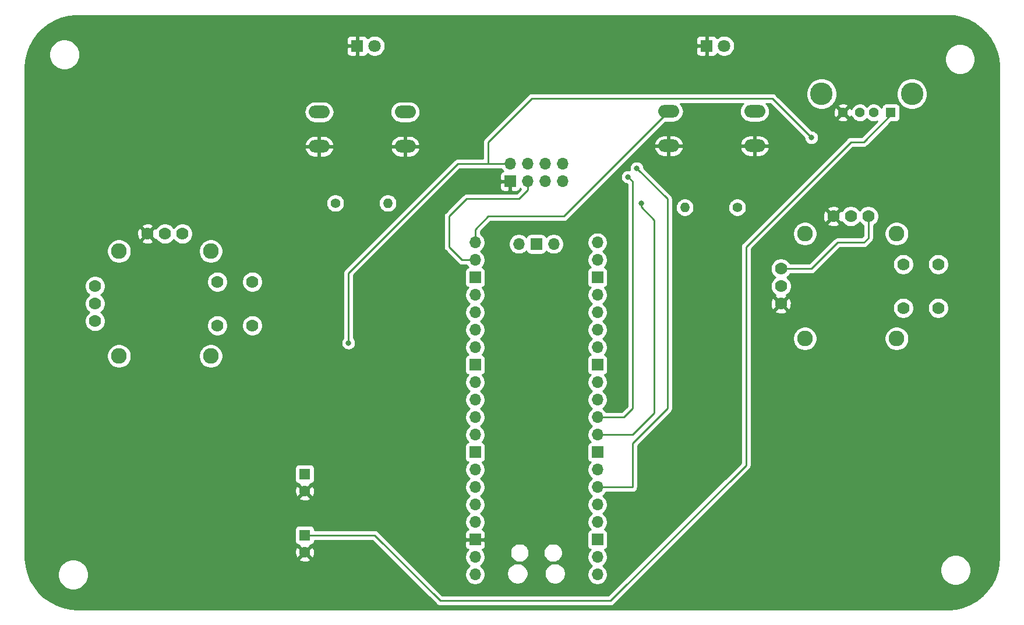
<source format=gbr>
%TF.GenerationSoftware,KiCad,Pcbnew,(5.1.10-1-10_14)*%
%TF.CreationDate,2021-09-27T13:26:11-04:00*%
%TF.ProjectId,Controller_V1,436f6e74-726f-46c6-9c65-725f56312e6b,rev?*%
%TF.SameCoordinates,Original*%
%TF.FileFunction,Copper,L2,Bot*%
%TF.FilePolarity,Positive*%
%FSLAX46Y46*%
G04 Gerber Fmt 4.6, Leading zero omitted, Abs format (unit mm)*
G04 Created by KiCad (PCBNEW (5.1.10-1-10_14)) date 2021-09-27 13:26:11*
%MOMM*%
%LPD*%
G01*
G04 APERTURE LIST*
%TA.AperFunction,ComponentPad*%
%ADD10O,3.048000X1.850000*%
%TD*%
%TA.AperFunction,ComponentPad*%
%ADD11O,1.400000X1.400000*%
%TD*%
%TA.AperFunction,ComponentPad*%
%ADD12C,1.400000*%
%TD*%
%TA.AperFunction,ComponentPad*%
%ADD13C,3.276000*%
%TD*%
%TA.AperFunction,ComponentPad*%
%ADD14C,1.428000*%
%TD*%
%TA.AperFunction,ComponentPad*%
%ADD15R,1.428000X1.428000*%
%TD*%
%TA.AperFunction,ComponentPad*%
%ADD16C,1.800000*%
%TD*%
%TA.AperFunction,ComponentPad*%
%ADD17R,1.800000X1.800000*%
%TD*%
%TA.AperFunction,ComponentPad*%
%ADD18O,1.700000X1.700000*%
%TD*%
%TA.AperFunction,ComponentPad*%
%ADD19R,1.700000X1.700000*%
%TD*%
%TA.AperFunction,ComponentPad*%
%ADD20C,1.600000*%
%TD*%
%TA.AperFunction,ComponentPad*%
%ADD21R,1.600000X1.600000*%
%TD*%
%TA.AperFunction,ComponentPad*%
%ADD22C,1.778000*%
%TD*%
%TA.AperFunction,ComponentPad*%
%ADD23C,2.286000*%
%TD*%
%TA.AperFunction,ViaPad*%
%ADD24C,0.800000*%
%TD*%
%TA.AperFunction,Conductor*%
%ADD25C,0.250000*%
%TD*%
%TA.AperFunction,Conductor*%
%ADD26C,0.254000*%
%TD*%
%TA.AperFunction,Conductor*%
%ADD27C,0.100000*%
%TD*%
G04 APERTURE END LIST*
D10*
%TO.P,SW2,2*%
%TO.N,GND*%
X193875000Y-70405000D03*
%TO.P,SW2,1*%
%TO.N,GP16*%
X193875000Y-65405000D03*
%TO.P,SW2,2*%
%TO.N,GND*%
X206375000Y-70405000D03*
%TO.P,SW2,1*%
%TO.N,GP16*%
X206375000Y-65405000D03*
%TD*%
%TO.P,SW1,2*%
%TO.N,GND*%
X143075000Y-70485000D03*
%TO.P,SW1,1*%
%TO.N,GP15*%
X143075000Y-65485000D03*
%TO.P,SW1,2*%
%TO.N,GND*%
X155575000Y-70485000D03*
%TO.P,SW1,1*%
%TO.N,GP15*%
X155575000Y-65485000D03*
%TD*%
D11*
%TO.P,R2,2*%
%TO.N,GP09*%
X196215000Y-79375000D03*
D12*
%TO.P,R2,1*%
%TO.N,Net-(D2-Pad2)*%
X203835000Y-79375000D03*
%TD*%
D11*
%TO.P,R1,2*%
%TO.N,GP10*%
X153035000Y-78740000D03*
D12*
%TO.P,R1,1*%
%TO.N,Net-(D1-Pad2)*%
X145415000Y-78740000D03*
%TD*%
D13*
%TO.P,J2,S2*%
%TO.N,Net-(J2-PadS1)*%
X216095000Y-62865000D03*
%TO.P,J2,S1*%
X229235000Y-62865000D03*
D14*
%TO.P,J2,4*%
%TO.N,GND*%
X219165000Y-65575000D03*
%TO.P,J2,3*%
%TO.N,Net-(J2-Pad3)*%
X221665000Y-65575000D03*
%TO.P,J2,2*%
%TO.N,Net-(J2-Pad2)*%
X223665000Y-65575000D03*
D15*
%TO.P,J2,1*%
%TO.N,+5V*%
X226165000Y-65575000D03*
%TD*%
D16*
%TO.P,D2,2*%
%TO.N,Net-(D2-Pad2)*%
X201930000Y-55880000D03*
D17*
%TO.P,D2,1*%
%TO.N,GND*%
X199390000Y-55880000D03*
%TD*%
D16*
%TO.P,D1,2*%
%TO.N,Net-(D1-Pad2)*%
X151130000Y-55880000D03*
D17*
%TO.P,D1,1*%
%TO.N,GND*%
X148590000Y-55880000D03*
%TD*%
D18*
%TO.P,U2,43*%
%TO.N,Net-(U2-Pad43)*%
X172085000Y-84685000D03*
D19*
%TO.P,U2,42*%
%TO.N,Net-(U2-Pad42)*%
X174625000Y-84685000D03*
D18*
%TO.P,U2,41*%
%TO.N,Net-(U2-Pad41)*%
X177165000Y-84685000D03*
%TO.P,U2,40*%
%TO.N,Net-(U2-Pad40)*%
X165735000Y-132715000D03*
%TO.P,U2,39*%
%TO.N,+3V3*%
X165735000Y-130175000D03*
D19*
%TO.P,U2,38*%
%TO.N,GND*%
X165735000Y-127635000D03*
D18*
%TO.P,U2,37*%
%TO.N,Net-(U2-Pad37)*%
X165735000Y-125095000D03*
%TO.P,U2,36*%
%TO.N,Net-(U2-Pad36)*%
X165735000Y-122555000D03*
%TO.P,U2,35*%
%TO.N,Net-(U2-Pad35)*%
X165735000Y-120015000D03*
%TO.P,U2,34*%
%TO.N,GP28*%
X165735000Y-117475000D03*
D19*
%TO.P,U2,33*%
%TO.N,Net-(U2-Pad33)*%
X165735000Y-114935000D03*
D18*
%TO.P,U2,32*%
%TO.N,GP27*%
X165735000Y-112395000D03*
%TO.P,U2,31*%
%TO.N,GP26*%
X165735000Y-109855000D03*
%TO.P,U2,30*%
%TO.N,Net-(U2-Pad30)*%
X165735000Y-107315000D03*
%TO.P,U2,29*%
%TO.N,Net-(U2-Pad29)*%
X165735000Y-104775000D03*
D19*
%TO.P,U2,28*%
%TO.N,Net-(U2-Pad28)*%
X165735000Y-102235000D03*
D18*
%TO.P,U2,27*%
%TO.N,Net-(U2-Pad27)*%
X165735000Y-99695000D03*
%TO.P,U2,26*%
%TO.N,Net-(U2-Pad26)*%
X165735000Y-97155000D03*
%TO.P,U2,25*%
%TO.N,Net-(U2-Pad25)*%
X165735000Y-94615000D03*
%TO.P,U2,24*%
%TO.N,Net-(U2-Pad24)*%
X165735000Y-92075000D03*
D19*
%TO.P,U2,23*%
%TO.N,Net-(U2-Pad23)*%
X165735000Y-89535000D03*
D18*
%TO.P,U2,22*%
%TO.N,GP17*%
X165735000Y-86995000D03*
%TO.P,U2,21*%
%TO.N,GP16*%
X165735000Y-84455000D03*
%TO.P,U2,20*%
%TO.N,GP15*%
X183515000Y-84455000D03*
%TO.P,U2,19*%
%TO.N,GP14*%
X183515000Y-86995000D03*
D19*
%TO.P,U2,18*%
%TO.N,Net-(U2-Pad18)*%
X183515000Y-89535000D03*
D18*
%TO.P,U2,17*%
%TO.N,Net-(U2-Pad17)*%
X183515000Y-92075000D03*
%TO.P,U2,16*%
%TO.N,Net-(U2-Pad16)*%
X183515000Y-94615000D03*
%TO.P,U2,15*%
%TO.N,Net-(U2-Pad15)*%
X183515000Y-97155000D03*
%TO.P,U2,14*%
%TO.N,GP10*%
X183515000Y-99695000D03*
D19*
%TO.P,U2,13*%
%TO.N,Net-(U2-Pad13)*%
X183515000Y-102235000D03*
D18*
%TO.P,U2,12*%
%TO.N,GP09*%
X183515000Y-104775000D03*
%TO.P,U2,11*%
%TO.N,Net-(U2-Pad11)*%
X183515000Y-107315000D03*
%TO.P,U2,10*%
%TO.N,GP07*%
X183515000Y-109855000D03*
%TO.P,U2,9*%
%TO.N,GP06*%
X183515000Y-112395000D03*
D19*
%TO.P,U2,8*%
%TO.N,Net-(U2-Pad8)*%
X183515000Y-114935000D03*
D18*
%TO.P,U2,7*%
%TO.N,Net-(U2-Pad7)*%
X183515000Y-117475000D03*
%TO.P,U2,6*%
%TO.N,GP04*%
X183515000Y-120015000D03*
%TO.P,U2,5*%
%TO.N,Net-(U2-Pad5)*%
X183515000Y-122555000D03*
%TO.P,U2,4*%
%TO.N,Net-(U2-Pad4)*%
X183515000Y-125095000D03*
D19*
%TO.P,U2,3*%
%TO.N,Net-(U2-Pad3)*%
X183515000Y-127635000D03*
D18*
%TO.P,U2,2*%
%TO.N,Net-(U2-Pad2)*%
X183515000Y-130175000D03*
%TO.P,U2,1*%
%TO.N,Net-(U2-Pad1)*%
X183515000Y-132715000D03*
%TD*%
D20*
%TO.P,C2,2*%
%TO.N,GND*%
X140970000Y-120610000D03*
D21*
%TO.P,C2,1*%
%TO.N,+3V3*%
X140970000Y-118110000D03*
%TD*%
D20*
%TO.P,C1,2*%
%TO.N,GND*%
X140970000Y-129500000D03*
D21*
%TO.P,C1,1*%
%TO.N,+5V*%
X140970000Y-127000000D03*
%TD*%
D22*
%TO.P,U3,V3*%
%TO.N,GND*%
X217805000Y-80645000D03*
%TO.P,U3,V2*%
%TO.N,GP27*%
X220345000Y-80645000D03*
%TO.P,U3,V1*%
%TO.N,+3V3*%
X222885000Y-80645000D03*
D23*
%TO.P,U3,S4*%
%TO.N,Net-(U3-PadS1)*%
X227012500Y-98425000D03*
%TO.P,U3,S3*%
X213677500Y-98425000D03*
%TO.P,U3,S2*%
X213677500Y-83185000D03*
%TO.P,U3,S1*%
X227012500Y-83185000D03*
D22*
%TO.P,U3,H3*%
%TO.N,GND*%
X210185000Y-93345000D03*
%TO.P,U3,H2*%
%TO.N,GP26*%
X210185000Y-90805000D03*
%TO.P,U3,H1*%
%TO.N,+3V3*%
X210185000Y-88265000D03*
%TO.P,U3,B2B*%
%TO.N,N/C*%
X227965000Y-93980000D03*
%TO.P,U3,B2A*%
%TO.N,Net-(U3-PadB2A)*%
X227965000Y-87630000D03*
%TO.P,U3,B1B*%
%TO.N,N/C*%
X233045000Y-93980000D03*
%TO.P,U3,B1A*%
%TO.N,Net-(U3-PadB1A)*%
X233045000Y-87630000D03*
%TD*%
%TO.P,U1,V3*%
%TO.N,GND*%
X118110000Y-83185000D03*
%TO.P,U1,V2*%
%TO.N,GP28*%
X120650000Y-83185000D03*
%TO.P,U1,V1*%
%TO.N,+3V3*%
X123190000Y-83185000D03*
D23*
%TO.P,U1,S4*%
%TO.N,Net-(U1-PadS1)*%
X127317500Y-100965000D03*
%TO.P,U1,S3*%
X113982500Y-100965000D03*
%TO.P,U1,S2*%
X113982500Y-85725000D03*
%TO.P,U1,S1*%
X127317500Y-85725000D03*
D22*
%TO.P,U1,H3*%
%TO.N,Net-(U1-PadH3)*%
X110490000Y-95885000D03*
%TO.P,U1,H2*%
%TO.N,Net-(U1-PadH2)*%
X110490000Y-93345000D03*
%TO.P,U1,H1*%
%TO.N,Net-(U1-PadH1)*%
X110490000Y-90805000D03*
%TO.P,U1,B2B*%
%TO.N,N/C*%
X128270000Y-96520000D03*
%TO.P,U1,B2A*%
%TO.N,Net-(U1-PadB2A)*%
X128270000Y-90170000D03*
%TO.P,U1,B1B*%
%TO.N,N/C*%
X133350000Y-96520000D03*
%TO.P,U1,B1A*%
%TO.N,Net-(U1-PadB1A)*%
X133350000Y-90170000D03*
%TD*%
D18*
%TO.P,J1,8*%
%TO.N,Net-(J1-Pad8)*%
X178435000Y-73025000D03*
%TO.P,J1,7*%
%TO.N,GP07*%
X178435000Y-75565000D03*
%TO.P,J1,6*%
%TO.N,GP04*%
X175895000Y-73025000D03*
%TO.P,J1,5*%
%TO.N,GP06*%
X175895000Y-75565000D03*
%TO.P,J1,4*%
%TO.N,GP14*%
X173355000Y-73025000D03*
%TO.P,J1,3*%
%TO.N,GP17*%
X173355000Y-75565000D03*
%TO.P,J1,2*%
%TO.N,+3V3*%
X170815000Y-73025000D03*
D19*
%TO.P,J1,1*%
%TO.N,GND*%
X170815000Y-75565000D03*
%TD*%
D24*
%TO.N,GP07*%
X187960000Y-74930000D03*
%TO.N,GP04*%
X189230000Y-73660000D03*
%TO.N,GP06*%
X189865010Y-78740000D03*
%TO.N,+3V3*%
X147320000Y-99060000D03*
X214630000Y-69215000D03*
%TD*%
D25*
%TO.N,GP07*%
X183515000Y-109855000D02*
X187325000Y-109855000D01*
X187325000Y-109855000D02*
X188595000Y-108585000D01*
X188595000Y-108585000D02*
X188595000Y-75565000D01*
X188595000Y-75565000D02*
X187960000Y-74930000D01*
X187960000Y-74930000D02*
X187960000Y-74930000D01*
%TO.N,GP04*%
X183515000Y-120015000D02*
X188595000Y-120015000D01*
X188595000Y-113665000D02*
X193675000Y-108585000D01*
X188595000Y-120015000D02*
X188595000Y-113665000D01*
X193675000Y-108585000D02*
X193675000Y-78105000D01*
X193675000Y-78105000D02*
X189230000Y-73660000D01*
X189230000Y-73660000D02*
X189230000Y-73660000D01*
%TO.N,GP06*%
X189865010Y-79305685D02*
X189865010Y-78740000D01*
X188595000Y-112395000D02*
X191770000Y-109220000D01*
X191770000Y-81210675D02*
X189865010Y-79305685D01*
X191770000Y-109220000D02*
X191770000Y-81210675D01*
X183515000Y-112395000D02*
X188595000Y-112395000D01*
%TO.N,GP17*%
X164465000Y-78105000D02*
X172085000Y-78105000D01*
X161925000Y-80645000D02*
X164465000Y-78105000D01*
X161925000Y-85090000D02*
X161925000Y-80645000D01*
X163830000Y-86995000D02*
X161925000Y-85090000D01*
X165735000Y-86995000D02*
X163830000Y-86995000D01*
X173355000Y-75565000D02*
X173355000Y-76835000D01*
X173355000Y-76835000D02*
X172085000Y-78105000D01*
%TO.N,+3V3*%
X214630000Y-69215000D02*
X214630000Y-69215000D01*
X214630000Y-88265000D02*
X210185000Y-88265000D01*
X218440000Y-84455000D02*
X214630000Y-88265000D01*
X222250000Y-84455000D02*
X218440000Y-84455000D01*
X222885000Y-83820000D02*
X222250000Y-84455000D01*
X222885000Y-80645000D02*
X222885000Y-83820000D01*
X147320000Y-92075000D02*
X147320000Y-99060000D01*
X167640000Y-73025000D02*
X170815000Y-73025000D01*
X208915000Y-63500000D02*
X214630000Y-69215000D01*
X173990000Y-63500000D02*
X208915000Y-63500000D01*
X167640000Y-69850000D02*
X173990000Y-63500000D01*
X167640000Y-73025000D02*
X167640000Y-69850000D01*
X147320000Y-88900000D02*
X147320000Y-93345000D01*
X163195000Y-73025000D02*
X147320000Y-88900000D01*
X167640000Y-73025000D02*
X163195000Y-73025000D01*
%TO.N,+5V*%
X226165000Y-65935000D02*
X226165000Y-65575000D01*
X222250000Y-69850000D02*
X226165000Y-65935000D01*
X220345000Y-69850000D02*
X222250000Y-69850000D01*
X205105000Y-85090000D02*
X220345000Y-69850000D01*
X205105000Y-116840000D02*
X205105000Y-85090000D01*
X185420000Y-136525000D02*
X205105000Y-116840000D01*
X140970000Y-127000000D02*
X151130000Y-127000000D01*
X160655000Y-136525000D02*
X185420000Y-136525000D01*
X151130000Y-127000000D02*
X160655000Y-136525000D01*
%TO.N,GP16*%
X165735000Y-84455000D02*
X165735000Y-82550000D01*
X165735000Y-82550000D02*
X167640000Y-80645000D01*
X178635000Y-80645000D02*
X193875000Y-65405000D01*
X167640000Y-80645000D02*
X178635000Y-80645000D01*
%TD*%
D26*
%TO.N,GND*%
X235371796Y-51535510D02*
X236408020Y-51755766D01*
X237403511Y-52118095D01*
X238338883Y-52615441D01*
X239195934Y-53238125D01*
X239957987Y-53974031D01*
X240610202Y-54808828D01*
X241139895Y-55726282D01*
X241536742Y-56708513D01*
X241793028Y-57736424D01*
X241905575Y-58807236D01*
X241910000Y-59060733D01*
X241910001Y-130151942D01*
X241834490Y-131231796D01*
X241614234Y-132268020D01*
X241251905Y-133263511D01*
X240754559Y-134198883D01*
X240131875Y-135055934D01*
X239395966Y-135817990D01*
X238561172Y-136470202D01*
X237643718Y-136999895D01*
X236661487Y-137396742D01*
X235633578Y-137653028D01*
X234562764Y-137765575D01*
X234309267Y-137770000D01*
X107973044Y-137770000D01*
X106893204Y-137694490D01*
X105856980Y-137474234D01*
X104861489Y-137111905D01*
X103926117Y-136614559D01*
X103069066Y-135991875D01*
X102307010Y-135255966D01*
X101654798Y-134421172D01*
X101125105Y-133503718D01*
X100728258Y-132521487D01*
X100721623Y-132494872D01*
X105080000Y-132494872D01*
X105080000Y-132935128D01*
X105165890Y-133366925D01*
X105334369Y-133773669D01*
X105578962Y-134139729D01*
X105890271Y-134451038D01*
X106256331Y-134695631D01*
X106663075Y-134864110D01*
X107094872Y-134950000D01*
X107535128Y-134950000D01*
X107966925Y-134864110D01*
X108373669Y-134695631D01*
X108739729Y-134451038D01*
X109051038Y-134139729D01*
X109295631Y-133773669D01*
X109464110Y-133366925D01*
X109550000Y-132935128D01*
X109550000Y-132494872D01*
X109464110Y-132063075D01*
X109295631Y-131656331D01*
X109051038Y-131290271D01*
X108739729Y-130978962D01*
X108373669Y-130734369D01*
X107966925Y-130565890D01*
X107598986Y-130492702D01*
X140156903Y-130492702D01*
X140228486Y-130736671D01*
X140483996Y-130857571D01*
X140758184Y-130926300D01*
X141040512Y-130940217D01*
X141320130Y-130898787D01*
X141586292Y-130803603D01*
X141711514Y-130736671D01*
X141783097Y-130492702D01*
X140970000Y-129679605D01*
X140156903Y-130492702D01*
X107598986Y-130492702D01*
X107535128Y-130480000D01*
X107094872Y-130480000D01*
X106663075Y-130565890D01*
X106256331Y-130734369D01*
X105890271Y-130978962D01*
X105578962Y-131290271D01*
X105334369Y-131656331D01*
X105165890Y-132063075D01*
X105080000Y-132494872D01*
X100721623Y-132494872D01*
X100471972Y-131493578D01*
X100359425Y-130422764D01*
X100355000Y-130169267D01*
X100355000Y-129570512D01*
X139529783Y-129570512D01*
X139571213Y-129850130D01*
X139666397Y-130116292D01*
X139733329Y-130241514D01*
X139977298Y-130313097D01*
X140790395Y-129500000D01*
X141149605Y-129500000D01*
X141962702Y-130313097D01*
X142206671Y-130241514D01*
X142327571Y-129986004D01*
X142396300Y-129711816D01*
X142410217Y-129429488D01*
X142368787Y-129149870D01*
X142273603Y-128883708D01*
X142206671Y-128758486D01*
X141962702Y-128686903D01*
X141149605Y-129500000D01*
X140790395Y-129500000D01*
X139977298Y-128686903D01*
X139733329Y-128758486D01*
X139612429Y-129013996D01*
X139543700Y-129288184D01*
X139529783Y-129570512D01*
X100355000Y-129570512D01*
X100355000Y-126200000D01*
X139531928Y-126200000D01*
X139531928Y-127800000D01*
X139544188Y-127924482D01*
X139580498Y-128044180D01*
X139639463Y-128154494D01*
X139718815Y-128251185D01*
X139815506Y-128330537D01*
X139925820Y-128389502D01*
X140045518Y-128425812D01*
X140170000Y-128438072D01*
X140177215Y-128438072D01*
X140156903Y-128507298D01*
X140970000Y-129320395D01*
X141783097Y-128507298D01*
X141762785Y-128438072D01*
X141770000Y-128438072D01*
X141894482Y-128425812D01*
X142014180Y-128389502D01*
X142124494Y-128330537D01*
X142221185Y-128251185D01*
X142300537Y-128154494D01*
X142359502Y-128044180D01*
X142395812Y-127924482D01*
X142408072Y-127800000D01*
X142408072Y-127760000D01*
X150815199Y-127760000D01*
X160091201Y-137036003D01*
X160114999Y-137065001D01*
X160230724Y-137159974D01*
X160362753Y-137230546D01*
X160506014Y-137274003D01*
X160617667Y-137285000D01*
X160617676Y-137285000D01*
X160654999Y-137288676D01*
X160692322Y-137285000D01*
X185382678Y-137285000D01*
X185420000Y-137288676D01*
X185457322Y-137285000D01*
X185457333Y-137285000D01*
X185568986Y-137274003D01*
X185712247Y-137230546D01*
X185844276Y-137159974D01*
X185960001Y-137065001D01*
X185983804Y-137035997D01*
X191159929Y-131859872D01*
X233350000Y-131859872D01*
X233350000Y-132300128D01*
X233435890Y-132731925D01*
X233604369Y-133138669D01*
X233848962Y-133504729D01*
X234160271Y-133816038D01*
X234526331Y-134060631D01*
X234933075Y-134229110D01*
X235364872Y-134315000D01*
X235805128Y-134315000D01*
X236236925Y-134229110D01*
X236643669Y-134060631D01*
X237009729Y-133816038D01*
X237321038Y-133504729D01*
X237565631Y-133138669D01*
X237734110Y-132731925D01*
X237820000Y-132300128D01*
X237820000Y-131859872D01*
X237734110Y-131428075D01*
X237565631Y-131021331D01*
X237321038Y-130655271D01*
X237009729Y-130343962D01*
X236643669Y-130099369D01*
X236236925Y-129930890D01*
X235805128Y-129845000D01*
X235364872Y-129845000D01*
X234933075Y-129930890D01*
X234526331Y-130099369D01*
X234160271Y-130343962D01*
X233848962Y-130655271D01*
X233604369Y-131021331D01*
X233435890Y-131428075D01*
X233350000Y-131859872D01*
X191159929Y-131859872D01*
X205616004Y-117403798D01*
X205645001Y-117380001D01*
X205687070Y-117328740D01*
X205739974Y-117264277D01*
X205810546Y-117132247D01*
X205830696Y-117065820D01*
X205854003Y-116988986D01*
X205865000Y-116877333D01*
X205865000Y-116877323D01*
X205868676Y-116840000D01*
X205865000Y-116802677D01*
X205865000Y-98249882D01*
X211899500Y-98249882D01*
X211899500Y-98600118D01*
X211967828Y-98943623D01*
X212101857Y-99267199D01*
X212296437Y-99558409D01*
X212544091Y-99806063D01*
X212835301Y-100000643D01*
X213158877Y-100134672D01*
X213502382Y-100203000D01*
X213852618Y-100203000D01*
X214196123Y-100134672D01*
X214519699Y-100000643D01*
X214810909Y-99806063D01*
X215058563Y-99558409D01*
X215253143Y-99267199D01*
X215387172Y-98943623D01*
X215455500Y-98600118D01*
X215455500Y-98249882D01*
X225234500Y-98249882D01*
X225234500Y-98600118D01*
X225302828Y-98943623D01*
X225436857Y-99267199D01*
X225631437Y-99558409D01*
X225879091Y-99806063D01*
X226170301Y-100000643D01*
X226493877Y-100134672D01*
X226837382Y-100203000D01*
X227187618Y-100203000D01*
X227531123Y-100134672D01*
X227854699Y-100000643D01*
X228145909Y-99806063D01*
X228393563Y-99558409D01*
X228588143Y-99267199D01*
X228722172Y-98943623D01*
X228790500Y-98600118D01*
X228790500Y-98249882D01*
X228722172Y-97906377D01*
X228588143Y-97582801D01*
X228393563Y-97291591D01*
X228145909Y-97043937D01*
X227854699Y-96849357D01*
X227531123Y-96715328D01*
X227187618Y-96647000D01*
X226837382Y-96647000D01*
X226493877Y-96715328D01*
X226170301Y-96849357D01*
X225879091Y-97043937D01*
X225631437Y-97291591D01*
X225436857Y-97582801D01*
X225302828Y-97906377D01*
X225234500Y-98249882D01*
X215455500Y-98249882D01*
X215387172Y-97906377D01*
X215253143Y-97582801D01*
X215058563Y-97291591D01*
X214810909Y-97043937D01*
X214519699Y-96849357D01*
X214196123Y-96715328D01*
X213852618Y-96647000D01*
X213502382Y-96647000D01*
X213158877Y-96715328D01*
X212835301Y-96849357D01*
X212544091Y-97043937D01*
X212296437Y-97291591D01*
X212101857Y-97582801D01*
X211967828Y-97906377D01*
X211899500Y-98249882D01*
X205865000Y-98249882D01*
X205865000Y-94401231D01*
X209308374Y-94401231D01*
X209390727Y-94654289D01*
X209661418Y-94784086D01*
X209952230Y-94858580D01*
X210251988Y-94874908D01*
X210549171Y-94832443D01*
X210832359Y-94732816D01*
X210979273Y-94654289D01*
X211061626Y-94401231D01*
X210185000Y-93524605D01*
X209308374Y-94401231D01*
X205865000Y-94401231D01*
X205865000Y-93411988D01*
X208655092Y-93411988D01*
X208697557Y-93709171D01*
X208797184Y-93992359D01*
X208875711Y-94139273D01*
X209128769Y-94221626D01*
X210005395Y-93345000D01*
X210364605Y-93345000D01*
X211241231Y-94221626D01*
X211494289Y-94139273D01*
X211624086Y-93868582D01*
X211633994Y-93829899D01*
X226441000Y-93829899D01*
X226441000Y-94130101D01*
X226499566Y-94424534D01*
X226614449Y-94701885D01*
X226781232Y-94951493D01*
X226993507Y-95163768D01*
X227243115Y-95330551D01*
X227520466Y-95445434D01*
X227814899Y-95504000D01*
X228115101Y-95504000D01*
X228409534Y-95445434D01*
X228686885Y-95330551D01*
X228936493Y-95163768D01*
X229148768Y-94951493D01*
X229315551Y-94701885D01*
X229430434Y-94424534D01*
X229489000Y-94130101D01*
X229489000Y-93829899D01*
X231521000Y-93829899D01*
X231521000Y-94130101D01*
X231579566Y-94424534D01*
X231694449Y-94701885D01*
X231861232Y-94951493D01*
X232073507Y-95163768D01*
X232323115Y-95330551D01*
X232600466Y-95445434D01*
X232894899Y-95504000D01*
X233195101Y-95504000D01*
X233489534Y-95445434D01*
X233766885Y-95330551D01*
X234016493Y-95163768D01*
X234228768Y-94951493D01*
X234395551Y-94701885D01*
X234510434Y-94424534D01*
X234569000Y-94130101D01*
X234569000Y-93829899D01*
X234510434Y-93535466D01*
X234395551Y-93258115D01*
X234228768Y-93008507D01*
X234016493Y-92796232D01*
X233766885Y-92629449D01*
X233489534Y-92514566D01*
X233195101Y-92456000D01*
X232894899Y-92456000D01*
X232600466Y-92514566D01*
X232323115Y-92629449D01*
X232073507Y-92796232D01*
X231861232Y-93008507D01*
X231694449Y-93258115D01*
X231579566Y-93535466D01*
X231521000Y-93829899D01*
X229489000Y-93829899D01*
X229430434Y-93535466D01*
X229315551Y-93258115D01*
X229148768Y-93008507D01*
X228936493Y-92796232D01*
X228686885Y-92629449D01*
X228409534Y-92514566D01*
X228115101Y-92456000D01*
X227814899Y-92456000D01*
X227520466Y-92514566D01*
X227243115Y-92629449D01*
X226993507Y-92796232D01*
X226781232Y-93008507D01*
X226614449Y-93258115D01*
X226499566Y-93535466D01*
X226441000Y-93829899D01*
X211633994Y-93829899D01*
X211698580Y-93577770D01*
X211714908Y-93278012D01*
X211672443Y-92980829D01*
X211572816Y-92697641D01*
X211494289Y-92550727D01*
X211241231Y-92468374D01*
X210364605Y-93345000D01*
X210005395Y-93345000D01*
X209128769Y-92468374D01*
X208875711Y-92550727D01*
X208745914Y-92821418D01*
X208671420Y-93112230D01*
X208655092Y-93411988D01*
X205865000Y-93411988D01*
X205865000Y-88114899D01*
X208661000Y-88114899D01*
X208661000Y-88415101D01*
X208719566Y-88709534D01*
X208834449Y-88986885D01*
X209001232Y-89236493D01*
X209213507Y-89448768D01*
X209342562Y-89535000D01*
X209213507Y-89621232D01*
X209001232Y-89833507D01*
X208834449Y-90083115D01*
X208719566Y-90360466D01*
X208661000Y-90654899D01*
X208661000Y-90955101D01*
X208719566Y-91249534D01*
X208834449Y-91526885D01*
X209001232Y-91776493D01*
X209213507Y-91988768D01*
X209371622Y-92094417D01*
X209308374Y-92288769D01*
X210185000Y-93165395D01*
X211061626Y-92288769D01*
X210998378Y-92094417D01*
X211156493Y-91988768D01*
X211368768Y-91776493D01*
X211535551Y-91526885D01*
X211650434Y-91249534D01*
X211709000Y-90955101D01*
X211709000Y-90654899D01*
X211650434Y-90360466D01*
X211535551Y-90083115D01*
X211368768Y-89833507D01*
X211156493Y-89621232D01*
X211027438Y-89535000D01*
X211156493Y-89448768D01*
X211368768Y-89236493D01*
X211510083Y-89025000D01*
X214592678Y-89025000D01*
X214630000Y-89028676D01*
X214667322Y-89025000D01*
X214667333Y-89025000D01*
X214778986Y-89014003D01*
X214922247Y-88970546D01*
X215054276Y-88899974D01*
X215170001Y-88805001D01*
X215193804Y-88775997D01*
X216489902Y-87479899D01*
X226441000Y-87479899D01*
X226441000Y-87780101D01*
X226499566Y-88074534D01*
X226614449Y-88351885D01*
X226781232Y-88601493D01*
X226993507Y-88813768D01*
X227243115Y-88980551D01*
X227520466Y-89095434D01*
X227814899Y-89154000D01*
X228115101Y-89154000D01*
X228409534Y-89095434D01*
X228686885Y-88980551D01*
X228936493Y-88813768D01*
X229148768Y-88601493D01*
X229315551Y-88351885D01*
X229430434Y-88074534D01*
X229489000Y-87780101D01*
X229489000Y-87479899D01*
X231521000Y-87479899D01*
X231521000Y-87780101D01*
X231579566Y-88074534D01*
X231694449Y-88351885D01*
X231861232Y-88601493D01*
X232073507Y-88813768D01*
X232323115Y-88980551D01*
X232600466Y-89095434D01*
X232894899Y-89154000D01*
X233195101Y-89154000D01*
X233489534Y-89095434D01*
X233766885Y-88980551D01*
X234016493Y-88813768D01*
X234228768Y-88601493D01*
X234395551Y-88351885D01*
X234510434Y-88074534D01*
X234569000Y-87780101D01*
X234569000Y-87479899D01*
X234510434Y-87185466D01*
X234395551Y-86908115D01*
X234228768Y-86658507D01*
X234016493Y-86446232D01*
X233766885Y-86279449D01*
X233489534Y-86164566D01*
X233195101Y-86106000D01*
X232894899Y-86106000D01*
X232600466Y-86164566D01*
X232323115Y-86279449D01*
X232073507Y-86446232D01*
X231861232Y-86658507D01*
X231694449Y-86908115D01*
X231579566Y-87185466D01*
X231521000Y-87479899D01*
X229489000Y-87479899D01*
X229430434Y-87185466D01*
X229315551Y-86908115D01*
X229148768Y-86658507D01*
X228936493Y-86446232D01*
X228686885Y-86279449D01*
X228409534Y-86164566D01*
X228115101Y-86106000D01*
X227814899Y-86106000D01*
X227520466Y-86164566D01*
X227243115Y-86279449D01*
X226993507Y-86446232D01*
X226781232Y-86658507D01*
X226614449Y-86908115D01*
X226499566Y-87185466D01*
X226441000Y-87479899D01*
X216489902Y-87479899D01*
X218754802Y-85215000D01*
X222212678Y-85215000D01*
X222250000Y-85218676D01*
X222287322Y-85215000D01*
X222287333Y-85215000D01*
X222398986Y-85204003D01*
X222542247Y-85160546D01*
X222674276Y-85089974D01*
X222790001Y-84995001D01*
X222813803Y-84965998D01*
X223396002Y-84383800D01*
X223425001Y-84360001D01*
X223519974Y-84244276D01*
X223590546Y-84112247D01*
X223634003Y-83968986D01*
X223645000Y-83857333D01*
X223648677Y-83820000D01*
X223645000Y-83782667D01*
X223645000Y-83009882D01*
X225234500Y-83009882D01*
X225234500Y-83360118D01*
X225302828Y-83703623D01*
X225436857Y-84027199D01*
X225631437Y-84318409D01*
X225879091Y-84566063D01*
X226170301Y-84760643D01*
X226493877Y-84894672D01*
X226837382Y-84963000D01*
X227187618Y-84963000D01*
X227531123Y-84894672D01*
X227854699Y-84760643D01*
X228145909Y-84566063D01*
X228393563Y-84318409D01*
X228588143Y-84027199D01*
X228722172Y-83703623D01*
X228790500Y-83360118D01*
X228790500Y-83009882D01*
X228722172Y-82666377D01*
X228588143Y-82342801D01*
X228393563Y-82051591D01*
X228145909Y-81803937D01*
X227854699Y-81609357D01*
X227531123Y-81475328D01*
X227187618Y-81407000D01*
X226837382Y-81407000D01*
X226493877Y-81475328D01*
X226170301Y-81609357D01*
X225879091Y-81803937D01*
X225631437Y-82051591D01*
X225436857Y-82342801D01*
X225302828Y-82666377D01*
X225234500Y-83009882D01*
X223645000Y-83009882D01*
X223645000Y-81970083D01*
X223856493Y-81828768D01*
X224068768Y-81616493D01*
X224235551Y-81366885D01*
X224350434Y-81089534D01*
X224409000Y-80795101D01*
X224409000Y-80494899D01*
X224350434Y-80200466D01*
X224235551Y-79923115D01*
X224068768Y-79673507D01*
X223856493Y-79461232D01*
X223606885Y-79294449D01*
X223329534Y-79179566D01*
X223035101Y-79121000D01*
X222734899Y-79121000D01*
X222440466Y-79179566D01*
X222163115Y-79294449D01*
X221913507Y-79461232D01*
X221701232Y-79673507D01*
X221615000Y-79802562D01*
X221528768Y-79673507D01*
X221316493Y-79461232D01*
X221066885Y-79294449D01*
X220789534Y-79179566D01*
X220495101Y-79121000D01*
X220194899Y-79121000D01*
X219900466Y-79179566D01*
X219623115Y-79294449D01*
X219373507Y-79461232D01*
X219161232Y-79673507D01*
X219055583Y-79831622D01*
X218861231Y-79768374D01*
X217984605Y-80645000D01*
X218861231Y-81521626D01*
X219055583Y-81458378D01*
X219161232Y-81616493D01*
X219373507Y-81828768D01*
X219623115Y-81995551D01*
X219900466Y-82110434D01*
X220194899Y-82169000D01*
X220495101Y-82169000D01*
X220789534Y-82110434D01*
X221066885Y-81995551D01*
X221316493Y-81828768D01*
X221528768Y-81616493D01*
X221615000Y-81487438D01*
X221701232Y-81616493D01*
X221913507Y-81828768D01*
X222125000Y-81970084D01*
X222125001Y-83505197D01*
X221935199Y-83695000D01*
X218477325Y-83695000D01*
X218440000Y-83691324D01*
X218402675Y-83695000D01*
X218402667Y-83695000D01*
X218291014Y-83705997D01*
X218147753Y-83749454D01*
X218015724Y-83820026D01*
X217899999Y-83914999D01*
X217876201Y-83943997D01*
X214315199Y-87505000D01*
X211510083Y-87505000D01*
X211368768Y-87293507D01*
X211156493Y-87081232D01*
X210906885Y-86914449D01*
X210629534Y-86799566D01*
X210335101Y-86741000D01*
X210034899Y-86741000D01*
X209740466Y-86799566D01*
X209463115Y-86914449D01*
X209213507Y-87081232D01*
X209001232Y-87293507D01*
X208834449Y-87543115D01*
X208719566Y-87820466D01*
X208661000Y-88114899D01*
X205865000Y-88114899D01*
X205865000Y-85404801D01*
X208259919Y-83009882D01*
X211899500Y-83009882D01*
X211899500Y-83360118D01*
X211967828Y-83703623D01*
X212101857Y-84027199D01*
X212296437Y-84318409D01*
X212544091Y-84566063D01*
X212835301Y-84760643D01*
X213158877Y-84894672D01*
X213502382Y-84963000D01*
X213852618Y-84963000D01*
X214196123Y-84894672D01*
X214519699Y-84760643D01*
X214810909Y-84566063D01*
X215058563Y-84318409D01*
X215253143Y-84027199D01*
X215387172Y-83703623D01*
X215455500Y-83360118D01*
X215455500Y-83009882D01*
X215387172Y-82666377D01*
X215253143Y-82342801D01*
X215058563Y-82051591D01*
X214810909Y-81803937D01*
X214657199Y-81701231D01*
X216928374Y-81701231D01*
X217010727Y-81954289D01*
X217281418Y-82084086D01*
X217572230Y-82158580D01*
X217871988Y-82174908D01*
X218169171Y-82132443D01*
X218452359Y-82032816D01*
X218599273Y-81954289D01*
X218681626Y-81701231D01*
X217805000Y-80824605D01*
X216928374Y-81701231D01*
X214657199Y-81701231D01*
X214519699Y-81609357D01*
X214196123Y-81475328D01*
X213852618Y-81407000D01*
X213502382Y-81407000D01*
X213158877Y-81475328D01*
X212835301Y-81609357D01*
X212544091Y-81803937D01*
X212296437Y-82051591D01*
X212101857Y-82342801D01*
X211967828Y-82666377D01*
X211899500Y-83009882D01*
X208259919Y-83009882D01*
X210557813Y-80711988D01*
X216275092Y-80711988D01*
X216317557Y-81009171D01*
X216417184Y-81292359D01*
X216495711Y-81439273D01*
X216748769Y-81521626D01*
X217625395Y-80645000D01*
X216748769Y-79768374D01*
X216495711Y-79850727D01*
X216365914Y-80121418D01*
X216291420Y-80412230D01*
X216275092Y-80711988D01*
X210557813Y-80711988D01*
X211681032Y-79588769D01*
X216928374Y-79588769D01*
X217805000Y-80465395D01*
X218681626Y-79588769D01*
X218599273Y-79335711D01*
X218328582Y-79205914D01*
X218037770Y-79131420D01*
X217738012Y-79115092D01*
X217440829Y-79157557D01*
X217157641Y-79257184D01*
X217010727Y-79335711D01*
X216928374Y-79588769D01*
X211681032Y-79588769D01*
X220659802Y-70610000D01*
X222212678Y-70610000D01*
X222250000Y-70613676D01*
X222287322Y-70610000D01*
X222287333Y-70610000D01*
X222398986Y-70599003D01*
X222542247Y-70555546D01*
X222674276Y-70484974D01*
X222790001Y-70390001D01*
X222813804Y-70360997D01*
X226247730Y-66927072D01*
X226879000Y-66927072D01*
X227003482Y-66914812D01*
X227123180Y-66878502D01*
X227233494Y-66819537D01*
X227330185Y-66740185D01*
X227409537Y-66643494D01*
X227468502Y-66533180D01*
X227504812Y-66413482D01*
X227517072Y-66289000D01*
X227517072Y-64861000D01*
X227504812Y-64736518D01*
X227468502Y-64616820D01*
X227409537Y-64506506D01*
X227330185Y-64409815D01*
X227233494Y-64330463D01*
X227123180Y-64271498D01*
X227003482Y-64235188D01*
X226879000Y-64222928D01*
X225451000Y-64222928D01*
X225326518Y-64235188D01*
X225206820Y-64271498D01*
X225096506Y-64330463D01*
X224999815Y-64409815D01*
X224920463Y-64506506D01*
X224861498Y-64616820D01*
X224825188Y-64736518D01*
X224812928Y-64861000D01*
X224812928Y-64864860D01*
X224712837Y-64715063D01*
X224524937Y-64527163D01*
X224303991Y-64379532D01*
X224058489Y-64277842D01*
X223797865Y-64226000D01*
X223532135Y-64226000D01*
X223271511Y-64277842D01*
X223026009Y-64379532D01*
X222805063Y-64527163D01*
X222665000Y-64667226D01*
X222524937Y-64527163D01*
X222303991Y-64379532D01*
X222058489Y-64277842D01*
X221797865Y-64226000D01*
X221532135Y-64226000D01*
X221271511Y-64277842D01*
X221026009Y-64379532D01*
X220805063Y-64527163D01*
X220617163Y-64715063D01*
X220469532Y-64936009D01*
X220415489Y-65066481D01*
X220387193Y-64988742D01*
X220331470Y-64884491D01*
X220096273Y-64823332D01*
X219344605Y-65575000D01*
X220096273Y-66326668D01*
X220331470Y-66265509D01*
X220415884Y-66084474D01*
X220469532Y-66213991D01*
X220617163Y-66434937D01*
X220805063Y-66622837D01*
X221026009Y-66770468D01*
X221271511Y-66872158D01*
X221532135Y-66924000D01*
X221797865Y-66924000D01*
X222058489Y-66872158D01*
X222303991Y-66770468D01*
X222524937Y-66622837D01*
X222665000Y-66482774D01*
X222805063Y-66622837D01*
X223026009Y-66770468D01*
X223271511Y-66872158D01*
X223532135Y-66924000D01*
X223797865Y-66924000D01*
X224058489Y-66872158D01*
X224219898Y-66805300D01*
X221935199Y-69090000D01*
X220382325Y-69090000D01*
X220345000Y-69086324D01*
X220307675Y-69090000D01*
X220307667Y-69090000D01*
X220196014Y-69100997D01*
X220052753Y-69144454D01*
X219920724Y-69215026D01*
X219804999Y-69309999D01*
X219781201Y-69338997D01*
X204593998Y-84526201D01*
X204565000Y-84549999D01*
X204541202Y-84578997D01*
X204541201Y-84578998D01*
X204470026Y-84665724D01*
X204399454Y-84797754D01*
X204355998Y-84941015D01*
X204341324Y-85090000D01*
X204345001Y-85127332D01*
X204345000Y-116525198D01*
X185105199Y-135765000D01*
X160969802Y-135765000D01*
X153689802Y-128485000D01*
X164246928Y-128485000D01*
X164259188Y-128609482D01*
X164295498Y-128729180D01*
X164354463Y-128839494D01*
X164433815Y-128936185D01*
X164530506Y-129015537D01*
X164640820Y-129074502D01*
X164713380Y-129096513D01*
X164581525Y-129228368D01*
X164419010Y-129471589D01*
X164307068Y-129741842D01*
X164250000Y-130028740D01*
X164250000Y-130321260D01*
X164307068Y-130608158D01*
X164419010Y-130878411D01*
X164581525Y-131121632D01*
X164788368Y-131328475D01*
X164962760Y-131445000D01*
X164788368Y-131561525D01*
X164581525Y-131768368D01*
X164419010Y-132011589D01*
X164307068Y-132281842D01*
X164250000Y-132568740D01*
X164250000Y-132861260D01*
X164307068Y-133148158D01*
X164419010Y-133418411D01*
X164581525Y-133661632D01*
X164788368Y-133868475D01*
X165031589Y-134030990D01*
X165301842Y-134142932D01*
X165588740Y-134200000D01*
X165881260Y-134200000D01*
X166168158Y-134142932D01*
X166438411Y-134030990D01*
X166681632Y-133868475D01*
X166888475Y-133661632D01*
X167050990Y-133418411D01*
X167162932Y-133148158D01*
X167220000Y-132861260D01*
X167220000Y-132568740D01*
X167193162Y-132433816D01*
X170365000Y-132433816D01*
X170365000Y-132736184D01*
X170423989Y-133032743D01*
X170539701Y-133312095D01*
X170707688Y-133563505D01*
X170921495Y-133777312D01*
X171172905Y-133945299D01*
X171452257Y-134061011D01*
X171748816Y-134120000D01*
X172051184Y-134120000D01*
X172347743Y-134061011D01*
X172627095Y-133945299D01*
X172878505Y-133777312D01*
X173092312Y-133563505D01*
X173260299Y-133312095D01*
X173376011Y-133032743D01*
X173435000Y-132736184D01*
X173435000Y-132433816D01*
X175815000Y-132433816D01*
X175815000Y-132736184D01*
X175873989Y-133032743D01*
X175989701Y-133312095D01*
X176157688Y-133563505D01*
X176371495Y-133777312D01*
X176622905Y-133945299D01*
X176902257Y-134061011D01*
X177198816Y-134120000D01*
X177501184Y-134120000D01*
X177797743Y-134061011D01*
X178077095Y-133945299D01*
X178328505Y-133777312D01*
X178542312Y-133563505D01*
X178710299Y-133312095D01*
X178826011Y-133032743D01*
X178885000Y-132736184D01*
X178885000Y-132433816D01*
X178826011Y-132137257D01*
X178710299Y-131857905D01*
X178542312Y-131606495D01*
X178328505Y-131392688D01*
X178077095Y-131224701D01*
X177797743Y-131108989D01*
X177501184Y-131050000D01*
X177198816Y-131050000D01*
X176902257Y-131108989D01*
X176622905Y-131224701D01*
X176371495Y-131392688D01*
X176157688Y-131606495D01*
X175989701Y-131857905D01*
X175873989Y-132137257D01*
X175815000Y-132433816D01*
X173435000Y-132433816D01*
X173376011Y-132137257D01*
X173260299Y-131857905D01*
X173092312Y-131606495D01*
X172878505Y-131392688D01*
X172627095Y-131224701D01*
X172347743Y-131108989D01*
X172051184Y-131050000D01*
X171748816Y-131050000D01*
X171452257Y-131108989D01*
X171172905Y-131224701D01*
X170921495Y-131392688D01*
X170707688Y-131606495D01*
X170539701Y-131857905D01*
X170423989Y-132137257D01*
X170365000Y-132433816D01*
X167193162Y-132433816D01*
X167162932Y-132281842D01*
X167050990Y-132011589D01*
X166888475Y-131768368D01*
X166681632Y-131561525D01*
X166507240Y-131445000D01*
X166681632Y-131328475D01*
X166888475Y-131121632D01*
X167050990Y-130878411D01*
X167162932Y-130608158D01*
X167220000Y-130321260D01*
X167220000Y-130028740D01*
X167162932Y-129741842D01*
X167050990Y-129471589D01*
X167015577Y-129418589D01*
X170815000Y-129418589D01*
X170815000Y-129691411D01*
X170868225Y-129958989D01*
X170972629Y-130211043D01*
X171124201Y-130437886D01*
X171317114Y-130630799D01*
X171543957Y-130782371D01*
X171796011Y-130886775D01*
X172063589Y-130940000D01*
X172336411Y-130940000D01*
X172603989Y-130886775D01*
X172856043Y-130782371D01*
X173082886Y-130630799D01*
X173275799Y-130437886D01*
X173427371Y-130211043D01*
X173531775Y-129958989D01*
X173585000Y-129691411D01*
X173585000Y-129418589D01*
X175665000Y-129418589D01*
X175665000Y-129691411D01*
X175718225Y-129958989D01*
X175822629Y-130211043D01*
X175974201Y-130437886D01*
X176167114Y-130630799D01*
X176393957Y-130782371D01*
X176646011Y-130886775D01*
X176913589Y-130940000D01*
X177186411Y-130940000D01*
X177453989Y-130886775D01*
X177706043Y-130782371D01*
X177932886Y-130630799D01*
X178125799Y-130437886D01*
X178277371Y-130211043D01*
X178381775Y-129958989D01*
X178435000Y-129691411D01*
X178435000Y-129418589D01*
X178381775Y-129151011D01*
X178277371Y-128898957D01*
X178125799Y-128672114D01*
X177932886Y-128479201D01*
X177706043Y-128327629D01*
X177453989Y-128223225D01*
X177186411Y-128170000D01*
X176913589Y-128170000D01*
X176646011Y-128223225D01*
X176393957Y-128327629D01*
X176167114Y-128479201D01*
X175974201Y-128672114D01*
X175822629Y-128898957D01*
X175718225Y-129151011D01*
X175665000Y-129418589D01*
X173585000Y-129418589D01*
X173531775Y-129151011D01*
X173427371Y-128898957D01*
X173275799Y-128672114D01*
X173082886Y-128479201D01*
X172856043Y-128327629D01*
X172603989Y-128223225D01*
X172336411Y-128170000D01*
X172063589Y-128170000D01*
X171796011Y-128223225D01*
X171543957Y-128327629D01*
X171317114Y-128479201D01*
X171124201Y-128672114D01*
X170972629Y-128898957D01*
X170868225Y-129151011D01*
X170815000Y-129418589D01*
X167015577Y-129418589D01*
X166888475Y-129228368D01*
X166756620Y-129096513D01*
X166829180Y-129074502D01*
X166939494Y-129015537D01*
X167036185Y-128936185D01*
X167115537Y-128839494D01*
X167174502Y-128729180D01*
X167210812Y-128609482D01*
X167223072Y-128485000D01*
X167220000Y-127920750D01*
X167061250Y-127762000D01*
X165862000Y-127762000D01*
X165862000Y-127782000D01*
X165608000Y-127782000D01*
X165608000Y-127762000D01*
X164408750Y-127762000D01*
X164250000Y-127920750D01*
X164246928Y-128485000D01*
X153689802Y-128485000D01*
X151693804Y-126489003D01*
X151670001Y-126459999D01*
X151554276Y-126365026D01*
X151422247Y-126294454D01*
X151278986Y-126250997D01*
X151167333Y-126240000D01*
X151167322Y-126240000D01*
X151130000Y-126236324D01*
X151092678Y-126240000D01*
X142408072Y-126240000D01*
X142408072Y-126200000D01*
X142395812Y-126075518D01*
X142359502Y-125955820D01*
X142300537Y-125845506D01*
X142221185Y-125748815D01*
X142124494Y-125669463D01*
X142014180Y-125610498D01*
X141894482Y-125574188D01*
X141770000Y-125561928D01*
X140170000Y-125561928D01*
X140045518Y-125574188D01*
X139925820Y-125610498D01*
X139815506Y-125669463D01*
X139718815Y-125748815D01*
X139639463Y-125845506D01*
X139580498Y-125955820D01*
X139544188Y-126075518D01*
X139531928Y-126200000D01*
X100355000Y-126200000D01*
X100355000Y-121602702D01*
X140156903Y-121602702D01*
X140228486Y-121846671D01*
X140483996Y-121967571D01*
X140758184Y-122036300D01*
X141040512Y-122050217D01*
X141320130Y-122008787D01*
X141586292Y-121913603D01*
X141711514Y-121846671D01*
X141783097Y-121602702D01*
X140970000Y-120789605D01*
X140156903Y-121602702D01*
X100355000Y-121602702D01*
X100355000Y-120680512D01*
X139529783Y-120680512D01*
X139571213Y-120960130D01*
X139666397Y-121226292D01*
X139733329Y-121351514D01*
X139977298Y-121423097D01*
X140790395Y-120610000D01*
X141149605Y-120610000D01*
X141962702Y-121423097D01*
X142206671Y-121351514D01*
X142327571Y-121096004D01*
X142396300Y-120821816D01*
X142410217Y-120539488D01*
X142368787Y-120259870D01*
X142273603Y-119993708D01*
X142206671Y-119868486D01*
X141962702Y-119796903D01*
X141149605Y-120610000D01*
X140790395Y-120610000D01*
X139977298Y-119796903D01*
X139733329Y-119868486D01*
X139612429Y-120123996D01*
X139543700Y-120398184D01*
X139529783Y-120680512D01*
X100355000Y-120680512D01*
X100355000Y-117310000D01*
X139531928Y-117310000D01*
X139531928Y-118910000D01*
X139544188Y-119034482D01*
X139580498Y-119154180D01*
X139639463Y-119264494D01*
X139718815Y-119361185D01*
X139815506Y-119440537D01*
X139925820Y-119499502D01*
X140045518Y-119535812D01*
X140170000Y-119548072D01*
X140177215Y-119548072D01*
X140156903Y-119617298D01*
X140970000Y-120430395D01*
X141783097Y-119617298D01*
X141762785Y-119548072D01*
X141770000Y-119548072D01*
X141894482Y-119535812D01*
X142014180Y-119499502D01*
X142124494Y-119440537D01*
X142221185Y-119361185D01*
X142300537Y-119264494D01*
X142359502Y-119154180D01*
X142395812Y-119034482D01*
X142408072Y-118910000D01*
X142408072Y-117310000D01*
X142395812Y-117185518D01*
X142359502Y-117065820D01*
X142300537Y-116955506D01*
X142221185Y-116858815D01*
X142124494Y-116779463D01*
X142014180Y-116720498D01*
X141894482Y-116684188D01*
X141770000Y-116671928D01*
X140170000Y-116671928D01*
X140045518Y-116684188D01*
X139925820Y-116720498D01*
X139815506Y-116779463D01*
X139718815Y-116858815D01*
X139639463Y-116955506D01*
X139580498Y-117065820D01*
X139544188Y-117185518D01*
X139531928Y-117310000D01*
X100355000Y-117310000D01*
X100355000Y-100789882D01*
X112204500Y-100789882D01*
X112204500Y-101140118D01*
X112272828Y-101483623D01*
X112406857Y-101807199D01*
X112601437Y-102098409D01*
X112849091Y-102346063D01*
X113140301Y-102540643D01*
X113463877Y-102674672D01*
X113807382Y-102743000D01*
X114157618Y-102743000D01*
X114501123Y-102674672D01*
X114824699Y-102540643D01*
X115115909Y-102346063D01*
X115363563Y-102098409D01*
X115558143Y-101807199D01*
X115692172Y-101483623D01*
X115760500Y-101140118D01*
X115760500Y-100789882D01*
X125539500Y-100789882D01*
X125539500Y-101140118D01*
X125607828Y-101483623D01*
X125741857Y-101807199D01*
X125936437Y-102098409D01*
X126184091Y-102346063D01*
X126475301Y-102540643D01*
X126798877Y-102674672D01*
X127142382Y-102743000D01*
X127492618Y-102743000D01*
X127836123Y-102674672D01*
X128159699Y-102540643D01*
X128450909Y-102346063D01*
X128698563Y-102098409D01*
X128893143Y-101807199D01*
X129027172Y-101483623D01*
X129095500Y-101140118D01*
X129095500Y-100789882D01*
X129027172Y-100446377D01*
X128893143Y-100122801D01*
X128698563Y-99831591D01*
X128450909Y-99583937D01*
X128159699Y-99389357D01*
X127836123Y-99255328D01*
X127492618Y-99187000D01*
X127142382Y-99187000D01*
X126798877Y-99255328D01*
X126475301Y-99389357D01*
X126184091Y-99583937D01*
X125936437Y-99831591D01*
X125741857Y-100122801D01*
X125607828Y-100446377D01*
X125539500Y-100789882D01*
X115760500Y-100789882D01*
X115692172Y-100446377D01*
X115558143Y-100122801D01*
X115363563Y-99831591D01*
X115115909Y-99583937D01*
X114824699Y-99389357D01*
X114501123Y-99255328D01*
X114157618Y-99187000D01*
X113807382Y-99187000D01*
X113463877Y-99255328D01*
X113140301Y-99389357D01*
X112849091Y-99583937D01*
X112601437Y-99831591D01*
X112406857Y-100122801D01*
X112272828Y-100446377D01*
X112204500Y-100789882D01*
X100355000Y-100789882D01*
X100355000Y-98958061D01*
X146285000Y-98958061D01*
X146285000Y-99161939D01*
X146324774Y-99361898D01*
X146402795Y-99550256D01*
X146516063Y-99719774D01*
X146660226Y-99863937D01*
X146829744Y-99977205D01*
X147018102Y-100055226D01*
X147218061Y-100095000D01*
X147421939Y-100095000D01*
X147621898Y-100055226D01*
X147810256Y-99977205D01*
X147979774Y-99863937D01*
X148123937Y-99719774D01*
X148237205Y-99550256D01*
X148315226Y-99361898D01*
X148355000Y-99161939D01*
X148355000Y-98958061D01*
X148315226Y-98758102D01*
X148237205Y-98569744D01*
X148123937Y-98400226D01*
X148080000Y-98356289D01*
X148080000Y-89214801D01*
X160879801Y-76415000D01*
X169326928Y-76415000D01*
X169339188Y-76539482D01*
X169375498Y-76659180D01*
X169434463Y-76769494D01*
X169513815Y-76866185D01*
X169610506Y-76945537D01*
X169720820Y-77004502D01*
X169840518Y-77040812D01*
X169965000Y-77053072D01*
X170529250Y-77050000D01*
X170688000Y-76891250D01*
X170688000Y-75692000D01*
X169488750Y-75692000D01*
X169330000Y-75850750D01*
X169326928Y-76415000D01*
X160879801Y-76415000D01*
X163509802Y-73785000D01*
X167602667Y-73785000D01*
X167640000Y-73788677D01*
X167677333Y-73785000D01*
X169536822Y-73785000D01*
X169661525Y-73971632D01*
X169793380Y-74103487D01*
X169720820Y-74125498D01*
X169610506Y-74184463D01*
X169513815Y-74263815D01*
X169434463Y-74360506D01*
X169375498Y-74470820D01*
X169339188Y-74590518D01*
X169326928Y-74715000D01*
X169330000Y-75279250D01*
X169488750Y-75438000D01*
X170688000Y-75438000D01*
X170688000Y-75418000D01*
X170942000Y-75418000D01*
X170942000Y-75438000D01*
X170962000Y-75438000D01*
X170962000Y-75692000D01*
X170942000Y-75692000D01*
X170942000Y-76891250D01*
X171100750Y-77050000D01*
X171665000Y-77053072D01*
X171789482Y-77040812D01*
X171909180Y-77004502D01*
X172019494Y-76945537D01*
X172116185Y-76866185D01*
X172195537Y-76769494D01*
X172254502Y-76659180D01*
X172276513Y-76586620D01*
X172402546Y-76712653D01*
X171770199Y-77345000D01*
X164502322Y-77345000D01*
X164464999Y-77341324D01*
X164427676Y-77345000D01*
X164427667Y-77345000D01*
X164316014Y-77355997D01*
X164172753Y-77399454D01*
X164040724Y-77470026D01*
X164040722Y-77470027D01*
X164040723Y-77470027D01*
X163953996Y-77541201D01*
X163953992Y-77541205D01*
X163924999Y-77564999D01*
X163901205Y-77593992D01*
X161413998Y-80081201D01*
X161385000Y-80104999D01*
X161361202Y-80133997D01*
X161361201Y-80133998D01*
X161290026Y-80220724D01*
X161219454Y-80352754D01*
X161201494Y-80411962D01*
X161176337Y-80494899D01*
X161175998Y-80496015D01*
X161161324Y-80645000D01*
X161165001Y-80682332D01*
X161165000Y-85052677D01*
X161161324Y-85090000D01*
X161165000Y-85127322D01*
X161165000Y-85127332D01*
X161175997Y-85238985D01*
X161219454Y-85382246D01*
X161290026Y-85514276D01*
X161329871Y-85562826D01*
X161384999Y-85630001D01*
X161414003Y-85653804D01*
X163266201Y-87506003D01*
X163289999Y-87535001D01*
X163405724Y-87629974D01*
X163537753Y-87700546D01*
X163681014Y-87744003D01*
X163792667Y-87755000D01*
X163792677Y-87755000D01*
X163830000Y-87758676D01*
X163867323Y-87755000D01*
X164456822Y-87755000D01*
X164581525Y-87941632D01*
X164713380Y-88073487D01*
X164640820Y-88095498D01*
X164530506Y-88154463D01*
X164433815Y-88233815D01*
X164354463Y-88330506D01*
X164295498Y-88440820D01*
X164259188Y-88560518D01*
X164246928Y-88685000D01*
X164246928Y-90385000D01*
X164259188Y-90509482D01*
X164295498Y-90629180D01*
X164354463Y-90739494D01*
X164433815Y-90836185D01*
X164530506Y-90915537D01*
X164640820Y-90974502D01*
X164713380Y-90996513D01*
X164581525Y-91128368D01*
X164419010Y-91371589D01*
X164307068Y-91641842D01*
X164250000Y-91928740D01*
X164250000Y-92221260D01*
X164307068Y-92508158D01*
X164419010Y-92778411D01*
X164581525Y-93021632D01*
X164788368Y-93228475D01*
X164962760Y-93345000D01*
X164788368Y-93461525D01*
X164581525Y-93668368D01*
X164419010Y-93911589D01*
X164307068Y-94181842D01*
X164250000Y-94468740D01*
X164250000Y-94761260D01*
X164307068Y-95048158D01*
X164419010Y-95318411D01*
X164581525Y-95561632D01*
X164788368Y-95768475D01*
X164962760Y-95885000D01*
X164788368Y-96001525D01*
X164581525Y-96208368D01*
X164419010Y-96451589D01*
X164307068Y-96721842D01*
X164250000Y-97008740D01*
X164250000Y-97301260D01*
X164307068Y-97588158D01*
X164419010Y-97858411D01*
X164581525Y-98101632D01*
X164788368Y-98308475D01*
X164962760Y-98425000D01*
X164788368Y-98541525D01*
X164581525Y-98748368D01*
X164419010Y-98991589D01*
X164307068Y-99261842D01*
X164250000Y-99548740D01*
X164250000Y-99841260D01*
X164307068Y-100128158D01*
X164419010Y-100398411D01*
X164581525Y-100641632D01*
X164713380Y-100773487D01*
X164640820Y-100795498D01*
X164530506Y-100854463D01*
X164433815Y-100933815D01*
X164354463Y-101030506D01*
X164295498Y-101140820D01*
X164259188Y-101260518D01*
X164246928Y-101385000D01*
X164246928Y-103085000D01*
X164259188Y-103209482D01*
X164295498Y-103329180D01*
X164354463Y-103439494D01*
X164433815Y-103536185D01*
X164530506Y-103615537D01*
X164640820Y-103674502D01*
X164713380Y-103696513D01*
X164581525Y-103828368D01*
X164419010Y-104071589D01*
X164307068Y-104341842D01*
X164250000Y-104628740D01*
X164250000Y-104921260D01*
X164307068Y-105208158D01*
X164419010Y-105478411D01*
X164581525Y-105721632D01*
X164788368Y-105928475D01*
X164962760Y-106045000D01*
X164788368Y-106161525D01*
X164581525Y-106368368D01*
X164419010Y-106611589D01*
X164307068Y-106881842D01*
X164250000Y-107168740D01*
X164250000Y-107461260D01*
X164307068Y-107748158D01*
X164419010Y-108018411D01*
X164581525Y-108261632D01*
X164788368Y-108468475D01*
X164962760Y-108585000D01*
X164788368Y-108701525D01*
X164581525Y-108908368D01*
X164419010Y-109151589D01*
X164307068Y-109421842D01*
X164250000Y-109708740D01*
X164250000Y-110001260D01*
X164307068Y-110288158D01*
X164419010Y-110558411D01*
X164581525Y-110801632D01*
X164788368Y-111008475D01*
X164962760Y-111125000D01*
X164788368Y-111241525D01*
X164581525Y-111448368D01*
X164419010Y-111691589D01*
X164307068Y-111961842D01*
X164250000Y-112248740D01*
X164250000Y-112541260D01*
X164307068Y-112828158D01*
X164419010Y-113098411D01*
X164581525Y-113341632D01*
X164713380Y-113473487D01*
X164640820Y-113495498D01*
X164530506Y-113554463D01*
X164433815Y-113633815D01*
X164354463Y-113730506D01*
X164295498Y-113840820D01*
X164259188Y-113960518D01*
X164246928Y-114085000D01*
X164246928Y-115785000D01*
X164259188Y-115909482D01*
X164295498Y-116029180D01*
X164354463Y-116139494D01*
X164433815Y-116236185D01*
X164530506Y-116315537D01*
X164640820Y-116374502D01*
X164713380Y-116396513D01*
X164581525Y-116528368D01*
X164419010Y-116771589D01*
X164307068Y-117041842D01*
X164250000Y-117328740D01*
X164250000Y-117621260D01*
X164307068Y-117908158D01*
X164419010Y-118178411D01*
X164581525Y-118421632D01*
X164788368Y-118628475D01*
X164962760Y-118745000D01*
X164788368Y-118861525D01*
X164581525Y-119068368D01*
X164419010Y-119311589D01*
X164307068Y-119581842D01*
X164250000Y-119868740D01*
X164250000Y-120161260D01*
X164307068Y-120448158D01*
X164419010Y-120718411D01*
X164581525Y-120961632D01*
X164788368Y-121168475D01*
X164962760Y-121285000D01*
X164788368Y-121401525D01*
X164581525Y-121608368D01*
X164419010Y-121851589D01*
X164307068Y-122121842D01*
X164250000Y-122408740D01*
X164250000Y-122701260D01*
X164307068Y-122988158D01*
X164419010Y-123258411D01*
X164581525Y-123501632D01*
X164788368Y-123708475D01*
X164962760Y-123825000D01*
X164788368Y-123941525D01*
X164581525Y-124148368D01*
X164419010Y-124391589D01*
X164307068Y-124661842D01*
X164250000Y-124948740D01*
X164250000Y-125241260D01*
X164307068Y-125528158D01*
X164419010Y-125798411D01*
X164581525Y-126041632D01*
X164713380Y-126173487D01*
X164640820Y-126195498D01*
X164530506Y-126254463D01*
X164433815Y-126333815D01*
X164354463Y-126430506D01*
X164295498Y-126540820D01*
X164259188Y-126660518D01*
X164246928Y-126785000D01*
X164250000Y-127349250D01*
X164408750Y-127508000D01*
X165608000Y-127508000D01*
X165608000Y-127488000D01*
X165862000Y-127488000D01*
X165862000Y-127508000D01*
X167061250Y-127508000D01*
X167220000Y-127349250D01*
X167223072Y-126785000D01*
X167210812Y-126660518D01*
X167174502Y-126540820D01*
X167115537Y-126430506D01*
X167036185Y-126333815D01*
X166939494Y-126254463D01*
X166829180Y-126195498D01*
X166756620Y-126173487D01*
X166888475Y-126041632D01*
X167050990Y-125798411D01*
X167162932Y-125528158D01*
X167220000Y-125241260D01*
X167220000Y-124948740D01*
X167162932Y-124661842D01*
X167050990Y-124391589D01*
X166888475Y-124148368D01*
X166681632Y-123941525D01*
X166507240Y-123825000D01*
X166681632Y-123708475D01*
X166888475Y-123501632D01*
X167050990Y-123258411D01*
X167162932Y-122988158D01*
X167220000Y-122701260D01*
X167220000Y-122408740D01*
X167162932Y-122121842D01*
X167050990Y-121851589D01*
X166888475Y-121608368D01*
X166681632Y-121401525D01*
X166507240Y-121285000D01*
X166681632Y-121168475D01*
X166888475Y-120961632D01*
X167050990Y-120718411D01*
X167162932Y-120448158D01*
X167220000Y-120161260D01*
X167220000Y-119868740D01*
X167162932Y-119581842D01*
X167050990Y-119311589D01*
X166888475Y-119068368D01*
X166681632Y-118861525D01*
X166507240Y-118745000D01*
X166681632Y-118628475D01*
X166888475Y-118421632D01*
X167050990Y-118178411D01*
X167162932Y-117908158D01*
X167220000Y-117621260D01*
X167220000Y-117328740D01*
X167162932Y-117041842D01*
X167050990Y-116771589D01*
X166888475Y-116528368D01*
X166756620Y-116396513D01*
X166829180Y-116374502D01*
X166939494Y-116315537D01*
X167036185Y-116236185D01*
X167115537Y-116139494D01*
X167174502Y-116029180D01*
X167210812Y-115909482D01*
X167223072Y-115785000D01*
X167223072Y-114085000D01*
X167210812Y-113960518D01*
X167174502Y-113840820D01*
X167115537Y-113730506D01*
X167036185Y-113633815D01*
X166939494Y-113554463D01*
X166829180Y-113495498D01*
X166756620Y-113473487D01*
X166888475Y-113341632D01*
X167050990Y-113098411D01*
X167162932Y-112828158D01*
X167220000Y-112541260D01*
X167220000Y-112248740D01*
X167162932Y-111961842D01*
X167050990Y-111691589D01*
X166888475Y-111448368D01*
X166681632Y-111241525D01*
X166507240Y-111125000D01*
X166681632Y-111008475D01*
X166888475Y-110801632D01*
X167050990Y-110558411D01*
X167162932Y-110288158D01*
X167220000Y-110001260D01*
X167220000Y-109708740D01*
X167162932Y-109421842D01*
X167050990Y-109151589D01*
X166888475Y-108908368D01*
X166681632Y-108701525D01*
X166507240Y-108585000D01*
X166681632Y-108468475D01*
X166888475Y-108261632D01*
X167050990Y-108018411D01*
X167162932Y-107748158D01*
X167220000Y-107461260D01*
X167220000Y-107168740D01*
X167162932Y-106881842D01*
X167050990Y-106611589D01*
X166888475Y-106368368D01*
X166681632Y-106161525D01*
X166507240Y-106045000D01*
X166681632Y-105928475D01*
X166888475Y-105721632D01*
X167050990Y-105478411D01*
X167162932Y-105208158D01*
X167220000Y-104921260D01*
X167220000Y-104628740D01*
X167162932Y-104341842D01*
X167050990Y-104071589D01*
X166888475Y-103828368D01*
X166756620Y-103696513D01*
X166829180Y-103674502D01*
X166939494Y-103615537D01*
X167036185Y-103536185D01*
X167115537Y-103439494D01*
X167174502Y-103329180D01*
X167210812Y-103209482D01*
X167223072Y-103085000D01*
X167223072Y-101385000D01*
X167210812Y-101260518D01*
X167174502Y-101140820D01*
X167115537Y-101030506D01*
X167036185Y-100933815D01*
X166939494Y-100854463D01*
X166829180Y-100795498D01*
X166756620Y-100773487D01*
X166888475Y-100641632D01*
X167050990Y-100398411D01*
X167162932Y-100128158D01*
X167220000Y-99841260D01*
X167220000Y-99548740D01*
X167162932Y-99261842D01*
X167050990Y-98991589D01*
X166888475Y-98748368D01*
X166681632Y-98541525D01*
X166507240Y-98425000D01*
X166681632Y-98308475D01*
X166888475Y-98101632D01*
X167050990Y-97858411D01*
X167162932Y-97588158D01*
X167220000Y-97301260D01*
X167220000Y-97008740D01*
X167162932Y-96721842D01*
X167050990Y-96451589D01*
X166888475Y-96208368D01*
X166681632Y-96001525D01*
X166507240Y-95885000D01*
X166681632Y-95768475D01*
X166888475Y-95561632D01*
X167050990Y-95318411D01*
X167162932Y-95048158D01*
X167220000Y-94761260D01*
X167220000Y-94468740D01*
X167162932Y-94181842D01*
X167050990Y-93911589D01*
X166888475Y-93668368D01*
X166681632Y-93461525D01*
X166507240Y-93345000D01*
X166681632Y-93228475D01*
X166888475Y-93021632D01*
X167050990Y-92778411D01*
X167162932Y-92508158D01*
X167220000Y-92221260D01*
X167220000Y-91928740D01*
X167162932Y-91641842D01*
X167050990Y-91371589D01*
X166888475Y-91128368D01*
X166756620Y-90996513D01*
X166829180Y-90974502D01*
X166939494Y-90915537D01*
X167036185Y-90836185D01*
X167115537Y-90739494D01*
X167174502Y-90629180D01*
X167210812Y-90509482D01*
X167223072Y-90385000D01*
X167223072Y-88685000D01*
X182026928Y-88685000D01*
X182026928Y-90385000D01*
X182039188Y-90509482D01*
X182075498Y-90629180D01*
X182134463Y-90739494D01*
X182213815Y-90836185D01*
X182310506Y-90915537D01*
X182420820Y-90974502D01*
X182493380Y-90996513D01*
X182361525Y-91128368D01*
X182199010Y-91371589D01*
X182087068Y-91641842D01*
X182030000Y-91928740D01*
X182030000Y-92221260D01*
X182087068Y-92508158D01*
X182199010Y-92778411D01*
X182361525Y-93021632D01*
X182568368Y-93228475D01*
X182742760Y-93345000D01*
X182568368Y-93461525D01*
X182361525Y-93668368D01*
X182199010Y-93911589D01*
X182087068Y-94181842D01*
X182030000Y-94468740D01*
X182030000Y-94761260D01*
X182087068Y-95048158D01*
X182199010Y-95318411D01*
X182361525Y-95561632D01*
X182568368Y-95768475D01*
X182742760Y-95885000D01*
X182568368Y-96001525D01*
X182361525Y-96208368D01*
X182199010Y-96451589D01*
X182087068Y-96721842D01*
X182030000Y-97008740D01*
X182030000Y-97301260D01*
X182087068Y-97588158D01*
X182199010Y-97858411D01*
X182361525Y-98101632D01*
X182568368Y-98308475D01*
X182742760Y-98425000D01*
X182568368Y-98541525D01*
X182361525Y-98748368D01*
X182199010Y-98991589D01*
X182087068Y-99261842D01*
X182030000Y-99548740D01*
X182030000Y-99841260D01*
X182087068Y-100128158D01*
X182199010Y-100398411D01*
X182361525Y-100641632D01*
X182493380Y-100773487D01*
X182420820Y-100795498D01*
X182310506Y-100854463D01*
X182213815Y-100933815D01*
X182134463Y-101030506D01*
X182075498Y-101140820D01*
X182039188Y-101260518D01*
X182026928Y-101385000D01*
X182026928Y-103085000D01*
X182039188Y-103209482D01*
X182075498Y-103329180D01*
X182134463Y-103439494D01*
X182213815Y-103536185D01*
X182310506Y-103615537D01*
X182420820Y-103674502D01*
X182493380Y-103696513D01*
X182361525Y-103828368D01*
X182199010Y-104071589D01*
X182087068Y-104341842D01*
X182030000Y-104628740D01*
X182030000Y-104921260D01*
X182087068Y-105208158D01*
X182199010Y-105478411D01*
X182361525Y-105721632D01*
X182568368Y-105928475D01*
X182742760Y-106045000D01*
X182568368Y-106161525D01*
X182361525Y-106368368D01*
X182199010Y-106611589D01*
X182087068Y-106881842D01*
X182030000Y-107168740D01*
X182030000Y-107461260D01*
X182087068Y-107748158D01*
X182199010Y-108018411D01*
X182361525Y-108261632D01*
X182568368Y-108468475D01*
X182742760Y-108585000D01*
X182568368Y-108701525D01*
X182361525Y-108908368D01*
X182199010Y-109151589D01*
X182087068Y-109421842D01*
X182030000Y-109708740D01*
X182030000Y-110001260D01*
X182087068Y-110288158D01*
X182199010Y-110558411D01*
X182361525Y-110801632D01*
X182568368Y-111008475D01*
X182742760Y-111125000D01*
X182568368Y-111241525D01*
X182361525Y-111448368D01*
X182199010Y-111691589D01*
X182087068Y-111961842D01*
X182030000Y-112248740D01*
X182030000Y-112541260D01*
X182087068Y-112828158D01*
X182199010Y-113098411D01*
X182361525Y-113341632D01*
X182493380Y-113473487D01*
X182420820Y-113495498D01*
X182310506Y-113554463D01*
X182213815Y-113633815D01*
X182134463Y-113730506D01*
X182075498Y-113840820D01*
X182039188Y-113960518D01*
X182026928Y-114085000D01*
X182026928Y-115785000D01*
X182039188Y-115909482D01*
X182075498Y-116029180D01*
X182134463Y-116139494D01*
X182213815Y-116236185D01*
X182310506Y-116315537D01*
X182420820Y-116374502D01*
X182493380Y-116396513D01*
X182361525Y-116528368D01*
X182199010Y-116771589D01*
X182087068Y-117041842D01*
X182030000Y-117328740D01*
X182030000Y-117621260D01*
X182087068Y-117908158D01*
X182199010Y-118178411D01*
X182361525Y-118421632D01*
X182568368Y-118628475D01*
X182742760Y-118745000D01*
X182568368Y-118861525D01*
X182361525Y-119068368D01*
X182199010Y-119311589D01*
X182087068Y-119581842D01*
X182030000Y-119868740D01*
X182030000Y-120161260D01*
X182087068Y-120448158D01*
X182199010Y-120718411D01*
X182361525Y-120961632D01*
X182568368Y-121168475D01*
X182742760Y-121285000D01*
X182568368Y-121401525D01*
X182361525Y-121608368D01*
X182199010Y-121851589D01*
X182087068Y-122121842D01*
X182030000Y-122408740D01*
X182030000Y-122701260D01*
X182087068Y-122988158D01*
X182199010Y-123258411D01*
X182361525Y-123501632D01*
X182568368Y-123708475D01*
X182742760Y-123825000D01*
X182568368Y-123941525D01*
X182361525Y-124148368D01*
X182199010Y-124391589D01*
X182087068Y-124661842D01*
X182030000Y-124948740D01*
X182030000Y-125241260D01*
X182087068Y-125528158D01*
X182199010Y-125798411D01*
X182361525Y-126041632D01*
X182493380Y-126173487D01*
X182420820Y-126195498D01*
X182310506Y-126254463D01*
X182213815Y-126333815D01*
X182134463Y-126430506D01*
X182075498Y-126540820D01*
X182039188Y-126660518D01*
X182026928Y-126785000D01*
X182026928Y-128485000D01*
X182039188Y-128609482D01*
X182075498Y-128729180D01*
X182134463Y-128839494D01*
X182213815Y-128936185D01*
X182310506Y-129015537D01*
X182420820Y-129074502D01*
X182493380Y-129096513D01*
X182361525Y-129228368D01*
X182199010Y-129471589D01*
X182087068Y-129741842D01*
X182030000Y-130028740D01*
X182030000Y-130321260D01*
X182087068Y-130608158D01*
X182199010Y-130878411D01*
X182361525Y-131121632D01*
X182568368Y-131328475D01*
X182742760Y-131445000D01*
X182568368Y-131561525D01*
X182361525Y-131768368D01*
X182199010Y-132011589D01*
X182087068Y-132281842D01*
X182030000Y-132568740D01*
X182030000Y-132861260D01*
X182087068Y-133148158D01*
X182199010Y-133418411D01*
X182361525Y-133661632D01*
X182568368Y-133868475D01*
X182811589Y-134030990D01*
X183081842Y-134142932D01*
X183368740Y-134200000D01*
X183661260Y-134200000D01*
X183948158Y-134142932D01*
X184218411Y-134030990D01*
X184461632Y-133868475D01*
X184668475Y-133661632D01*
X184830990Y-133418411D01*
X184942932Y-133148158D01*
X185000000Y-132861260D01*
X185000000Y-132568740D01*
X184942932Y-132281842D01*
X184830990Y-132011589D01*
X184668475Y-131768368D01*
X184461632Y-131561525D01*
X184287240Y-131445000D01*
X184461632Y-131328475D01*
X184668475Y-131121632D01*
X184830990Y-130878411D01*
X184942932Y-130608158D01*
X185000000Y-130321260D01*
X185000000Y-130028740D01*
X184942932Y-129741842D01*
X184830990Y-129471589D01*
X184668475Y-129228368D01*
X184536620Y-129096513D01*
X184609180Y-129074502D01*
X184719494Y-129015537D01*
X184816185Y-128936185D01*
X184895537Y-128839494D01*
X184954502Y-128729180D01*
X184990812Y-128609482D01*
X185003072Y-128485000D01*
X185003072Y-126785000D01*
X184990812Y-126660518D01*
X184954502Y-126540820D01*
X184895537Y-126430506D01*
X184816185Y-126333815D01*
X184719494Y-126254463D01*
X184609180Y-126195498D01*
X184536620Y-126173487D01*
X184668475Y-126041632D01*
X184830990Y-125798411D01*
X184942932Y-125528158D01*
X185000000Y-125241260D01*
X185000000Y-124948740D01*
X184942932Y-124661842D01*
X184830990Y-124391589D01*
X184668475Y-124148368D01*
X184461632Y-123941525D01*
X184287240Y-123825000D01*
X184461632Y-123708475D01*
X184668475Y-123501632D01*
X184830990Y-123258411D01*
X184942932Y-122988158D01*
X185000000Y-122701260D01*
X185000000Y-122408740D01*
X184942932Y-122121842D01*
X184830990Y-121851589D01*
X184668475Y-121608368D01*
X184461632Y-121401525D01*
X184287240Y-121285000D01*
X184461632Y-121168475D01*
X184668475Y-120961632D01*
X184793178Y-120775000D01*
X188557667Y-120775000D01*
X188595000Y-120778677D01*
X188632333Y-120775000D01*
X188743986Y-120764003D01*
X188887247Y-120720546D01*
X189019276Y-120649974D01*
X189135001Y-120555001D01*
X189229974Y-120439276D01*
X189300546Y-120307247D01*
X189344003Y-120163986D01*
X189358677Y-120015000D01*
X189355000Y-119977667D01*
X189355000Y-113979801D01*
X194186004Y-109148798D01*
X194215001Y-109125001D01*
X194259306Y-109071015D01*
X194309974Y-109009277D01*
X194380546Y-108877247D01*
X194405275Y-108795724D01*
X194424003Y-108733986D01*
X194435000Y-108622333D01*
X194435000Y-108622323D01*
X194438676Y-108585000D01*
X194435000Y-108547677D01*
X194435000Y-79243514D01*
X194880000Y-79243514D01*
X194880000Y-79506486D01*
X194931304Y-79764405D01*
X195031939Y-80007359D01*
X195178038Y-80226013D01*
X195363987Y-80411962D01*
X195582641Y-80558061D01*
X195825595Y-80658696D01*
X196083514Y-80710000D01*
X196346486Y-80710000D01*
X196604405Y-80658696D01*
X196847359Y-80558061D01*
X197066013Y-80411962D01*
X197251962Y-80226013D01*
X197398061Y-80007359D01*
X197498696Y-79764405D01*
X197550000Y-79506486D01*
X197550000Y-79243514D01*
X202500000Y-79243514D01*
X202500000Y-79506486D01*
X202551304Y-79764405D01*
X202651939Y-80007359D01*
X202798038Y-80226013D01*
X202983987Y-80411962D01*
X203202641Y-80558061D01*
X203445595Y-80658696D01*
X203703514Y-80710000D01*
X203966486Y-80710000D01*
X204224405Y-80658696D01*
X204467359Y-80558061D01*
X204686013Y-80411962D01*
X204871962Y-80226013D01*
X205018061Y-80007359D01*
X205118696Y-79764405D01*
X205170000Y-79506486D01*
X205170000Y-79243514D01*
X205118696Y-78985595D01*
X205018061Y-78742641D01*
X204871962Y-78523987D01*
X204686013Y-78338038D01*
X204467359Y-78191939D01*
X204224405Y-78091304D01*
X203966486Y-78040000D01*
X203703514Y-78040000D01*
X203445595Y-78091304D01*
X203202641Y-78191939D01*
X202983987Y-78338038D01*
X202798038Y-78523987D01*
X202651939Y-78742641D01*
X202551304Y-78985595D01*
X202500000Y-79243514D01*
X197550000Y-79243514D01*
X197498696Y-78985595D01*
X197398061Y-78742641D01*
X197251962Y-78523987D01*
X197066013Y-78338038D01*
X196847359Y-78191939D01*
X196604405Y-78091304D01*
X196346486Y-78040000D01*
X196083514Y-78040000D01*
X195825595Y-78091304D01*
X195582641Y-78191939D01*
X195363987Y-78338038D01*
X195178038Y-78523987D01*
X195031939Y-78742641D01*
X194931304Y-78985595D01*
X194880000Y-79243514D01*
X194435000Y-79243514D01*
X194435000Y-78142322D01*
X194438676Y-78104999D01*
X194435000Y-78067676D01*
X194435000Y-78067667D01*
X194424003Y-77956014D01*
X194380546Y-77812753D01*
X194309974Y-77680724D01*
X194215001Y-77564999D01*
X194186003Y-77541201D01*
X190265000Y-73620199D01*
X190265000Y-73558061D01*
X190225226Y-73358102D01*
X190147205Y-73169744D01*
X190033937Y-73000226D01*
X189889774Y-72856063D01*
X189720256Y-72742795D01*
X189531898Y-72664774D01*
X189331939Y-72625000D01*
X189128061Y-72625000D01*
X188928102Y-72664774D01*
X188739744Y-72742795D01*
X188570226Y-72856063D01*
X188426063Y-73000226D01*
X188312795Y-73169744D01*
X188234774Y-73358102D01*
X188195000Y-73558061D01*
X188195000Y-73761939D01*
X188228039Y-73928039D01*
X188061939Y-73895000D01*
X187858061Y-73895000D01*
X187658102Y-73934774D01*
X187469744Y-74012795D01*
X187300226Y-74126063D01*
X187156063Y-74270226D01*
X187042795Y-74439744D01*
X186964774Y-74628102D01*
X186925000Y-74828061D01*
X186925000Y-75031939D01*
X186964774Y-75231898D01*
X187042795Y-75420256D01*
X187156063Y-75589774D01*
X187300226Y-75733937D01*
X187469744Y-75847205D01*
X187658102Y-75925226D01*
X187835001Y-75960413D01*
X187835000Y-108270198D01*
X187010199Y-109095000D01*
X184793178Y-109095000D01*
X184668475Y-108908368D01*
X184461632Y-108701525D01*
X184287240Y-108585000D01*
X184461632Y-108468475D01*
X184668475Y-108261632D01*
X184830990Y-108018411D01*
X184942932Y-107748158D01*
X185000000Y-107461260D01*
X185000000Y-107168740D01*
X184942932Y-106881842D01*
X184830990Y-106611589D01*
X184668475Y-106368368D01*
X184461632Y-106161525D01*
X184287240Y-106045000D01*
X184461632Y-105928475D01*
X184668475Y-105721632D01*
X184830990Y-105478411D01*
X184942932Y-105208158D01*
X185000000Y-104921260D01*
X185000000Y-104628740D01*
X184942932Y-104341842D01*
X184830990Y-104071589D01*
X184668475Y-103828368D01*
X184536620Y-103696513D01*
X184609180Y-103674502D01*
X184719494Y-103615537D01*
X184816185Y-103536185D01*
X184895537Y-103439494D01*
X184954502Y-103329180D01*
X184990812Y-103209482D01*
X185003072Y-103085000D01*
X185003072Y-101385000D01*
X184990812Y-101260518D01*
X184954502Y-101140820D01*
X184895537Y-101030506D01*
X184816185Y-100933815D01*
X184719494Y-100854463D01*
X184609180Y-100795498D01*
X184536620Y-100773487D01*
X184668475Y-100641632D01*
X184830990Y-100398411D01*
X184942932Y-100128158D01*
X185000000Y-99841260D01*
X185000000Y-99548740D01*
X184942932Y-99261842D01*
X184830990Y-98991589D01*
X184668475Y-98748368D01*
X184461632Y-98541525D01*
X184287240Y-98425000D01*
X184461632Y-98308475D01*
X184668475Y-98101632D01*
X184830990Y-97858411D01*
X184942932Y-97588158D01*
X185000000Y-97301260D01*
X185000000Y-97008740D01*
X184942932Y-96721842D01*
X184830990Y-96451589D01*
X184668475Y-96208368D01*
X184461632Y-96001525D01*
X184287240Y-95885000D01*
X184461632Y-95768475D01*
X184668475Y-95561632D01*
X184830990Y-95318411D01*
X184942932Y-95048158D01*
X185000000Y-94761260D01*
X185000000Y-94468740D01*
X184942932Y-94181842D01*
X184830990Y-93911589D01*
X184668475Y-93668368D01*
X184461632Y-93461525D01*
X184287240Y-93345000D01*
X184461632Y-93228475D01*
X184668475Y-93021632D01*
X184830990Y-92778411D01*
X184942932Y-92508158D01*
X185000000Y-92221260D01*
X185000000Y-91928740D01*
X184942932Y-91641842D01*
X184830990Y-91371589D01*
X184668475Y-91128368D01*
X184536620Y-90996513D01*
X184609180Y-90974502D01*
X184719494Y-90915537D01*
X184816185Y-90836185D01*
X184895537Y-90739494D01*
X184954502Y-90629180D01*
X184990812Y-90509482D01*
X185003072Y-90385000D01*
X185003072Y-88685000D01*
X184990812Y-88560518D01*
X184954502Y-88440820D01*
X184895537Y-88330506D01*
X184816185Y-88233815D01*
X184719494Y-88154463D01*
X184609180Y-88095498D01*
X184536620Y-88073487D01*
X184668475Y-87941632D01*
X184830990Y-87698411D01*
X184942932Y-87428158D01*
X185000000Y-87141260D01*
X185000000Y-86848740D01*
X184942932Y-86561842D01*
X184830990Y-86291589D01*
X184668475Y-86048368D01*
X184461632Y-85841525D01*
X184287240Y-85725000D01*
X184461632Y-85608475D01*
X184668475Y-85401632D01*
X184830990Y-85158411D01*
X184942932Y-84888158D01*
X185000000Y-84601260D01*
X185000000Y-84308740D01*
X184942932Y-84021842D01*
X184830990Y-83751589D01*
X184668475Y-83508368D01*
X184461632Y-83301525D01*
X184218411Y-83139010D01*
X183948158Y-83027068D01*
X183661260Y-82970000D01*
X183368740Y-82970000D01*
X183081842Y-83027068D01*
X182811589Y-83139010D01*
X182568368Y-83301525D01*
X182361525Y-83508368D01*
X182199010Y-83751589D01*
X182087068Y-84021842D01*
X182030000Y-84308740D01*
X182030000Y-84601260D01*
X182087068Y-84888158D01*
X182199010Y-85158411D01*
X182361525Y-85401632D01*
X182568368Y-85608475D01*
X182742760Y-85725000D01*
X182568368Y-85841525D01*
X182361525Y-86048368D01*
X182199010Y-86291589D01*
X182087068Y-86561842D01*
X182030000Y-86848740D01*
X182030000Y-87141260D01*
X182087068Y-87428158D01*
X182199010Y-87698411D01*
X182361525Y-87941632D01*
X182493380Y-88073487D01*
X182420820Y-88095498D01*
X182310506Y-88154463D01*
X182213815Y-88233815D01*
X182134463Y-88330506D01*
X182075498Y-88440820D01*
X182039188Y-88560518D01*
X182026928Y-88685000D01*
X167223072Y-88685000D01*
X167210812Y-88560518D01*
X167174502Y-88440820D01*
X167115537Y-88330506D01*
X167036185Y-88233815D01*
X166939494Y-88154463D01*
X166829180Y-88095498D01*
X166756620Y-88073487D01*
X166888475Y-87941632D01*
X167050990Y-87698411D01*
X167162932Y-87428158D01*
X167220000Y-87141260D01*
X167220000Y-86848740D01*
X167162932Y-86561842D01*
X167050990Y-86291589D01*
X166888475Y-86048368D01*
X166681632Y-85841525D01*
X166507240Y-85725000D01*
X166681632Y-85608475D01*
X166888475Y-85401632D01*
X167050990Y-85158411D01*
X167162932Y-84888158D01*
X167220000Y-84601260D01*
X167220000Y-84538740D01*
X170600000Y-84538740D01*
X170600000Y-84831260D01*
X170657068Y-85118158D01*
X170769010Y-85388411D01*
X170931525Y-85631632D01*
X171138368Y-85838475D01*
X171381589Y-86000990D01*
X171651842Y-86112932D01*
X171938740Y-86170000D01*
X172231260Y-86170000D01*
X172518158Y-86112932D01*
X172788411Y-86000990D01*
X173031632Y-85838475D01*
X173163487Y-85706620D01*
X173185498Y-85779180D01*
X173244463Y-85889494D01*
X173323815Y-85986185D01*
X173420506Y-86065537D01*
X173530820Y-86124502D01*
X173650518Y-86160812D01*
X173775000Y-86173072D01*
X175475000Y-86173072D01*
X175599482Y-86160812D01*
X175719180Y-86124502D01*
X175829494Y-86065537D01*
X175926185Y-85986185D01*
X176005537Y-85889494D01*
X176064502Y-85779180D01*
X176086513Y-85706620D01*
X176218368Y-85838475D01*
X176461589Y-86000990D01*
X176731842Y-86112932D01*
X177018740Y-86170000D01*
X177311260Y-86170000D01*
X177598158Y-86112932D01*
X177868411Y-86000990D01*
X178111632Y-85838475D01*
X178318475Y-85631632D01*
X178480990Y-85388411D01*
X178592932Y-85118158D01*
X178650000Y-84831260D01*
X178650000Y-84538740D01*
X178592932Y-84251842D01*
X178480990Y-83981589D01*
X178318475Y-83738368D01*
X178111632Y-83531525D01*
X177868411Y-83369010D01*
X177598158Y-83257068D01*
X177311260Y-83200000D01*
X177018740Y-83200000D01*
X176731842Y-83257068D01*
X176461589Y-83369010D01*
X176218368Y-83531525D01*
X176086513Y-83663380D01*
X176064502Y-83590820D01*
X176005537Y-83480506D01*
X175926185Y-83383815D01*
X175829494Y-83304463D01*
X175719180Y-83245498D01*
X175599482Y-83209188D01*
X175475000Y-83196928D01*
X173775000Y-83196928D01*
X173650518Y-83209188D01*
X173530820Y-83245498D01*
X173420506Y-83304463D01*
X173323815Y-83383815D01*
X173244463Y-83480506D01*
X173185498Y-83590820D01*
X173163487Y-83663380D01*
X173031632Y-83531525D01*
X172788411Y-83369010D01*
X172518158Y-83257068D01*
X172231260Y-83200000D01*
X171938740Y-83200000D01*
X171651842Y-83257068D01*
X171381589Y-83369010D01*
X171138368Y-83531525D01*
X170931525Y-83738368D01*
X170769010Y-83981589D01*
X170657068Y-84251842D01*
X170600000Y-84538740D01*
X167220000Y-84538740D01*
X167220000Y-84308740D01*
X167162932Y-84021842D01*
X167050990Y-83751589D01*
X166888475Y-83508368D01*
X166681632Y-83301525D01*
X166495000Y-83176822D01*
X166495000Y-82864801D01*
X167954802Y-81405000D01*
X178597678Y-81405000D01*
X178635000Y-81408676D01*
X178672322Y-81405000D01*
X178672333Y-81405000D01*
X178783986Y-81394003D01*
X178927247Y-81350546D01*
X179059276Y-81279974D01*
X179175001Y-81185001D01*
X179198804Y-81155997D01*
X189581137Y-70773664D01*
X191760188Y-70773664D01*
X191786147Y-70884655D01*
X191908350Y-71166094D01*
X192083111Y-71418285D01*
X192303714Y-71631536D01*
X192561681Y-71797652D01*
X192847099Y-71910249D01*
X193149000Y-71965000D01*
X193748000Y-71965000D01*
X193748000Y-70532000D01*
X194002000Y-70532000D01*
X194002000Y-71965000D01*
X194601000Y-71965000D01*
X194902901Y-71910249D01*
X195188319Y-71797652D01*
X195446286Y-71631536D01*
X195666889Y-71418285D01*
X195841650Y-71166094D01*
X195963853Y-70884655D01*
X195989812Y-70773664D01*
X204260188Y-70773664D01*
X204286147Y-70884655D01*
X204408350Y-71166094D01*
X204583111Y-71418285D01*
X204803714Y-71631536D01*
X205061681Y-71797652D01*
X205347099Y-71910249D01*
X205649000Y-71965000D01*
X206248000Y-71965000D01*
X206248000Y-70532000D01*
X206502000Y-70532000D01*
X206502000Y-71965000D01*
X207101000Y-71965000D01*
X207402901Y-71910249D01*
X207688319Y-71797652D01*
X207946286Y-71631536D01*
X208166889Y-71418285D01*
X208341650Y-71166094D01*
X208463853Y-70884655D01*
X208489812Y-70773664D01*
X208369483Y-70532000D01*
X206502000Y-70532000D01*
X206248000Y-70532000D01*
X204380517Y-70532000D01*
X204260188Y-70773664D01*
X195989812Y-70773664D01*
X195869483Y-70532000D01*
X194002000Y-70532000D01*
X193748000Y-70532000D01*
X191880517Y-70532000D01*
X191760188Y-70773664D01*
X189581137Y-70773664D01*
X190318465Y-70036336D01*
X191760188Y-70036336D01*
X191880517Y-70278000D01*
X193748000Y-70278000D01*
X193748000Y-68845000D01*
X194002000Y-68845000D01*
X194002000Y-70278000D01*
X195869483Y-70278000D01*
X195989812Y-70036336D01*
X204260188Y-70036336D01*
X204380517Y-70278000D01*
X206248000Y-70278000D01*
X206248000Y-68845000D01*
X206502000Y-68845000D01*
X206502000Y-70278000D01*
X208369483Y-70278000D01*
X208489812Y-70036336D01*
X208463853Y-69925345D01*
X208341650Y-69643906D01*
X208166889Y-69391715D01*
X207946286Y-69178464D01*
X207688319Y-69012348D01*
X207402901Y-68899751D01*
X207101000Y-68845000D01*
X206502000Y-68845000D01*
X206248000Y-68845000D01*
X205649000Y-68845000D01*
X205347099Y-68899751D01*
X205061681Y-69012348D01*
X204803714Y-69178464D01*
X204583111Y-69391715D01*
X204408350Y-69643906D01*
X204286147Y-69925345D01*
X204260188Y-70036336D01*
X195989812Y-70036336D01*
X195963853Y-69925345D01*
X195841650Y-69643906D01*
X195666889Y-69391715D01*
X195446286Y-69178464D01*
X195188319Y-69012348D01*
X194902901Y-68899751D01*
X194601000Y-68845000D01*
X194002000Y-68845000D01*
X193748000Y-68845000D01*
X193149000Y-68845000D01*
X192847099Y-68899751D01*
X192561681Y-69012348D01*
X192303714Y-69178464D01*
X192083111Y-69391715D01*
X191908350Y-69643906D01*
X191786147Y-69925345D01*
X191760188Y-70036336D01*
X190318465Y-70036336D01*
X193389802Y-66965000D01*
X194550636Y-66965000D01*
X194779813Y-66942428D01*
X195073875Y-66853226D01*
X195344883Y-66708369D01*
X195582424Y-66513424D01*
X195777369Y-66275883D01*
X195922226Y-66004875D01*
X196011428Y-65710813D01*
X196041548Y-65405000D01*
X196011428Y-65099187D01*
X195922226Y-64805125D01*
X195777369Y-64534117D01*
X195582424Y-64296576D01*
X195537856Y-64260000D01*
X204712144Y-64260000D01*
X204667576Y-64296576D01*
X204472631Y-64534117D01*
X204327774Y-64805125D01*
X204238572Y-65099187D01*
X204208452Y-65405000D01*
X204238572Y-65710813D01*
X204327774Y-66004875D01*
X204472631Y-66275883D01*
X204667576Y-66513424D01*
X204905117Y-66708369D01*
X205176125Y-66853226D01*
X205470187Y-66942428D01*
X205699364Y-66965000D01*
X207050636Y-66965000D01*
X207279813Y-66942428D01*
X207573875Y-66853226D01*
X207844883Y-66708369D01*
X208082424Y-66513424D01*
X208277369Y-66275883D01*
X208422226Y-66004875D01*
X208511428Y-65710813D01*
X208541548Y-65405000D01*
X208511428Y-65099187D01*
X208422226Y-64805125D01*
X208277369Y-64534117D01*
X208082424Y-64296576D01*
X208037856Y-64260000D01*
X208600199Y-64260000D01*
X213595000Y-69254802D01*
X213595000Y-69316939D01*
X213634774Y-69516898D01*
X213712795Y-69705256D01*
X213826063Y-69874774D01*
X213970226Y-70018937D01*
X214139744Y-70132205D01*
X214328102Y-70210226D01*
X214528061Y-70250000D01*
X214731939Y-70250000D01*
X214931898Y-70210226D01*
X215120256Y-70132205D01*
X215289774Y-70018937D01*
X215433937Y-69874774D01*
X215547205Y-69705256D01*
X215625226Y-69516898D01*
X215665000Y-69316939D01*
X215665000Y-69113061D01*
X215625226Y-68913102D01*
X215547205Y-68724744D01*
X215433937Y-68555226D01*
X215289774Y-68411063D01*
X215120256Y-68297795D01*
X214931898Y-68219774D01*
X214731939Y-68180000D01*
X214669802Y-68180000D01*
X212996075Y-66506273D01*
X218413332Y-66506273D01*
X218474491Y-66741470D01*
X218715326Y-66853768D01*
X218973441Y-66916924D01*
X219238919Y-66928511D01*
X219501555Y-66888082D01*
X219751258Y-66797193D01*
X219855509Y-66741470D01*
X219916668Y-66506273D01*
X219165000Y-65754605D01*
X218413332Y-66506273D01*
X212996075Y-66506273D01*
X212138721Y-65648919D01*
X217811489Y-65648919D01*
X217851918Y-65911555D01*
X217942807Y-66161258D01*
X217998530Y-66265509D01*
X218233727Y-66326668D01*
X218985395Y-65575000D01*
X218233727Y-64823332D01*
X217998530Y-64884491D01*
X217886232Y-65125326D01*
X217823076Y-65383441D01*
X217811489Y-65648919D01*
X212138721Y-65648919D01*
X209478804Y-62989003D01*
X209455001Y-62959999D01*
X209339276Y-62865026D01*
X209207247Y-62794454D01*
X209063986Y-62750997D01*
X208952333Y-62740000D01*
X208952322Y-62740000D01*
X208915000Y-62736324D01*
X208877678Y-62740000D01*
X174027322Y-62740000D01*
X173989999Y-62736324D01*
X173952676Y-62740000D01*
X173952667Y-62740000D01*
X173841014Y-62750997D01*
X173697753Y-62794454D01*
X173565723Y-62865026D01*
X173482083Y-62933668D01*
X173449999Y-62959999D01*
X173426201Y-62988997D01*
X167128998Y-69286201D01*
X167100000Y-69309999D01*
X167076202Y-69338997D01*
X167076201Y-69338998D01*
X167005026Y-69425724D01*
X166934454Y-69557754D01*
X166890998Y-69701015D01*
X166876324Y-69850000D01*
X166880001Y-69887332D01*
X166880000Y-72265000D01*
X163232322Y-72265000D01*
X163194999Y-72261324D01*
X163157676Y-72265000D01*
X163157667Y-72265000D01*
X163046014Y-72275997D01*
X162902753Y-72319454D01*
X162770724Y-72390026D01*
X162654999Y-72484999D01*
X162631201Y-72513997D01*
X146809003Y-88336196D01*
X146779999Y-88359999D01*
X146728352Y-88422932D01*
X146685026Y-88475724D01*
X146617801Y-88601493D01*
X146614454Y-88607754D01*
X146570997Y-88751015D01*
X146560000Y-88862668D01*
X146560000Y-88862678D01*
X146556324Y-88900000D01*
X146560000Y-88937323D01*
X146560001Y-92037661D01*
X146560000Y-92037668D01*
X146560001Y-98356288D01*
X146516063Y-98400226D01*
X146402795Y-98569744D01*
X146324774Y-98758102D01*
X146285000Y-98958061D01*
X100355000Y-98958061D01*
X100355000Y-90654899D01*
X108966000Y-90654899D01*
X108966000Y-90955101D01*
X109024566Y-91249534D01*
X109139449Y-91526885D01*
X109306232Y-91776493D01*
X109518507Y-91988768D01*
X109647562Y-92075000D01*
X109518507Y-92161232D01*
X109306232Y-92373507D01*
X109139449Y-92623115D01*
X109024566Y-92900466D01*
X108966000Y-93194899D01*
X108966000Y-93495101D01*
X109024566Y-93789534D01*
X109139449Y-94066885D01*
X109306232Y-94316493D01*
X109518507Y-94528768D01*
X109647562Y-94615000D01*
X109518507Y-94701232D01*
X109306232Y-94913507D01*
X109139449Y-95163115D01*
X109024566Y-95440466D01*
X108966000Y-95734899D01*
X108966000Y-96035101D01*
X109024566Y-96329534D01*
X109139449Y-96606885D01*
X109306232Y-96856493D01*
X109518507Y-97068768D01*
X109768115Y-97235551D01*
X110045466Y-97350434D01*
X110339899Y-97409000D01*
X110640101Y-97409000D01*
X110934534Y-97350434D01*
X111211885Y-97235551D01*
X111461493Y-97068768D01*
X111673768Y-96856493D01*
X111840551Y-96606885D01*
X111938714Y-96369899D01*
X126746000Y-96369899D01*
X126746000Y-96670101D01*
X126804566Y-96964534D01*
X126919449Y-97241885D01*
X127086232Y-97491493D01*
X127298507Y-97703768D01*
X127548115Y-97870551D01*
X127825466Y-97985434D01*
X128119899Y-98044000D01*
X128420101Y-98044000D01*
X128714534Y-97985434D01*
X128991885Y-97870551D01*
X129241493Y-97703768D01*
X129453768Y-97491493D01*
X129620551Y-97241885D01*
X129735434Y-96964534D01*
X129794000Y-96670101D01*
X129794000Y-96369899D01*
X131826000Y-96369899D01*
X131826000Y-96670101D01*
X131884566Y-96964534D01*
X131999449Y-97241885D01*
X132166232Y-97491493D01*
X132378507Y-97703768D01*
X132628115Y-97870551D01*
X132905466Y-97985434D01*
X133199899Y-98044000D01*
X133500101Y-98044000D01*
X133794534Y-97985434D01*
X134071885Y-97870551D01*
X134321493Y-97703768D01*
X134533768Y-97491493D01*
X134700551Y-97241885D01*
X134815434Y-96964534D01*
X134874000Y-96670101D01*
X134874000Y-96369899D01*
X134815434Y-96075466D01*
X134700551Y-95798115D01*
X134533768Y-95548507D01*
X134321493Y-95336232D01*
X134071885Y-95169449D01*
X133794534Y-95054566D01*
X133500101Y-94996000D01*
X133199899Y-94996000D01*
X132905466Y-95054566D01*
X132628115Y-95169449D01*
X132378507Y-95336232D01*
X132166232Y-95548507D01*
X131999449Y-95798115D01*
X131884566Y-96075466D01*
X131826000Y-96369899D01*
X129794000Y-96369899D01*
X129735434Y-96075466D01*
X129620551Y-95798115D01*
X129453768Y-95548507D01*
X129241493Y-95336232D01*
X128991885Y-95169449D01*
X128714534Y-95054566D01*
X128420101Y-94996000D01*
X128119899Y-94996000D01*
X127825466Y-95054566D01*
X127548115Y-95169449D01*
X127298507Y-95336232D01*
X127086232Y-95548507D01*
X126919449Y-95798115D01*
X126804566Y-96075466D01*
X126746000Y-96369899D01*
X111938714Y-96369899D01*
X111955434Y-96329534D01*
X112014000Y-96035101D01*
X112014000Y-95734899D01*
X111955434Y-95440466D01*
X111840551Y-95163115D01*
X111673768Y-94913507D01*
X111461493Y-94701232D01*
X111332438Y-94615000D01*
X111461493Y-94528768D01*
X111673768Y-94316493D01*
X111840551Y-94066885D01*
X111955434Y-93789534D01*
X112014000Y-93495101D01*
X112014000Y-93194899D01*
X111955434Y-92900466D01*
X111840551Y-92623115D01*
X111673768Y-92373507D01*
X111461493Y-92161232D01*
X111332438Y-92075000D01*
X111461493Y-91988768D01*
X111673768Y-91776493D01*
X111840551Y-91526885D01*
X111955434Y-91249534D01*
X112014000Y-90955101D01*
X112014000Y-90654899D01*
X111955434Y-90360466D01*
X111840551Y-90083115D01*
X111798312Y-90019899D01*
X126746000Y-90019899D01*
X126746000Y-90320101D01*
X126804566Y-90614534D01*
X126919449Y-90891885D01*
X127086232Y-91141493D01*
X127298507Y-91353768D01*
X127548115Y-91520551D01*
X127825466Y-91635434D01*
X128119899Y-91694000D01*
X128420101Y-91694000D01*
X128714534Y-91635434D01*
X128991885Y-91520551D01*
X129241493Y-91353768D01*
X129453768Y-91141493D01*
X129620551Y-90891885D01*
X129735434Y-90614534D01*
X129794000Y-90320101D01*
X129794000Y-90019899D01*
X131826000Y-90019899D01*
X131826000Y-90320101D01*
X131884566Y-90614534D01*
X131999449Y-90891885D01*
X132166232Y-91141493D01*
X132378507Y-91353768D01*
X132628115Y-91520551D01*
X132905466Y-91635434D01*
X133199899Y-91694000D01*
X133500101Y-91694000D01*
X133794534Y-91635434D01*
X134071885Y-91520551D01*
X134321493Y-91353768D01*
X134533768Y-91141493D01*
X134700551Y-90891885D01*
X134815434Y-90614534D01*
X134874000Y-90320101D01*
X134874000Y-90019899D01*
X134815434Y-89725466D01*
X134700551Y-89448115D01*
X134533768Y-89198507D01*
X134321493Y-88986232D01*
X134071885Y-88819449D01*
X133794534Y-88704566D01*
X133500101Y-88646000D01*
X133199899Y-88646000D01*
X132905466Y-88704566D01*
X132628115Y-88819449D01*
X132378507Y-88986232D01*
X132166232Y-89198507D01*
X131999449Y-89448115D01*
X131884566Y-89725466D01*
X131826000Y-90019899D01*
X129794000Y-90019899D01*
X129735434Y-89725466D01*
X129620551Y-89448115D01*
X129453768Y-89198507D01*
X129241493Y-88986232D01*
X128991885Y-88819449D01*
X128714534Y-88704566D01*
X128420101Y-88646000D01*
X128119899Y-88646000D01*
X127825466Y-88704566D01*
X127548115Y-88819449D01*
X127298507Y-88986232D01*
X127086232Y-89198507D01*
X126919449Y-89448115D01*
X126804566Y-89725466D01*
X126746000Y-90019899D01*
X111798312Y-90019899D01*
X111673768Y-89833507D01*
X111461493Y-89621232D01*
X111211885Y-89454449D01*
X110934534Y-89339566D01*
X110640101Y-89281000D01*
X110339899Y-89281000D01*
X110045466Y-89339566D01*
X109768115Y-89454449D01*
X109518507Y-89621232D01*
X109306232Y-89833507D01*
X109139449Y-90083115D01*
X109024566Y-90360466D01*
X108966000Y-90654899D01*
X100355000Y-90654899D01*
X100355000Y-85549882D01*
X112204500Y-85549882D01*
X112204500Y-85900118D01*
X112272828Y-86243623D01*
X112406857Y-86567199D01*
X112601437Y-86858409D01*
X112849091Y-87106063D01*
X113140301Y-87300643D01*
X113463877Y-87434672D01*
X113807382Y-87503000D01*
X114157618Y-87503000D01*
X114501123Y-87434672D01*
X114824699Y-87300643D01*
X115115909Y-87106063D01*
X115363563Y-86858409D01*
X115558143Y-86567199D01*
X115692172Y-86243623D01*
X115760500Y-85900118D01*
X115760500Y-85549882D01*
X125539500Y-85549882D01*
X125539500Y-85900118D01*
X125607828Y-86243623D01*
X125741857Y-86567199D01*
X125936437Y-86858409D01*
X126184091Y-87106063D01*
X126475301Y-87300643D01*
X126798877Y-87434672D01*
X127142382Y-87503000D01*
X127492618Y-87503000D01*
X127836123Y-87434672D01*
X128159699Y-87300643D01*
X128450909Y-87106063D01*
X128698563Y-86858409D01*
X128893143Y-86567199D01*
X129027172Y-86243623D01*
X129095500Y-85900118D01*
X129095500Y-85549882D01*
X129027172Y-85206377D01*
X128893143Y-84882801D01*
X128698563Y-84591591D01*
X128450909Y-84343937D01*
X128159699Y-84149357D01*
X127836123Y-84015328D01*
X127492618Y-83947000D01*
X127142382Y-83947000D01*
X126798877Y-84015328D01*
X126475301Y-84149357D01*
X126184091Y-84343937D01*
X125936437Y-84591591D01*
X125741857Y-84882801D01*
X125607828Y-85206377D01*
X125539500Y-85549882D01*
X115760500Y-85549882D01*
X115692172Y-85206377D01*
X115558143Y-84882801D01*
X115363563Y-84591591D01*
X115115909Y-84343937D01*
X114962199Y-84241231D01*
X117233374Y-84241231D01*
X117315727Y-84494289D01*
X117586418Y-84624086D01*
X117877230Y-84698580D01*
X118176988Y-84714908D01*
X118474171Y-84672443D01*
X118757359Y-84572816D01*
X118904273Y-84494289D01*
X118986626Y-84241231D01*
X118110000Y-83364605D01*
X117233374Y-84241231D01*
X114962199Y-84241231D01*
X114824699Y-84149357D01*
X114501123Y-84015328D01*
X114157618Y-83947000D01*
X113807382Y-83947000D01*
X113463877Y-84015328D01*
X113140301Y-84149357D01*
X112849091Y-84343937D01*
X112601437Y-84591591D01*
X112406857Y-84882801D01*
X112272828Y-85206377D01*
X112204500Y-85549882D01*
X100355000Y-85549882D01*
X100355000Y-83251988D01*
X116580092Y-83251988D01*
X116622557Y-83549171D01*
X116722184Y-83832359D01*
X116800711Y-83979273D01*
X117053769Y-84061626D01*
X117930395Y-83185000D01*
X118289605Y-83185000D01*
X119166231Y-84061626D01*
X119360583Y-83998378D01*
X119466232Y-84156493D01*
X119678507Y-84368768D01*
X119928115Y-84535551D01*
X120205466Y-84650434D01*
X120499899Y-84709000D01*
X120800101Y-84709000D01*
X121094534Y-84650434D01*
X121371885Y-84535551D01*
X121621493Y-84368768D01*
X121833768Y-84156493D01*
X121920000Y-84027438D01*
X122006232Y-84156493D01*
X122218507Y-84368768D01*
X122468115Y-84535551D01*
X122745466Y-84650434D01*
X123039899Y-84709000D01*
X123340101Y-84709000D01*
X123634534Y-84650434D01*
X123911885Y-84535551D01*
X124161493Y-84368768D01*
X124373768Y-84156493D01*
X124540551Y-83906885D01*
X124655434Y-83629534D01*
X124714000Y-83335101D01*
X124714000Y-83034899D01*
X124655434Y-82740466D01*
X124540551Y-82463115D01*
X124373768Y-82213507D01*
X124161493Y-82001232D01*
X123911885Y-81834449D01*
X123634534Y-81719566D01*
X123340101Y-81661000D01*
X123039899Y-81661000D01*
X122745466Y-81719566D01*
X122468115Y-81834449D01*
X122218507Y-82001232D01*
X122006232Y-82213507D01*
X121920000Y-82342562D01*
X121833768Y-82213507D01*
X121621493Y-82001232D01*
X121371885Y-81834449D01*
X121094534Y-81719566D01*
X120800101Y-81661000D01*
X120499899Y-81661000D01*
X120205466Y-81719566D01*
X119928115Y-81834449D01*
X119678507Y-82001232D01*
X119466232Y-82213507D01*
X119360583Y-82371622D01*
X119166231Y-82308374D01*
X118289605Y-83185000D01*
X117930395Y-83185000D01*
X117053769Y-82308374D01*
X116800711Y-82390727D01*
X116670914Y-82661418D01*
X116596420Y-82952230D01*
X116580092Y-83251988D01*
X100355000Y-83251988D01*
X100355000Y-82128769D01*
X117233374Y-82128769D01*
X118110000Y-83005395D01*
X118986626Y-82128769D01*
X118904273Y-81875711D01*
X118633582Y-81745914D01*
X118342770Y-81671420D01*
X118043012Y-81655092D01*
X117745829Y-81697557D01*
X117462641Y-81797184D01*
X117315727Y-81875711D01*
X117233374Y-82128769D01*
X100355000Y-82128769D01*
X100355000Y-78608514D01*
X144080000Y-78608514D01*
X144080000Y-78871486D01*
X144131304Y-79129405D01*
X144231939Y-79372359D01*
X144378038Y-79591013D01*
X144563987Y-79776962D01*
X144782641Y-79923061D01*
X145025595Y-80023696D01*
X145283514Y-80075000D01*
X145546486Y-80075000D01*
X145804405Y-80023696D01*
X146047359Y-79923061D01*
X146266013Y-79776962D01*
X146451962Y-79591013D01*
X146598061Y-79372359D01*
X146698696Y-79129405D01*
X146750000Y-78871486D01*
X146750000Y-78608514D01*
X151700000Y-78608514D01*
X151700000Y-78871486D01*
X151751304Y-79129405D01*
X151851939Y-79372359D01*
X151998038Y-79591013D01*
X152183987Y-79776962D01*
X152402641Y-79923061D01*
X152645595Y-80023696D01*
X152903514Y-80075000D01*
X153166486Y-80075000D01*
X153424405Y-80023696D01*
X153667359Y-79923061D01*
X153886013Y-79776962D01*
X154071962Y-79591013D01*
X154218061Y-79372359D01*
X154318696Y-79129405D01*
X154370000Y-78871486D01*
X154370000Y-78608514D01*
X154318696Y-78350595D01*
X154218061Y-78107641D01*
X154071962Y-77888987D01*
X153886013Y-77703038D01*
X153667359Y-77556939D01*
X153424405Y-77456304D01*
X153166486Y-77405000D01*
X152903514Y-77405000D01*
X152645595Y-77456304D01*
X152402641Y-77556939D01*
X152183987Y-77703038D01*
X151998038Y-77888987D01*
X151851939Y-78107641D01*
X151751304Y-78350595D01*
X151700000Y-78608514D01*
X146750000Y-78608514D01*
X146698696Y-78350595D01*
X146598061Y-78107641D01*
X146451962Y-77888987D01*
X146266013Y-77703038D01*
X146047359Y-77556939D01*
X145804405Y-77456304D01*
X145546486Y-77405000D01*
X145283514Y-77405000D01*
X145025595Y-77456304D01*
X144782641Y-77556939D01*
X144563987Y-77703038D01*
X144378038Y-77888987D01*
X144231939Y-78107641D01*
X144131304Y-78350595D01*
X144080000Y-78608514D01*
X100355000Y-78608514D01*
X100355000Y-70853664D01*
X140960188Y-70853664D01*
X140986147Y-70964655D01*
X141108350Y-71246094D01*
X141283111Y-71498285D01*
X141503714Y-71711536D01*
X141761681Y-71877652D01*
X142047099Y-71990249D01*
X142349000Y-72045000D01*
X142948000Y-72045000D01*
X142948000Y-70612000D01*
X143202000Y-70612000D01*
X143202000Y-72045000D01*
X143801000Y-72045000D01*
X144102901Y-71990249D01*
X144388319Y-71877652D01*
X144646286Y-71711536D01*
X144866889Y-71498285D01*
X145041650Y-71246094D01*
X145163853Y-70964655D01*
X145189812Y-70853664D01*
X153460188Y-70853664D01*
X153486147Y-70964655D01*
X153608350Y-71246094D01*
X153783111Y-71498285D01*
X154003714Y-71711536D01*
X154261681Y-71877652D01*
X154547099Y-71990249D01*
X154849000Y-72045000D01*
X155448000Y-72045000D01*
X155448000Y-70612000D01*
X155702000Y-70612000D01*
X155702000Y-72045000D01*
X156301000Y-72045000D01*
X156602901Y-71990249D01*
X156888319Y-71877652D01*
X157146286Y-71711536D01*
X157366889Y-71498285D01*
X157541650Y-71246094D01*
X157663853Y-70964655D01*
X157689812Y-70853664D01*
X157569483Y-70612000D01*
X155702000Y-70612000D01*
X155448000Y-70612000D01*
X153580517Y-70612000D01*
X153460188Y-70853664D01*
X145189812Y-70853664D01*
X145069483Y-70612000D01*
X143202000Y-70612000D01*
X142948000Y-70612000D01*
X141080517Y-70612000D01*
X140960188Y-70853664D01*
X100355000Y-70853664D01*
X100355000Y-70116336D01*
X140960188Y-70116336D01*
X141080517Y-70358000D01*
X142948000Y-70358000D01*
X142948000Y-68925000D01*
X143202000Y-68925000D01*
X143202000Y-70358000D01*
X145069483Y-70358000D01*
X145189812Y-70116336D01*
X153460188Y-70116336D01*
X153580517Y-70358000D01*
X155448000Y-70358000D01*
X155448000Y-68925000D01*
X155702000Y-68925000D01*
X155702000Y-70358000D01*
X157569483Y-70358000D01*
X157689812Y-70116336D01*
X157663853Y-70005345D01*
X157541650Y-69723906D01*
X157366889Y-69471715D01*
X157146286Y-69258464D01*
X156888319Y-69092348D01*
X156602901Y-68979751D01*
X156301000Y-68925000D01*
X155702000Y-68925000D01*
X155448000Y-68925000D01*
X154849000Y-68925000D01*
X154547099Y-68979751D01*
X154261681Y-69092348D01*
X154003714Y-69258464D01*
X153783111Y-69471715D01*
X153608350Y-69723906D01*
X153486147Y-70005345D01*
X153460188Y-70116336D01*
X145189812Y-70116336D01*
X145163853Y-70005345D01*
X145041650Y-69723906D01*
X144866889Y-69471715D01*
X144646286Y-69258464D01*
X144388319Y-69092348D01*
X144102901Y-68979751D01*
X143801000Y-68925000D01*
X143202000Y-68925000D01*
X142948000Y-68925000D01*
X142349000Y-68925000D01*
X142047099Y-68979751D01*
X141761681Y-69092348D01*
X141503714Y-69258464D01*
X141283111Y-69471715D01*
X141108350Y-69723906D01*
X140986147Y-70005345D01*
X140960188Y-70116336D01*
X100355000Y-70116336D01*
X100355000Y-65485000D01*
X140908452Y-65485000D01*
X140938572Y-65790813D01*
X141027774Y-66084875D01*
X141172631Y-66355883D01*
X141367576Y-66593424D01*
X141605117Y-66788369D01*
X141876125Y-66933226D01*
X142170187Y-67022428D01*
X142399364Y-67045000D01*
X143750636Y-67045000D01*
X143979813Y-67022428D01*
X144273875Y-66933226D01*
X144544883Y-66788369D01*
X144782424Y-66593424D01*
X144977369Y-66355883D01*
X145122226Y-66084875D01*
X145211428Y-65790813D01*
X145241548Y-65485000D01*
X153408452Y-65485000D01*
X153438572Y-65790813D01*
X153527774Y-66084875D01*
X153672631Y-66355883D01*
X153867576Y-66593424D01*
X154105117Y-66788369D01*
X154376125Y-66933226D01*
X154670187Y-67022428D01*
X154899364Y-67045000D01*
X156250636Y-67045000D01*
X156479813Y-67022428D01*
X156773875Y-66933226D01*
X157044883Y-66788369D01*
X157282424Y-66593424D01*
X157477369Y-66355883D01*
X157622226Y-66084875D01*
X157711428Y-65790813D01*
X157741548Y-65485000D01*
X157711428Y-65179187D01*
X157622226Y-64885125D01*
X157477369Y-64614117D01*
X157282424Y-64376576D01*
X157044883Y-64181631D01*
X156773875Y-64036774D01*
X156479813Y-63947572D01*
X156250636Y-63925000D01*
X154899364Y-63925000D01*
X154670187Y-63947572D01*
X154376125Y-64036774D01*
X154105117Y-64181631D01*
X153867576Y-64376576D01*
X153672631Y-64614117D01*
X153527774Y-64885125D01*
X153438572Y-65179187D01*
X153408452Y-65485000D01*
X145241548Y-65485000D01*
X145211428Y-65179187D01*
X145122226Y-64885125D01*
X144977369Y-64614117D01*
X144782424Y-64376576D01*
X144544883Y-64181631D01*
X144273875Y-64036774D01*
X143979813Y-63947572D01*
X143750636Y-63925000D01*
X142399364Y-63925000D01*
X142170187Y-63947572D01*
X141876125Y-64036774D01*
X141605117Y-64181631D01*
X141367576Y-64376576D01*
X141172631Y-64614117D01*
X141027774Y-64885125D01*
X140938572Y-65179187D01*
X140908452Y-65485000D01*
X100355000Y-65485000D01*
X100355000Y-62641129D01*
X213822000Y-62641129D01*
X213822000Y-63088871D01*
X213909350Y-63528010D01*
X214080694Y-63941669D01*
X214329446Y-64313953D01*
X214646047Y-64630554D01*
X215018331Y-64879306D01*
X215431990Y-65050650D01*
X215871129Y-65138000D01*
X216318871Y-65138000D01*
X216758010Y-65050650D01*
X217171669Y-64879306D01*
X217524238Y-64643727D01*
X218413332Y-64643727D01*
X219165000Y-65395395D01*
X219916668Y-64643727D01*
X219855509Y-64408530D01*
X219614674Y-64296232D01*
X219356559Y-64233076D01*
X219091081Y-64221489D01*
X218828445Y-64261918D01*
X218578742Y-64352807D01*
X218474491Y-64408530D01*
X218413332Y-64643727D01*
X217524238Y-64643727D01*
X217543953Y-64630554D01*
X217860554Y-64313953D01*
X218109306Y-63941669D01*
X218280650Y-63528010D01*
X218368000Y-63088871D01*
X218368000Y-62641129D01*
X226962000Y-62641129D01*
X226962000Y-63088871D01*
X227049350Y-63528010D01*
X227220694Y-63941669D01*
X227469446Y-64313953D01*
X227786047Y-64630554D01*
X228158331Y-64879306D01*
X228571990Y-65050650D01*
X229011129Y-65138000D01*
X229458871Y-65138000D01*
X229898010Y-65050650D01*
X230311669Y-64879306D01*
X230683953Y-64630554D01*
X231000554Y-64313953D01*
X231249306Y-63941669D01*
X231420650Y-63528010D01*
X231508000Y-63088871D01*
X231508000Y-62641129D01*
X231420650Y-62201990D01*
X231249306Y-61788331D01*
X231000554Y-61416047D01*
X230683953Y-61099446D01*
X230311669Y-60850694D01*
X229898010Y-60679350D01*
X229458871Y-60592000D01*
X229011129Y-60592000D01*
X228571990Y-60679350D01*
X228158331Y-60850694D01*
X227786047Y-61099446D01*
X227469446Y-61416047D01*
X227220694Y-61788331D01*
X227049350Y-62201990D01*
X226962000Y-62641129D01*
X218368000Y-62641129D01*
X218280650Y-62201990D01*
X218109306Y-61788331D01*
X217860554Y-61416047D01*
X217543953Y-61099446D01*
X217171669Y-60850694D01*
X216758010Y-60679350D01*
X216318871Y-60592000D01*
X215871129Y-60592000D01*
X215431990Y-60679350D01*
X215018331Y-60850694D01*
X214646047Y-61099446D01*
X214329446Y-61416047D01*
X214080694Y-61788331D01*
X213909350Y-62201990D01*
X213822000Y-62641129D01*
X100355000Y-62641129D01*
X100355000Y-59078044D01*
X100430510Y-57998204D01*
X100650766Y-56961980D01*
X100662452Y-56929872D01*
X103810000Y-56929872D01*
X103810000Y-57370128D01*
X103895890Y-57801925D01*
X104064369Y-58208669D01*
X104308962Y-58574729D01*
X104620271Y-58886038D01*
X104986331Y-59130631D01*
X105393075Y-59299110D01*
X105824872Y-59385000D01*
X106265128Y-59385000D01*
X106696925Y-59299110D01*
X107103669Y-59130631D01*
X107469729Y-58886038D01*
X107781038Y-58574729D01*
X108025631Y-58208669D01*
X108194110Y-57801925D01*
X108241262Y-57564872D01*
X233985000Y-57564872D01*
X233985000Y-58005128D01*
X234070890Y-58436925D01*
X234239369Y-58843669D01*
X234483962Y-59209729D01*
X234795271Y-59521038D01*
X235161331Y-59765631D01*
X235568075Y-59934110D01*
X235999872Y-60020000D01*
X236440128Y-60020000D01*
X236871925Y-59934110D01*
X237278669Y-59765631D01*
X237644729Y-59521038D01*
X237956038Y-59209729D01*
X238200631Y-58843669D01*
X238369110Y-58436925D01*
X238455000Y-58005128D01*
X238455000Y-57564872D01*
X238369110Y-57133075D01*
X238200631Y-56726331D01*
X237956038Y-56360271D01*
X237644729Y-56048962D01*
X237278669Y-55804369D01*
X236871925Y-55635890D01*
X236440128Y-55550000D01*
X235999872Y-55550000D01*
X235568075Y-55635890D01*
X235161331Y-55804369D01*
X234795271Y-56048962D01*
X234483962Y-56360271D01*
X234239369Y-56726331D01*
X234070890Y-57133075D01*
X233985000Y-57564872D01*
X108241262Y-57564872D01*
X108280000Y-57370128D01*
X108280000Y-56929872D01*
X108250189Y-56780000D01*
X147051928Y-56780000D01*
X147064188Y-56904482D01*
X147100498Y-57024180D01*
X147159463Y-57134494D01*
X147238815Y-57231185D01*
X147335506Y-57310537D01*
X147445820Y-57369502D01*
X147565518Y-57405812D01*
X147690000Y-57418072D01*
X148304250Y-57415000D01*
X148463000Y-57256250D01*
X148463000Y-56007000D01*
X147213750Y-56007000D01*
X147055000Y-56165750D01*
X147051928Y-56780000D01*
X108250189Y-56780000D01*
X108194110Y-56498075D01*
X108025631Y-56091331D01*
X107781038Y-55725271D01*
X107469729Y-55413962D01*
X107103669Y-55169369D01*
X106696925Y-55000890D01*
X106591905Y-54980000D01*
X147051928Y-54980000D01*
X147055000Y-55594250D01*
X147213750Y-55753000D01*
X148463000Y-55753000D01*
X148463000Y-54503750D01*
X148717000Y-54503750D01*
X148717000Y-55753000D01*
X148737000Y-55753000D01*
X148737000Y-56007000D01*
X148717000Y-56007000D01*
X148717000Y-57256250D01*
X148875750Y-57415000D01*
X149490000Y-57418072D01*
X149614482Y-57405812D01*
X149734180Y-57369502D01*
X149844494Y-57310537D01*
X149941185Y-57231185D01*
X150020537Y-57134494D01*
X150079502Y-57024180D01*
X150085056Y-57005873D01*
X150151495Y-57072312D01*
X150402905Y-57240299D01*
X150682257Y-57356011D01*
X150978816Y-57415000D01*
X151281184Y-57415000D01*
X151577743Y-57356011D01*
X151857095Y-57240299D01*
X152108505Y-57072312D01*
X152322312Y-56858505D01*
X152374767Y-56780000D01*
X197851928Y-56780000D01*
X197864188Y-56904482D01*
X197900498Y-57024180D01*
X197959463Y-57134494D01*
X198038815Y-57231185D01*
X198135506Y-57310537D01*
X198245820Y-57369502D01*
X198365518Y-57405812D01*
X198490000Y-57418072D01*
X199104250Y-57415000D01*
X199263000Y-57256250D01*
X199263000Y-56007000D01*
X198013750Y-56007000D01*
X197855000Y-56165750D01*
X197851928Y-56780000D01*
X152374767Y-56780000D01*
X152490299Y-56607095D01*
X152606011Y-56327743D01*
X152665000Y-56031184D01*
X152665000Y-55728816D01*
X152606011Y-55432257D01*
X152490299Y-55152905D01*
X152374768Y-54980000D01*
X197851928Y-54980000D01*
X197855000Y-55594250D01*
X198013750Y-55753000D01*
X199263000Y-55753000D01*
X199263000Y-54503750D01*
X199517000Y-54503750D01*
X199517000Y-55753000D01*
X199537000Y-55753000D01*
X199537000Y-56007000D01*
X199517000Y-56007000D01*
X199517000Y-57256250D01*
X199675750Y-57415000D01*
X200290000Y-57418072D01*
X200414482Y-57405812D01*
X200534180Y-57369502D01*
X200644494Y-57310537D01*
X200741185Y-57231185D01*
X200820537Y-57134494D01*
X200879502Y-57024180D01*
X200885056Y-57005873D01*
X200951495Y-57072312D01*
X201202905Y-57240299D01*
X201482257Y-57356011D01*
X201778816Y-57415000D01*
X202081184Y-57415000D01*
X202377743Y-57356011D01*
X202657095Y-57240299D01*
X202908505Y-57072312D01*
X203122312Y-56858505D01*
X203290299Y-56607095D01*
X203406011Y-56327743D01*
X203465000Y-56031184D01*
X203465000Y-55728816D01*
X203406011Y-55432257D01*
X203290299Y-55152905D01*
X203122312Y-54901495D01*
X202908505Y-54687688D01*
X202657095Y-54519701D01*
X202377743Y-54403989D01*
X202081184Y-54345000D01*
X201778816Y-54345000D01*
X201482257Y-54403989D01*
X201202905Y-54519701D01*
X200951495Y-54687688D01*
X200885056Y-54754127D01*
X200879502Y-54735820D01*
X200820537Y-54625506D01*
X200741185Y-54528815D01*
X200644494Y-54449463D01*
X200534180Y-54390498D01*
X200414482Y-54354188D01*
X200290000Y-54341928D01*
X199675750Y-54345000D01*
X199517000Y-54503750D01*
X199263000Y-54503750D01*
X199104250Y-54345000D01*
X198490000Y-54341928D01*
X198365518Y-54354188D01*
X198245820Y-54390498D01*
X198135506Y-54449463D01*
X198038815Y-54528815D01*
X197959463Y-54625506D01*
X197900498Y-54735820D01*
X197864188Y-54855518D01*
X197851928Y-54980000D01*
X152374768Y-54980000D01*
X152322312Y-54901495D01*
X152108505Y-54687688D01*
X151857095Y-54519701D01*
X151577743Y-54403989D01*
X151281184Y-54345000D01*
X150978816Y-54345000D01*
X150682257Y-54403989D01*
X150402905Y-54519701D01*
X150151495Y-54687688D01*
X150085056Y-54754127D01*
X150079502Y-54735820D01*
X150020537Y-54625506D01*
X149941185Y-54528815D01*
X149844494Y-54449463D01*
X149734180Y-54390498D01*
X149614482Y-54354188D01*
X149490000Y-54341928D01*
X148875750Y-54345000D01*
X148717000Y-54503750D01*
X148463000Y-54503750D01*
X148304250Y-54345000D01*
X147690000Y-54341928D01*
X147565518Y-54354188D01*
X147445820Y-54390498D01*
X147335506Y-54449463D01*
X147238815Y-54528815D01*
X147159463Y-54625506D01*
X147100498Y-54735820D01*
X147064188Y-54855518D01*
X147051928Y-54980000D01*
X106591905Y-54980000D01*
X106265128Y-54915000D01*
X105824872Y-54915000D01*
X105393075Y-55000890D01*
X104986331Y-55169369D01*
X104620271Y-55413962D01*
X104308962Y-55725271D01*
X104064369Y-56091331D01*
X103895890Y-56498075D01*
X103810000Y-56929872D01*
X100662452Y-56929872D01*
X101013095Y-55966489D01*
X101510441Y-55031117D01*
X102133125Y-54174066D01*
X102869031Y-53412013D01*
X103703828Y-52759798D01*
X104621282Y-52230105D01*
X105603513Y-51833258D01*
X106631424Y-51576972D01*
X107702236Y-51464425D01*
X107955733Y-51460000D01*
X234291956Y-51460000D01*
X235371796Y-51535510D01*
%TA.AperFunction,Conductor*%
D27*
G36*
X235371796Y-51535510D02*
G01*
X236408020Y-51755766D01*
X237403511Y-52118095D01*
X238338883Y-52615441D01*
X239195934Y-53238125D01*
X239957987Y-53974031D01*
X240610202Y-54808828D01*
X241139895Y-55726282D01*
X241536742Y-56708513D01*
X241793028Y-57736424D01*
X241905575Y-58807236D01*
X241910000Y-59060733D01*
X241910001Y-130151942D01*
X241834490Y-131231796D01*
X241614234Y-132268020D01*
X241251905Y-133263511D01*
X240754559Y-134198883D01*
X240131875Y-135055934D01*
X239395966Y-135817990D01*
X238561172Y-136470202D01*
X237643718Y-136999895D01*
X236661487Y-137396742D01*
X235633578Y-137653028D01*
X234562764Y-137765575D01*
X234309267Y-137770000D01*
X107973044Y-137770000D01*
X106893204Y-137694490D01*
X105856980Y-137474234D01*
X104861489Y-137111905D01*
X103926117Y-136614559D01*
X103069066Y-135991875D01*
X102307010Y-135255966D01*
X101654798Y-134421172D01*
X101125105Y-133503718D01*
X100728258Y-132521487D01*
X100721623Y-132494872D01*
X105080000Y-132494872D01*
X105080000Y-132935128D01*
X105165890Y-133366925D01*
X105334369Y-133773669D01*
X105578962Y-134139729D01*
X105890271Y-134451038D01*
X106256331Y-134695631D01*
X106663075Y-134864110D01*
X107094872Y-134950000D01*
X107535128Y-134950000D01*
X107966925Y-134864110D01*
X108373669Y-134695631D01*
X108739729Y-134451038D01*
X109051038Y-134139729D01*
X109295631Y-133773669D01*
X109464110Y-133366925D01*
X109550000Y-132935128D01*
X109550000Y-132494872D01*
X109464110Y-132063075D01*
X109295631Y-131656331D01*
X109051038Y-131290271D01*
X108739729Y-130978962D01*
X108373669Y-130734369D01*
X107966925Y-130565890D01*
X107598986Y-130492702D01*
X140156903Y-130492702D01*
X140228486Y-130736671D01*
X140483996Y-130857571D01*
X140758184Y-130926300D01*
X141040512Y-130940217D01*
X141320130Y-130898787D01*
X141586292Y-130803603D01*
X141711514Y-130736671D01*
X141783097Y-130492702D01*
X140970000Y-129679605D01*
X140156903Y-130492702D01*
X107598986Y-130492702D01*
X107535128Y-130480000D01*
X107094872Y-130480000D01*
X106663075Y-130565890D01*
X106256331Y-130734369D01*
X105890271Y-130978962D01*
X105578962Y-131290271D01*
X105334369Y-131656331D01*
X105165890Y-132063075D01*
X105080000Y-132494872D01*
X100721623Y-132494872D01*
X100471972Y-131493578D01*
X100359425Y-130422764D01*
X100355000Y-130169267D01*
X100355000Y-129570512D01*
X139529783Y-129570512D01*
X139571213Y-129850130D01*
X139666397Y-130116292D01*
X139733329Y-130241514D01*
X139977298Y-130313097D01*
X140790395Y-129500000D01*
X141149605Y-129500000D01*
X141962702Y-130313097D01*
X142206671Y-130241514D01*
X142327571Y-129986004D01*
X142396300Y-129711816D01*
X142410217Y-129429488D01*
X142368787Y-129149870D01*
X142273603Y-128883708D01*
X142206671Y-128758486D01*
X141962702Y-128686903D01*
X141149605Y-129500000D01*
X140790395Y-129500000D01*
X139977298Y-128686903D01*
X139733329Y-128758486D01*
X139612429Y-129013996D01*
X139543700Y-129288184D01*
X139529783Y-129570512D01*
X100355000Y-129570512D01*
X100355000Y-126200000D01*
X139531928Y-126200000D01*
X139531928Y-127800000D01*
X139544188Y-127924482D01*
X139580498Y-128044180D01*
X139639463Y-128154494D01*
X139718815Y-128251185D01*
X139815506Y-128330537D01*
X139925820Y-128389502D01*
X140045518Y-128425812D01*
X140170000Y-128438072D01*
X140177215Y-128438072D01*
X140156903Y-128507298D01*
X140970000Y-129320395D01*
X141783097Y-128507298D01*
X141762785Y-128438072D01*
X141770000Y-128438072D01*
X141894482Y-128425812D01*
X142014180Y-128389502D01*
X142124494Y-128330537D01*
X142221185Y-128251185D01*
X142300537Y-128154494D01*
X142359502Y-128044180D01*
X142395812Y-127924482D01*
X142408072Y-127800000D01*
X142408072Y-127760000D01*
X150815199Y-127760000D01*
X160091201Y-137036003D01*
X160114999Y-137065001D01*
X160230724Y-137159974D01*
X160362753Y-137230546D01*
X160506014Y-137274003D01*
X160617667Y-137285000D01*
X160617676Y-137285000D01*
X160654999Y-137288676D01*
X160692322Y-137285000D01*
X185382678Y-137285000D01*
X185420000Y-137288676D01*
X185457322Y-137285000D01*
X185457333Y-137285000D01*
X185568986Y-137274003D01*
X185712247Y-137230546D01*
X185844276Y-137159974D01*
X185960001Y-137065001D01*
X185983804Y-137035997D01*
X191159929Y-131859872D01*
X233350000Y-131859872D01*
X233350000Y-132300128D01*
X233435890Y-132731925D01*
X233604369Y-133138669D01*
X233848962Y-133504729D01*
X234160271Y-133816038D01*
X234526331Y-134060631D01*
X234933075Y-134229110D01*
X235364872Y-134315000D01*
X235805128Y-134315000D01*
X236236925Y-134229110D01*
X236643669Y-134060631D01*
X237009729Y-133816038D01*
X237321038Y-133504729D01*
X237565631Y-133138669D01*
X237734110Y-132731925D01*
X237820000Y-132300128D01*
X237820000Y-131859872D01*
X237734110Y-131428075D01*
X237565631Y-131021331D01*
X237321038Y-130655271D01*
X237009729Y-130343962D01*
X236643669Y-130099369D01*
X236236925Y-129930890D01*
X235805128Y-129845000D01*
X235364872Y-129845000D01*
X234933075Y-129930890D01*
X234526331Y-130099369D01*
X234160271Y-130343962D01*
X233848962Y-130655271D01*
X233604369Y-131021331D01*
X233435890Y-131428075D01*
X233350000Y-131859872D01*
X191159929Y-131859872D01*
X205616004Y-117403798D01*
X205645001Y-117380001D01*
X205687070Y-117328740D01*
X205739974Y-117264277D01*
X205810546Y-117132247D01*
X205830696Y-117065820D01*
X205854003Y-116988986D01*
X205865000Y-116877333D01*
X205865000Y-116877323D01*
X205868676Y-116840000D01*
X205865000Y-116802677D01*
X205865000Y-98249882D01*
X211899500Y-98249882D01*
X211899500Y-98600118D01*
X211967828Y-98943623D01*
X212101857Y-99267199D01*
X212296437Y-99558409D01*
X212544091Y-99806063D01*
X212835301Y-100000643D01*
X213158877Y-100134672D01*
X213502382Y-100203000D01*
X213852618Y-100203000D01*
X214196123Y-100134672D01*
X214519699Y-100000643D01*
X214810909Y-99806063D01*
X215058563Y-99558409D01*
X215253143Y-99267199D01*
X215387172Y-98943623D01*
X215455500Y-98600118D01*
X215455500Y-98249882D01*
X225234500Y-98249882D01*
X225234500Y-98600118D01*
X225302828Y-98943623D01*
X225436857Y-99267199D01*
X225631437Y-99558409D01*
X225879091Y-99806063D01*
X226170301Y-100000643D01*
X226493877Y-100134672D01*
X226837382Y-100203000D01*
X227187618Y-100203000D01*
X227531123Y-100134672D01*
X227854699Y-100000643D01*
X228145909Y-99806063D01*
X228393563Y-99558409D01*
X228588143Y-99267199D01*
X228722172Y-98943623D01*
X228790500Y-98600118D01*
X228790500Y-98249882D01*
X228722172Y-97906377D01*
X228588143Y-97582801D01*
X228393563Y-97291591D01*
X228145909Y-97043937D01*
X227854699Y-96849357D01*
X227531123Y-96715328D01*
X227187618Y-96647000D01*
X226837382Y-96647000D01*
X226493877Y-96715328D01*
X226170301Y-96849357D01*
X225879091Y-97043937D01*
X225631437Y-97291591D01*
X225436857Y-97582801D01*
X225302828Y-97906377D01*
X225234500Y-98249882D01*
X215455500Y-98249882D01*
X215387172Y-97906377D01*
X215253143Y-97582801D01*
X215058563Y-97291591D01*
X214810909Y-97043937D01*
X214519699Y-96849357D01*
X214196123Y-96715328D01*
X213852618Y-96647000D01*
X213502382Y-96647000D01*
X213158877Y-96715328D01*
X212835301Y-96849357D01*
X212544091Y-97043937D01*
X212296437Y-97291591D01*
X212101857Y-97582801D01*
X211967828Y-97906377D01*
X211899500Y-98249882D01*
X205865000Y-98249882D01*
X205865000Y-94401231D01*
X209308374Y-94401231D01*
X209390727Y-94654289D01*
X209661418Y-94784086D01*
X209952230Y-94858580D01*
X210251988Y-94874908D01*
X210549171Y-94832443D01*
X210832359Y-94732816D01*
X210979273Y-94654289D01*
X211061626Y-94401231D01*
X210185000Y-93524605D01*
X209308374Y-94401231D01*
X205865000Y-94401231D01*
X205865000Y-93411988D01*
X208655092Y-93411988D01*
X208697557Y-93709171D01*
X208797184Y-93992359D01*
X208875711Y-94139273D01*
X209128769Y-94221626D01*
X210005395Y-93345000D01*
X210364605Y-93345000D01*
X211241231Y-94221626D01*
X211494289Y-94139273D01*
X211624086Y-93868582D01*
X211633994Y-93829899D01*
X226441000Y-93829899D01*
X226441000Y-94130101D01*
X226499566Y-94424534D01*
X226614449Y-94701885D01*
X226781232Y-94951493D01*
X226993507Y-95163768D01*
X227243115Y-95330551D01*
X227520466Y-95445434D01*
X227814899Y-95504000D01*
X228115101Y-95504000D01*
X228409534Y-95445434D01*
X228686885Y-95330551D01*
X228936493Y-95163768D01*
X229148768Y-94951493D01*
X229315551Y-94701885D01*
X229430434Y-94424534D01*
X229489000Y-94130101D01*
X229489000Y-93829899D01*
X231521000Y-93829899D01*
X231521000Y-94130101D01*
X231579566Y-94424534D01*
X231694449Y-94701885D01*
X231861232Y-94951493D01*
X232073507Y-95163768D01*
X232323115Y-95330551D01*
X232600466Y-95445434D01*
X232894899Y-95504000D01*
X233195101Y-95504000D01*
X233489534Y-95445434D01*
X233766885Y-95330551D01*
X234016493Y-95163768D01*
X234228768Y-94951493D01*
X234395551Y-94701885D01*
X234510434Y-94424534D01*
X234569000Y-94130101D01*
X234569000Y-93829899D01*
X234510434Y-93535466D01*
X234395551Y-93258115D01*
X234228768Y-93008507D01*
X234016493Y-92796232D01*
X233766885Y-92629449D01*
X233489534Y-92514566D01*
X233195101Y-92456000D01*
X232894899Y-92456000D01*
X232600466Y-92514566D01*
X232323115Y-92629449D01*
X232073507Y-92796232D01*
X231861232Y-93008507D01*
X231694449Y-93258115D01*
X231579566Y-93535466D01*
X231521000Y-93829899D01*
X229489000Y-93829899D01*
X229430434Y-93535466D01*
X229315551Y-93258115D01*
X229148768Y-93008507D01*
X228936493Y-92796232D01*
X228686885Y-92629449D01*
X228409534Y-92514566D01*
X228115101Y-92456000D01*
X227814899Y-92456000D01*
X227520466Y-92514566D01*
X227243115Y-92629449D01*
X226993507Y-92796232D01*
X226781232Y-93008507D01*
X226614449Y-93258115D01*
X226499566Y-93535466D01*
X226441000Y-93829899D01*
X211633994Y-93829899D01*
X211698580Y-93577770D01*
X211714908Y-93278012D01*
X211672443Y-92980829D01*
X211572816Y-92697641D01*
X211494289Y-92550727D01*
X211241231Y-92468374D01*
X210364605Y-93345000D01*
X210005395Y-93345000D01*
X209128769Y-92468374D01*
X208875711Y-92550727D01*
X208745914Y-92821418D01*
X208671420Y-93112230D01*
X208655092Y-93411988D01*
X205865000Y-93411988D01*
X205865000Y-88114899D01*
X208661000Y-88114899D01*
X208661000Y-88415101D01*
X208719566Y-88709534D01*
X208834449Y-88986885D01*
X209001232Y-89236493D01*
X209213507Y-89448768D01*
X209342562Y-89535000D01*
X209213507Y-89621232D01*
X209001232Y-89833507D01*
X208834449Y-90083115D01*
X208719566Y-90360466D01*
X208661000Y-90654899D01*
X208661000Y-90955101D01*
X208719566Y-91249534D01*
X208834449Y-91526885D01*
X209001232Y-91776493D01*
X209213507Y-91988768D01*
X209371622Y-92094417D01*
X209308374Y-92288769D01*
X210185000Y-93165395D01*
X211061626Y-92288769D01*
X210998378Y-92094417D01*
X211156493Y-91988768D01*
X211368768Y-91776493D01*
X211535551Y-91526885D01*
X211650434Y-91249534D01*
X211709000Y-90955101D01*
X211709000Y-90654899D01*
X211650434Y-90360466D01*
X211535551Y-90083115D01*
X211368768Y-89833507D01*
X211156493Y-89621232D01*
X211027438Y-89535000D01*
X211156493Y-89448768D01*
X211368768Y-89236493D01*
X211510083Y-89025000D01*
X214592678Y-89025000D01*
X214630000Y-89028676D01*
X214667322Y-89025000D01*
X214667333Y-89025000D01*
X214778986Y-89014003D01*
X214922247Y-88970546D01*
X215054276Y-88899974D01*
X215170001Y-88805001D01*
X215193804Y-88775997D01*
X216489902Y-87479899D01*
X226441000Y-87479899D01*
X226441000Y-87780101D01*
X226499566Y-88074534D01*
X226614449Y-88351885D01*
X226781232Y-88601493D01*
X226993507Y-88813768D01*
X227243115Y-88980551D01*
X227520466Y-89095434D01*
X227814899Y-89154000D01*
X228115101Y-89154000D01*
X228409534Y-89095434D01*
X228686885Y-88980551D01*
X228936493Y-88813768D01*
X229148768Y-88601493D01*
X229315551Y-88351885D01*
X229430434Y-88074534D01*
X229489000Y-87780101D01*
X229489000Y-87479899D01*
X231521000Y-87479899D01*
X231521000Y-87780101D01*
X231579566Y-88074534D01*
X231694449Y-88351885D01*
X231861232Y-88601493D01*
X232073507Y-88813768D01*
X232323115Y-88980551D01*
X232600466Y-89095434D01*
X232894899Y-89154000D01*
X233195101Y-89154000D01*
X233489534Y-89095434D01*
X233766885Y-88980551D01*
X234016493Y-88813768D01*
X234228768Y-88601493D01*
X234395551Y-88351885D01*
X234510434Y-88074534D01*
X234569000Y-87780101D01*
X234569000Y-87479899D01*
X234510434Y-87185466D01*
X234395551Y-86908115D01*
X234228768Y-86658507D01*
X234016493Y-86446232D01*
X233766885Y-86279449D01*
X233489534Y-86164566D01*
X233195101Y-86106000D01*
X232894899Y-86106000D01*
X232600466Y-86164566D01*
X232323115Y-86279449D01*
X232073507Y-86446232D01*
X231861232Y-86658507D01*
X231694449Y-86908115D01*
X231579566Y-87185466D01*
X231521000Y-87479899D01*
X229489000Y-87479899D01*
X229430434Y-87185466D01*
X229315551Y-86908115D01*
X229148768Y-86658507D01*
X228936493Y-86446232D01*
X228686885Y-86279449D01*
X228409534Y-86164566D01*
X228115101Y-86106000D01*
X227814899Y-86106000D01*
X227520466Y-86164566D01*
X227243115Y-86279449D01*
X226993507Y-86446232D01*
X226781232Y-86658507D01*
X226614449Y-86908115D01*
X226499566Y-87185466D01*
X226441000Y-87479899D01*
X216489902Y-87479899D01*
X218754802Y-85215000D01*
X222212678Y-85215000D01*
X222250000Y-85218676D01*
X222287322Y-85215000D01*
X222287333Y-85215000D01*
X222398986Y-85204003D01*
X222542247Y-85160546D01*
X222674276Y-85089974D01*
X222790001Y-84995001D01*
X222813803Y-84965998D01*
X223396002Y-84383800D01*
X223425001Y-84360001D01*
X223519974Y-84244276D01*
X223590546Y-84112247D01*
X223634003Y-83968986D01*
X223645000Y-83857333D01*
X223648677Y-83820000D01*
X223645000Y-83782667D01*
X223645000Y-83009882D01*
X225234500Y-83009882D01*
X225234500Y-83360118D01*
X225302828Y-83703623D01*
X225436857Y-84027199D01*
X225631437Y-84318409D01*
X225879091Y-84566063D01*
X226170301Y-84760643D01*
X226493877Y-84894672D01*
X226837382Y-84963000D01*
X227187618Y-84963000D01*
X227531123Y-84894672D01*
X227854699Y-84760643D01*
X228145909Y-84566063D01*
X228393563Y-84318409D01*
X228588143Y-84027199D01*
X228722172Y-83703623D01*
X228790500Y-83360118D01*
X228790500Y-83009882D01*
X228722172Y-82666377D01*
X228588143Y-82342801D01*
X228393563Y-82051591D01*
X228145909Y-81803937D01*
X227854699Y-81609357D01*
X227531123Y-81475328D01*
X227187618Y-81407000D01*
X226837382Y-81407000D01*
X226493877Y-81475328D01*
X226170301Y-81609357D01*
X225879091Y-81803937D01*
X225631437Y-82051591D01*
X225436857Y-82342801D01*
X225302828Y-82666377D01*
X225234500Y-83009882D01*
X223645000Y-83009882D01*
X223645000Y-81970083D01*
X223856493Y-81828768D01*
X224068768Y-81616493D01*
X224235551Y-81366885D01*
X224350434Y-81089534D01*
X224409000Y-80795101D01*
X224409000Y-80494899D01*
X224350434Y-80200466D01*
X224235551Y-79923115D01*
X224068768Y-79673507D01*
X223856493Y-79461232D01*
X223606885Y-79294449D01*
X223329534Y-79179566D01*
X223035101Y-79121000D01*
X222734899Y-79121000D01*
X222440466Y-79179566D01*
X222163115Y-79294449D01*
X221913507Y-79461232D01*
X221701232Y-79673507D01*
X221615000Y-79802562D01*
X221528768Y-79673507D01*
X221316493Y-79461232D01*
X221066885Y-79294449D01*
X220789534Y-79179566D01*
X220495101Y-79121000D01*
X220194899Y-79121000D01*
X219900466Y-79179566D01*
X219623115Y-79294449D01*
X219373507Y-79461232D01*
X219161232Y-79673507D01*
X219055583Y-79831622D01*
X218861231Y-79768374D01*
X217984605Y-80645000D01*
X218861231Y-81521626D01*
X219055583Y-81458378D01*
X219161232Y-81616493D01*
X219373507Y-81828768D01*
X219623115Y-81995551D01*
X219900466Y-82110434D01*
X220194899Y-82169000D01*
X220495101Y-82169000D01*
X220789534Y-82110434D01*
X221066885Y-81995551D01*
X221316493Y-81828768D01*
X221528768Y-81616493D01*
X221615000Y-81487438D01*
X221701232Y-81616493D01*
X221913507Y-81828768D01*
X222125000Y-81970084D01*
X222125001Y-83505197D01*
X221935199Y-83695000D01*
X218477325Y-83695000D01*
X218440000Y-83691324D01*
X218402675Y-83695000D01*
X218402667Y-83695000D01*
X218291014Y-83705997D01*
X218147753Y-83749454D01*
X218015724Y-83820026D01*
X217899999Y-83914999D01*
X217876201Y-83943997D01*
X214315199Y-87505000D01*
X211510083Y-87505000D01*
X211368768Y-87293507D01*
X211156493Y-87081232D01*
X210906885Y-86914449D01*
X210629534Y-86799566D01*
X210335101Y-86741000D01*
X210034899Y-86741000D01*
X209740466Y-86799566D01*
X209463115Y-86914449D01*
X209213507Y-87081232D01*
X209001232Y-87293507D01*
X208834449Y-87543115D01*
X208719566Y-87820466D01*
X208661000Y-88114899D01*
X205865000Y-88114899D01*
X205865000Y-85404801D01*
X208259919Y-83009882D01*
X211899500Y-83009882D01*
X211899500Y-83360118D01*
X211967828Y-83703623D01*
X212101857Y-84027199D01*
X212296437Y-84318409D01*
X212544091Y-84566063D01*
X212835301Y-84760643D01*
X213158877Y-84894672D01*
X213502382Y-84963000D01*
X213852618Y-84963000D01*
X214196123Y-84894672D01*
X214519699Y-84760643D01*
X214810909Y-84566063D01*
X215058563Y-84318409D01*
X215253143Y-84027199D01*
X215387172Y-83703623D01*
X215455500Y-83360118D01*
X215455500Y-83009882D01*
X215387172Y-82666377D01*
X215253143Y-82342801D01*
X215058563Y-82051591D01*
X214810909Y-81803937D01*
X214657199Y-81701231D01*
X216928374Y-81701231D01*
X217010727Y-81954289D01*
X217281418Y-82084086D01*
X217572230Y-82158580D01*
X217871988Y-82174908D01*
X218169171Y-82132443D01*
X218452359Y-82032816D01*
X218599273Y-81954289D01*
X218681626Y-81701231D01*
X217805000Y-80824605D01*
X216928374Y-81701231D01*
X214657199Y-81701231D01*
X214519699Y-81609357D01*
X214196123Y-81475328D01*
X213852618Y-81407000D01*
X213502382Y-81407000D01*
X213158877Y-81475328D01*
X212835301Y-81609357D01*
X212544091Y-81803937D01*
X212296437Y-82051591D01*
X212101857Y-82342801D01*
X211967828Y-82666377D01*
X211899500Y-83009882D01*
X208259919Y-83009882D01*
X210557813Y-80711988D01*
X216275092Y-80711988D01*
X216317557Y-81009171D01*
X216417184Y-81292359D01*
X216495711Y-81439273D01*
X216748769Y-81521626D01*
X217625395Y-80645000D01*
X216748769Y-79768374D01*
X216495711Y-79850727D01*
X216365914Y-80121418D01*
X216291420Y-80412230D01*
X216275092Y-80711988D01*
X210557813Y-80711988D01*
X211681032Y-79588769D01*
X216928374Y-79588769D01*
X217805000Y-80465395D01*
X218681626Y-79588769D01*
X218599273Y-79335711D01*
X218328582Y-79205914D01*
X218037770Y-79131420D01*
X217738012Y-79115092D01*
X217440829Y-79157557D01*
X217157641Y-79257184D01*
X217010727Y-79335711D01*
X216928374Y-79588769D01*
X211681032Y-79588769D01*
X220659802Y-70610000D01*
X222212678Y-70610000D01*
X222250000Y-70613676D01*
X222287322Y-70610000D01*
X222287333Y-70610000D01*
X222398986Y-70599003D01*
X222542247Y-70555546D01*
X222674276Y-70484974D01*
X222790001Y-70390001D01*
X222813804Y-70360997D01*
X226247730Y-66927072D01*
X226879000Y-66927072D01*
X227003482Y-66914812D01*
X227123180Y-66878502D01*
X227233494Y-66819537D01*
X227330185Y-66740185D01*
X227409537Y-66643494D01*
X227468502Y-66533180D01*
X227504812Y-66413482D01*
X227517072Y-66289000D01*
X227517072Y-64861000D01*
X227504812Y-64736518D01*
X227468502Y-64616820D01*
X227409537Y-64506506D01*
X227330185Y-64409815D01*
X227233494Y-64330463D01*
X227123180Y-64271498D01*
X227003482Y-64235188D01*
X226879000Y-64222928D01*
X225451000Y-64222928D01*
X225326518Y-64235188D01*
X225206820Y-64271498D01*
X225096506Y-64330463D01*
X224999815Y-64409815D01*
X224920463Y-64506506D01*
X224861498Y-64616820D01*
X224825188Y-64736518D01*
X224812928Y-64861000D01*
X224812928Y-64864860D01*
X224712837Y-64715063D01*
X224524937Y-64527163D01*
X224303991Y-64379532D01*
X224058489Y-64277842D01*
X223797865Y-64226000D01*
X223532135Y-64226000D01*
X223271511Y-64277842D01*
X223026009Y-64379532D01*
X222805063Y-64527163D01*
X222665000Y-64667226D01*
X222524937Y-64527163D01*
X222303991Y-64379532D01*
X222058489Y-64277842D01*
X221797865Y-64226000D01*
X221532135Y-64226000D01*
X221271511Y-64277842D01*
X221026009Y-64379532D01*
X220805063Y-64527163D01*
X220617163Y-64715063D01*
X220469532Y-64936009D01*
X220415489Y-65066481D01*
X220387193Y-64988742D01*
X220331470Y-64884491D01*
X220096273Y-64823332D01*
X219344605Y-65575000D01*
X220096273Y-66326668D01*
X220331470Y-66265509D01*
X220415884Y-66084474D01*
X220469532Y-66213991D01*
X220617163Y-66434937D01*
X220805063Y-66622837D01*
X221026009Y-66770468D01*
X221271511Y-66872158D01*
X221532135Y-66924000D01*
X221797865Y-66924000D01*
X222058489Y-66872158D01*
X222303991Y-66770468D01*
X222524937Y-66622837D01*
X222665000Y-66482774D01*
X222805063Y-66622837D01*
X223026009Y-66770468D01*
X223271511Y-66872158D01*
X223532135Y-66924000D01*
X223797865Y-66924000D01*
X224058489Y-66872158D01*
X224219898Y-66805300D01*
X221935199Y-69090000D01*
X220382325Y-69090000D01*
X220345000Y-69086324D01*
X220307675Y-69090000D01*
X220307667Y-69090000D01*
X220196014Y-69100997D01*
X220052753Y-69144454D01*
X219920724Y-69215026D01*
X219804999Y-69309999D01*
X219781201Y-69338997D01*
X204593998Y-84526201D01*
X204565000Y-84549999D01*
X204541202Y-84578997D01*
X204541201Y-84578998D01*
X204470026Y-84665724D01*
X204399454Y-84797754D01*
X204355998Y-84941015D01*
X204341324Y-85090000D01*
X204345001Y-85127332D01*
X204345000Y-116525198D01*
X185105199Y-135765000D01*
X160969802Y-135765000D01*
X153689802Y-128485000D01*
X164246928Y-128485000D01*
X164259188Y-128609482D01*
X164295498Y-128729180D01*
X164354463Y-128839494D01*
X164433815Y-128936185D01*
X164530506Y-129015537D01*
X164640820Y-129074502D01*
X164713380Y-129096513D01*
X164581525Y-129228368D01*
X164419010Y-129471589D01*
X164307068Y-129741842D01*
X164250000Y-130028740D01*
X164250000Y-130321260D01*
X164307068Y-130608158D01*
X164419010Y-130878411D01*
X164581525Y-131121632D01*
X164788368Y-131328475D01*
X164962760Y-131445000D01*
X164788368Y-131561525D01*
X164581525Y-131768368D01*
X164419010Y-132011589D01*
X164307068Y-132281842D01*
X164250000Y-132568740D01*
X164250000Y-132861260D01*
X164307068Y-133148158D01*
X164419010Y-133418411D01*
X164581525Y-133661632D01*
X164788368Y-133868475D01*
X165031589Y-134030990D01*
X165301842Y-134142932D01*
X165588740Y-134200000D01*
X165881260Y-134200000D01*
X166168158Y-134142932D01*
X166438411Y-134030990D01*
X166681632Y-133868475D01*
X166888475Y-133661632D01*
X167050990Y-133418411D01*
X167162932Y-133148158D01*
X167220000Y-132861260D01*
X167220000Y-132568740D01*
X167193162Y-132433816D01*
X170365000Y-132433816D01*
X170365000Y-132736184D01*
X170423989Y-133032743D01*
X170539701Y-133312095D01*
X170707688Y-133563505D01*
X170921495Y-133777312D01*
X171172905Y-133945299D01*
X171452257Y-134061011D01*
X171748816Y-134120000D01*
X172051184Y-134120000D01*
X172347743Y-134061011D01*
X172627095Y-133945299D01*
X172878505Y-133777312D01*
X173092312Y-133563505D01*
X173260299Y-133312095D01*
X173376011Y-133032743D01*
X173435000Y-132736184D01*
X173435000Y-132433816D01*
X175815000Y-132433816D01*
X175815000Y-132736184D01*
X175873989Y-133032743D01*
X175989701Y-133312095D01*
X176157688Y-133563505D01*
X176371495Y-133777312D01*
X176622905Y-133945299D01*
X176902257Y-134061011D01*
X177198816Y-134120000D01*
X177501184Y-134120000D01*
X177797743Y-134061011D01*
X178077095Y-133945299D01*
X178328505Y-133777312D01*
X178542312Y-133563505D01*
X178710299Y-133312095D01*
X178826011Y-133032743D01*
X178885000Y-132736184D01*
X178885000Y-132433816D01*
X178826011Y-132137257D01*
X178710299Y-131857905D01*
X178542312Y-131606495D01*
X178328505Y-131392688D01*
X178077095Y-131224701D01*
X177797743Y-131108989D01*
X177501184Y-131050000D01*
X177198816Y-131050000D01*
X176902257Y-131108989D01*
X176622905Y-131224701D01*
X176371495Y-131392688D01*
X176157688Y-131606495D01*
X175989701Y-131857905D01*
X175873989Y-132137257D01*
X175815000Y-132433816D01*
X173435000Y-132433816D01*
X173376011Y-132137257D01*
X173260299Y-131857905D01*
X173092312Y-131606495D01*
X172878505Y-131392688D01*
X172627095Y-131224701D01*
X172347743Y-131108989D01*
X172051184Y-131050000D01*
X171748816Y-131050000D01*
X171452257Y-131108989D01*
X171172905Y-131224701D01*
X170921495Y-131392688D01*
X170707688Y-131606495D01*
X170539701Y-131857905D01*
X170423989Y-132137257D01*
X170365000Y-132433816D01*
X167193162Y-132433816D01*
X167162932Y-132281842D01*
X167050990Y-132011589D01*
X166888475Y-131768368D01*
X166681632Y-131561525D01*
X166507240Y-131445000D01*
X166681632Y-131328475D01*
X166888475Y-131121632D01*
X167050990Y-130878411D01*
X167162932Y-130608158D01*
X167220000Y-130321260D01*
X167220000Y-130028740D01*
X167162932Y-129741842D01*
X167050990Y-129471589D01*
X167015577Y-129418589D01*
X170815000Y-129418589D01*
X170815000Y-129691411D01*
X170868225Y-129958989D01*
X170972629Y-130211043D01*
X171124201Y-130437886D01*
X171317114Y-130630799D01*
X171543957Y-130782371D01*
X171796011Y-130886775D01*
X172063589Y-130940000D01*
X172336411Y-130940000D01*
X172603989Y-130886775D01*
X172856043Y-130782371D01*
X173082886Y-130630799D01*
X173275799Y-130437886D01*
X173427371Y-130211043D01*
X173531775Y-129958989D01*
X173585000Y-129691411D01*
X173585000Y-129418589D01*
X175665000Y-129418589D01*
X175665000Y-129691411D01*
X175718225Y-129958989D01*
X175822629Y-130211043D01*
X175974201Y-130437886D01*
X176167114Y-130630799D01*
X176393957Y-130782371D01*
X176646011Y-130886775D01*
X176913589Y-130940000D01*
X177186411Y-130940000D01*
X177453989Y-130886775D01*
X177706043Y-130782371D01*
X177932886Y-130630799D01*
X178125799Y-130437886D01*
X178277371Y-130211043D01*
X178381775Y-129958989D01*
X178435000Y-129691411D01*
X178435000Y-129418589D01*
X178381775Y-129151011D01*
X178277371Y-128898957D01*
X178125799Y-128672114D01*
X177932886Y-128479201D01*
X177706043Y-128327629D01*
X177453989Y-128223225D01*
X177186411Y-128170000D01*
X176913589Y-128170000D01*
X176646011Y-128223225D01*
X176393957Y-128327629D01*
X176167114Y-128479201D01*
X175974201Y-128672114D01*
X175822629Y-128898957D01*
X175718225Y-129151011D01*
X175665000Y-129418589D01*
X173585000Y-129418589D01*
X173531775Y-129151011D01*
X173427371Y-128898957D01*
X173275799Y-128672114D01*
X173082886Y-128479201D01*
X172856043Y-128327629D01*
X172603989Y-128223225D01*
X172336411Y-128170000D01*
X172063589Y-128170000D01*
X171796011Y-128223225D01*
X171543957Y-128327629D01*
X171317114Y-128479201D01*
X171124201Y-128672114D01*
X170972629Y-128898957D01*
X170868225Y-129151011D01*
X170815000Y-129418589D01*
X167015577Y-129418589D01*
X166888475Y-129228368D01*
X166756620Y-129096513D01*
X166829180Y-129074502D01*
X166939494Y-129015537D01*
X167036185Y-128936185D01*
X167115537Y-128839494D01*
X167174502Y-128729180D01*
X167210812Y-128609482D01*
X167223072Y-128485000D01*
X167220000Y-127920750D01*
X167061250Y-127762000D01*
X165862000Y-127762000D01*
X165862000Y-127782000D01*
X165608000Y-127782000D01*
X165608000Y-127762000D01*
X164408750Y-127762000D01*
X164250000Y-127920750D01*
X164246928Y-128485000D01*
X153689802Y-128485000D01*
X151693804Y-126489003D01*
X151670001Y-126459999D01*
X151554276Y-126365026D01*
X151422247Y-126294454D01*
X151278986Y-126250997D01*
X151167333Y-126240000D01*
X151167322Y-126240000D01*
X151130000Y-126236324D01*
X151092678Y-126240000D01*
X142408072Y-126240000D01*
X142408072Y-126200000D01*
X142395812Y-126075518D01*
X142359502Y-125955820D01*
X142300537Y-125845506D01*
X142221185Y-125748815D01*
X142124494Y-125669463D01*
X142014180Y-125610498D01*
X141894482Y-125574188D01*
X141770000Y-125561928D01*
X140170000Y-125561928D01*
X140045518Y-125574188D01*
X139925820Y-125610498D01*
X139815506Y-125669463D01*
X139718815Y-125748815D01*
X139639463Y-125845506D01*
X139580498Y-125955820D01*
X139544188Y-126075518D01*
X139531928Y-126200000D01*
X100355000Y-126200000D01*
X100355000Y-121602702D01*
X140156903Y-121602702D01*
X140228486Y-121846671D01*
X140483996Y-121967571D01*
X140758184Y-122036300D01*
X141040512Y-122050217D01*
X141320130Y-122008787D01*
X141586292Y-121913603D01*
X141711514Y-121846671D01*
X141783097Y-121602702D01*
X140970000Y-120789605D01*
X140156903Y-121602702D01*
X100355000Y-121602702D01*
X100355000Y-120680512D01*
X139529783Y-120680512D01*
X139571213Y-120960130D01*
X139666397Y-121226292D01*
X139733329Y-121351514D01*
X139977298Y-121423097D01*
X140790395Y-120610000D01*
X141149605Y-120610000D01*
X141962702Y-121423097D01*
X142206671Y-121351514D01*
X142327571Y-121096004D01*
X142396300Y-120821816D01*
X142410217Y-120539488D01*
X142368787Y-120259870D01*
X142273603Y-119993708D01*
X142206671Y-119868486D01*
X141962702Y-119796903D01*
X141149605Y-120610000D01*
X140790395Y-120610000D01*
X139977298Y-119796903D01*
X139733329Y-119868486D01*
X139612429Y-120123996D01*
X139543700Y-120398184D01*
X139529783Y-120680512D01*
X100355000Y-120680512D01*
X100355000Y-117310000D01*
X139531928Y-117310000D01*
X139531928Y-118910000D01*
X139544188Y-119034482D01*
X139580498Y-119154180D01*
X139639463Y-119264494D01*
X139718815Y-119361185D01*
X139815506Y-119440537D01*
X139925820Y-119499502D01*
X140045518Y-119535812D01*
X140170000Y-119548072D01*
X140177215Y-119548072D01*
X140156903Y-119617298D01*
X140970000Y-120430395D01*
X141783097Y-119617298D01*
X141762785Y-119548072D01*
X141770000Y-119548072D01*
X141894482Y-119535812D01*
X142014180Y-119499502D01*
X142124494Y-119440537D01*
X142221185Y-119361185D01*
X142300537Y-119264494D01*
X142359502Y-119154180D01*
X142395812Y-119034482D01*
X142408072Y-118910000D01*
X142408072Y-117310000D01*
X142395812Y-117185518D01*
X142359502Y-117065820D01*
X142300537Y-116955506D01*
X142221185Y-116858815D01*
X142124494Y-116779463D01*
X142014180Y-116720498D01*
X141894482Y-116684188D01*
X141770000Y-116671928D01*
X140170000Y-116671928D01*
X140045518Y-116684188D01*
X139925820Y-116720498D01*
X139815506Y-116779463D01*
X139718815Y-116858815D01*
X139639463Y-116955506D01*
X139580498Y-117065820D01*
X139544188Y-117185518D01*
X139531928Y-117310000D01*
X100355000Y-117310000D01*
X100355000Y-100789882D01*
X112204500Y-100789882D01*
X112204500Y-101140118D01*
X112272828Y-101483623D01*
X112406857Y-101807199D01*
X112601437Y-102098409D01*
X112849091Y-102346063D01*
X113140301Y-102540643D01*
X113463877Y-102674672D01*
X113807382Y-102743000D01*
X114157618Y-102743000D01*
X114501123Y-102674672D01*
X114824699Y-102540643D01*
X115115909Y-102346063D01*
X115363563Y-102098409D01*
X115558143Y-101807199D01*
X115692172Y-101483623D01*
X115760500Y-101140118D01*
X115760500Y-100789882D01*
X125539500Y-100789882D01*
X125539500Y-101140118D01*
X125607828Y-101483623D01*
X125741857Y-101807199D01*
X125936437Y-102098409D01*
X126184091Y-102346063D01*
X126475301Y-102540643D01*
X126798877Y-102674672D01*
X127142382Y-102743000D01*
X127492618Y-102743000D01*
X127836123Y-102674672D01*
X128159699Y-102540643D01*
X128450909Y-102346063D01*
X128698563Y-102098409D01*
X128893143Y-101807199D01*
X129027172Y-101483623D01*
X129095500Y-101140118D01*
X129095500Y-100789882D01*
X129027172Y-100446377D01*
X128893143Y-100122801D01*
X128698563Y-99831591D01*
X128450909Y-99583937D01*
X128159699Y-99389357D01*
X127836123Y-99255328D01*
X127492618Y-99187000D01*
X127142382Y-99187000D01*
X126798877Y-99255328D01*
X126475301Y-99389357D01*
X126184091Y-99583937D01*
X125936437Y-99831591D01*
X125741857Y-100122801D01*
X125607828Y-100446377D01*
X125539500Y-100789882D01*
X115760500Y-100789882D01*
X115692172Y-100446377D01*
X115558143Y-100122801D01*
X115363563Y-99831591D01*
X115115909Y-99583937D01*
X114824699Y-99389357D01*
X114501123Y-99255328D01*
X114157618Y-99187000D01*
X113807382Y-99187000D01*
X113463877Y-99255328D01*
X113140301Y-99389357D01*
X112849091Y-99583937D01*
X112601437Y-99831591D01*
X112406857Y-100122801D01*
X112272828Y-100446377D01*
X112204500Y-100789882D01*
X100355000Y-100789882D01*
X100355000Y-98958061D01*
X146285000Y-98958061D01*
X146285000Y-99161939D01*
X146324774Y-99361898D01*
X146402795Y-99550256D01*
X146516063Y-99719774D01*
X146660226Y-99863937D01*
X146829744Y-99977205D01*
X147018102Y-100055226D01*
X147218061Y-100095000D01*
X147421939Y-100095000D01*
X147621898Y-100055226D01*
X147810256Y-99977205D01*
X147979774Y-99863937D01*
X148123937Y-99719774D01*
X148237205Y-99550256D01*
X148315226Y-99361898D01*
X148355000Y-99161939D01*
X148355000Y-98958061D01*
X148315226Y-98758102D01*
X148237205Y-98569744D01*
X148123937Y-98400226D01*
X148080000Y-98356289D01*
X148080000Y-89214801D01*
X160879801Y-76415000D01*
X169326928Y-76415000D01*
X169339188Y-76539482D01*
X169375498Y-76659180D01*
X169434463Y-76769494D01*
X169513815Y-76866185D01*
X169610506Y-76945537D01*
X169720820Y-77004502D01*
X169840518Y-77040812D01*
X169965000Y-77053072D01*
X170529250Y-77050000D01*
X170688000Y-76891250D01*
X170688000Y-75692000D01*
X169488750Y-75692000D01*
X169330000Y-75850750D01*
X169326928Y-76415000D01*
X160879801Y-76415000D01*
X163509802Y-73785000D01*
X167602667Y-73785000D01*
X167640000Y-73788677D01*
X167677333Y-73785000D01*
X169536822Y-73785000D01*
X169661525Y-73971632D01*
X169793380Y-74103487D01*
X169720820Y-74125498D01*
X169610506Y-74184463D01*
X169513815Y-74263815D01*
X169434463Y-74360506D01*
X169375498Y-74470820D01*
X169339188Y-74590518D01*
X169326928Y-74715000D01*
X169330000Y-75279250D01*
X169488750Y-75438000D01*
X170688000Y-75438000D01*
X170688000Y-75418000D01*
X170942000Y-75418000D01*
X170942000Y-75438000D01*
X170962000Y-75438000D01*
X170962000Y-75692000D01*
X170942000Y-75692000D01*
X170942000Y-76891250D01*
X171100750Y-77050000D01*
X171665000Y-77053072D01*
X171789482Y-77040812D01*
X171909180Y-77004502D01*
X172019494Y-76945537D01*
X172116185Y-76866185D01*
X172195537Y-76769494D01*
X172254502Y-76659180D01*
X172276513Y-76586620D01*
X172402546Y-76712653D01*
X171770199Y-77345000D01*
X164502322Y-77345000D01*
X164464999Y-77341324D01*
X164427676Y-77345000D01*
X164427667Y-77345000D01*
X164316014Y-77355997D01*
X164172753Y-77399454D01*
X164040724Y-77470026D01*
X164040722Y-77470027D01*
X164040723Y-77470027D01*
X163953996Y-77541201D01*
X163953992Y-77541205D01*
X163924999Y-77564999D01*
X163901205Y-77593992D01*
X161413998Y-80081201D01*
X161385000Y-80104999D01*
X161361202Y-80133997D01*
X161361201Y-80133998D01*
X161290026Y-80220724D01*
X161219454Y-80352754D01*
X161201494Y-80411962D01*
X161176337Y-80494899D01*
X161175998Y-80496015D01*
X161161324Y-80645000D01*
X161165001Y-80682332D01*
X161165000Y-85052677D01*
X161161324Y-85090000D01*
X161165000Y-85127322D01*
X161165000Y-85127332D01*
X161175997Y-85238985D01*
X161219454Y-85382246D01*
X161290026Y-85514276D01*
X161329871Y-85562826D01*
X161384999Y-85630001D01*
X161414003Y-85653804D01*
X163266201Y-87506003D01*
X163289999Y-87535001D01*
X163405724Y-87629974D01*
X163537753Y-87700546D01*
X163681014Y-87744003D01*
X163792667Y-87755000D01*
X163792677Y-87755000D01*
X163830000Y-87758676D01*
X163867323Y-87755000D01*
X164456822Y-87755000D01*
X164581525Y-87941632D01*
X164713380Y-88073487D01*
X164640820Y-88095498D01*
X164530506Y-88154463D01*
X164433815Y-88233815D01*
X164354463Y-88330506D01*
X164295498Y-88440820D01*
X164259188Y-88560518D01*
X164246928Y-88685000D01*
X164246928Y-90385000D01*
X164259188Y-90509482D01*
X164295498Y-90629180D01*
X164354463Y-90739494D01*
X164433815Y-90836185D01*
X164530506Y-90915537D01*
X164640820Y-90974502D01*
X164713380Y-90996513D01*
X164581525Y-91128368D01*
X164419010Y-91371589D01*
X164307068Y-91641842D01*
X164250000Y-91928740D01*
X164250000Y-92221260D01*
X164307068Y-92508158D01*
X164419010Y-92778411D01*
X164581525Y-93021632D01*
X164788368Y-93228475D01*
X164962760Y-93345000D01*
X164788368Y-93461525D01*
X164581525Y-93668368D01*
X164419010Y-93911589D01*
X164307068Y-94181842D01*
X164250000Y-94468740D01*
X164250000Y-94761260D01*
X164307068Y-95048158D01*
X164419010Y-95318411D01*
X164581525Y-95561632D01*
X164788368Y-95768475D01*
X164962760Y-95885000D01*
X164788368Y-96001525D01*
X164581525Y-96208368D01*
X164419010Y-96451589D01*
X164307068Y-96721842D01*
X164250000Y-97008740D01*
X164250000Y-97301260D01*
X164307068Y-97588158D01*
X164419010Y-97858411D01*
X164581525Y-98101632D01*
X164788368Y-98308475D01*
X164962760Y-98425000D01*
X164788368Y-98541525D01*
X164581525Y-98748368D01*
X164419010Y-98991589D01*
X164307068Y-99261842D01*
X164250000Y-99548740D01*
X164250000Y-99841260D01*
X164307068Y-100128158D01*
X164419010Y-100398411D01*
X164581525Y-100641632D01*
X164713380Y-100773487D01*
X164640820Y-100795498D01*
X164530506Y-100854463D01*
X164433815Y-100933815D01*
X164354463Y-101030506D01*
X164295498Y-101140820D01*
X164259188Y-101260518D01*
X164246928Y-101385000D01*
X164246928Y-103085000D01*
X164259188Y-103209482D01*
X164295498Y-103329180D01*
X164354463Y-103439494D01*
X164433815Y-103536185D01*
X164530506Y-103615537D01*
X164640820Y-103674502D01*
X164713380Y-103696513D01*
X164581525Y-103828368D01*
X164419010Y-104071589D01*
X164307068Y-104341842D01*
X164250000Y-104628740D01*
X164250000Y-104921260D01*
X164307068Y-105208158D01*
X164419010Y-105478411D01*
X164581525Y-105721632D01*
X164788368Y-105928475D01*
X164962760Y-106045000D01*
X164788368Y-106161525D01*
X164581525Y-106368368D01*
X164419010Y-106611589D01*
X164307068Y-106881842D01*
X164250000Y-107168740D01*
X164250000Y-107461260D01*
X164307068Y-107748158D01*
X164419010Y-108018411D01*
X164581525Y-108261632D01*
X164788368Y-108468475D01*
X164962760Y-108585000D01*
X164788368Y-108701525D01*
X164581525Y-108908368D01*
X164419010Y-109151589D01*
X164307068Y-109421842D01*
X164250000Y-109708740D01*
X164250000Y-110001260D01*
X164307068Y-110288158D01*
X164419010Y-110558411D01*
X164581525Y-110801632D01*
X164788368Y-111008475D01*
X164962760Y-111125000D01*
X164788368Y-111241525D01*
X164581525Y-111448368D01*
X164419010Y-111691589D01*
X164307068Y-111961842D01*
X164250000Y-112248740D01*
X164250000Y-112541260D01*
X164307068Y-112828158D01*
X164419010Y-113098411D01*
X164581525Y-113341632D01*
X164713380Y-113473487D01*
X164640820Y-113495498D01*
X164530506Y-113554463D01*
X164433815Y-113633815D01*
X164354463Y-113730506D01*
X164295498Y-113840820D01*
X164259188Y-113960518D01*
X164246928Y-114085000D01*
X164246928Y-115785000D01*
X164259188Y-115909482D01*
X164295498Y-116029180D01*
X164354463Y-116139494D01*
X164433815Y-116236185D01*
X164530506Y-116315537D01*
X164640820Y-116374502D01*
X164713380Y-116396513D01*
X164581525Y-116528368D01*
X164419010Y-116771589D01*
X164307068Y-117041842D01*
X164250000Y-117328740D01*
X164250000Y-117621260D01*
X164307068Y-117908158D01*
X164419010Y-118178411D01*
X164581525Y-118421632D01*
X164788368Y-118628475D01*
X164962760Y-118745000D01*
X164788368Y-118861525D01*
X164581525Y-119068368D01*
X164419010Y-119311589D01*
X164307068Y-119581842D01*
X164250000Y-119868740D01*
X164250000Y-120161260D01*
X164307068Y-120448158D01*
X164419010Y-120718411D01*
X164581525Y-120961632D01*
X164788368Y-121168475D01*
X164962760Y-121285000D01*
X164788368Y-121401525D01*
X164581525Y-121608368D01*
X164419010Y-121851589D01*
X164307068Y-122121842D01*
X164250000Y-122408740D01*
X164250000Y-122701260D01*
X164307068Y-122988158D01*
X164419010Y-123258411D01*
X164581525Y-123501632D01*
X164788368Y-123708475D01*
X164962760Y-123825000D01*
X164788368Y-123941525D01*
X164581525Y-124148368D01*
X164419010Y-124391589D01*
X164307068Y-124661842D01*
X164250000Y-124948740D01*
X164250000Y-125241260D01*
X164307068Y-125528158D01*
X164419010Y-125798411D01*
X164581525Y-126041632D01*
X164713380Y-126173487D01*
X164640820Y-126195498D01*
X164530506Y-126254463D01*
X164433815Y-126333815D01*
X164354463Y-126430506D01*
X164295498Y-126540820D01*
X164259188Y-126660518D01*
X164246928Y-126785000D01*
X164250000Y-127349250D01*
X164408750Y-127508000D01*
X165608000Y-127508000D01*
X165608000Y-127488000D01*
X165862000Y-127488000D01*
X165862000Y-127508000D01*
X167061250Y-127508000D01*
X167220000Y-127349250D01*
X167223072Y-126785000D01*
X167210812Y-126660518D01*
X167174502Y-126540820D01*
X167115537Y-126430506D01*
X167036185Y-126333815D01*
X166939494Y-126254463D01*
X166829180Y-126195498D01*
X166756620Y-126173487D01*
X166888475Y-126041632D01*
X167050990Y-125798411D01*
X167162932Y-125528158D01*
X167220000Y-125241260D01*
X167220000Y-124948740D01*
X167162932Y-124661842D01*
X167050990Y-124391589D01*
X166888475Y-124148368D01*
X166681632Y-123941525D01*
X166507240Y-123825000D01*
X166681632Y-123708475D01*
X166888475Y-123501632D01*
X167050990Y-123258411D01*
X167162932Y-122988158D01*
X167220000Y-122701260D01*
X167220000Y-122408740D01*
X167162932Y-122121842D01*
X167050990Y-121851589D01*
X166888475Y-121608368D01*
X166681632Y-121401525D01*
X166507240Y-121285000D01*
X166681632Y-121168475D01*
X166888475Y-120961632D01*
X167050990Y-120718411D01*
X167162932Y-120448158D01*
X167220000Y-120161260D01*
X167220000Y-119868740D01*
X167162932Y-119581842D01*
X167050990Y-119311589D01*
X166888475Y-119068368D01*
X166681632Y-118861525D01*
X166507240Y-118745000D01*
X166681632Y-118628475D01*
X166888475Y-118421632D01*
X167050990Y-118178411D01*
X167162932Y-117908158D01*
X167220000Y-117621260D01*
X167220000Y-117328740D01*
X167162932Y-117041842D01*
X167050990Y-116771589D01*
X166888475Y-116528368D01*
X166756620Y-116396513D01*
X166829180Y-116374502D01*
X166939494Y-116315537D01*
X167036185Y-116236185D01*
X167115537Y-116139494D01*
X167174502Y-116029180D01*
X167210812Y-115909482D01*
X167223072Y-115785000D01*
X167223072Y-114085000D01*
X167210812Y-113960518D01*
X167174502Y-113840820D01*
X167115537Y-113730506D01*
X167036185Y-113633815D01*
X166939494Y-113554463D01*
X166829180Y-113495498D01*
X166756620Y-113473487D01*
X166888475Y-113341632D01*
X167050990Y-113098411D01*
X167162932Y-112828158D01*
X167220000Y-112541260D01*
X167220000Y-112248740D01*
X167162932Y-111961842D01*
X167050990Y-111691589D01*
X166888475Y-111448368D01*
X166681632Y-111241525D01*
X166507240Y-111125000D01*
X166681632Y-111008475D01*
X166888475Y-110801632D01*
X167050990Y-110558411D01*
X167162932Y-110288158D01*
X167220000Y-110001260D01*
X167220000Y-109708740D01*
X167162932Y-109421842D01*
X167050990Y-109151589D01*
X166888475Y-108908368D01*
X166681632Y-108701525D01*
X166507240Y-108585000D01*
X166681632Y-108468475D01*
X166888475Y-108261632D01*
X167050990Y-108018411D01*
X167162932Y-107748158D01*
X167220000Y-107461260D01*
X167220000Y-107168740D01*
X167162932Y-106881842D01*
X167050990Y-106611589D01*
X166888475Y-106368368D01*
X166681632Y-106161525D01*
X166507240Y-106045000D01*
X166681632Y-105928475D01*
X166888475Y-105721632D01*
X167050990Y-105478411D01*
X167162932Y-105208158D01*
X167220000Y-104921260D01*
X167220000Y-104628740D01*
X167162932Y-104341842D01*
X167050990Y-104071589D01*
X166888475Y-103828368D01*
X166756620Y-103696513D01*
X166829180Y-103674502D01*
X166939494Y-103615537D01*
X167036185Y-103536185D01*
X167115537Y-103439494D01*
X167174502Y-103329180D01*
X167210812Y-103209482D01*
X167223072Y-103085000D01*
X167223072Y-101385000D01*
X167210812Y-101260518D01*
X167174502Y-101140820D01*
X167115537Y-101030506D01*
X167036185Y-100933815D01*
X166939494Y-100854463D01*
X166829180Y-100795498D01*
X166756620Y-100773487D01*
X166888475Y-100641632D01*
X167050990Y-100398411D01*
X167162932Y-100128158D01*
X167220000Y-99841260D01*
X167220000Y-99548740D01*
X167162932Y-99261842D01*
X167050990Y-98991589D01*
X166888475Y-98748368D01*
X166681632Y-98541525D01*
X166507240Y-98425000D01*
X166681632Y-98308475D01*
X166888475Y-98101632D01*
X167050990Y-97858411D01*
X167162932Y-97588158D01*
X167220000Y-97301260D01*
X167220000Y-97008740D01*
X167162932Y-96721842D01*
X167050990Y-96451589D01*
X166888475Y-96208368D01*
X166681632Y-96001525D01*
X166507240Y-95885000D01*
X166681632Y-95768475D01*
X166888475Y-95561632D01*
X167050990Y-95318411D01*
X167162932Y-95048158D01*
X167220000Y-94761260D01*
X167220000Y-94468740D01*
X167162932Y-94181842D01*
X167050990Y-93911589D01*
X166888475Y-93668368D01*
X166681632Y-93461525D01*
X166507240Y-93345000D01*
X166681632Y-93228475D01*
X166888475Y-93021632D01*
X167050990Y-92778411D01*
X167162932Y-92508158D01*
X167220000Y-92221260D01*
X167220000Y-91928740D01*
X167162932Y-91641842D01*
X167050990Y-91371589D01*
X166888475Y-91128368D01*
X166756620Y-90996513D01*
X166829180Y-90974502D01*
X166939494Y-90915537D01*
X167036185Y-90836185D01*
X167115537Y-90739494D01*
X167174502Y-90629180D01*
X167210812Y-90509482D01*
X167223072Y-90385000D01*
X167223072Y-88685000D01*
X182026928Y-88685000D01*
X182026928Y-90385000D01*
X182039188Y-90509482D01*
X182075498Y-90629180D01*
X182134463Y-90739494D01*
X182213815Y-90836185D01*
X182310506Y-90915537D01*
X182420820Y-90974502D01*
X182493380Y-90996513D01*
X182361525Y-91128368D01*
X182199010Y-91371589D01*
X182087068Y-91641842D01*
X182030000Y-91928740D01*
X182030000Y-92221260D01*
X182087068Y-92508158D01*
X182199010Y-92778411D01*
X182361525Y-93021632D01*
X182568368Y-93228475D01*
X182742760Y-93345000D01*
X182568368Y-93461525D01*
X182361525Y-93668368D01*
X182199010Y-93911589D01*
X182087068Y-94181842D01*
X182030000Y-94468740D01*
X182030000Y-94761260D01*
X182087068Y-95048158D01*
X182199010Y-95318411D01*
X182361525Y-95561632D01*
X182568368Y-95768475D01*
X182742760Y-95885000D01*
X182568368Y-96001525D01*
X182361525Y-96208368D01*
X182199010Y-96451589D01*
X182087068Y-96721842D01*
X182030000Y-97008740D01*
X182030000Y-97301260D01*
X182087068Y-97588158D01*
X182199010Y-97858411D01*
X182361525Y-98101632D01*
X182568368Y-98308475D01*
X182742760Y-98425000D01*
X182568368Y-98541525D01*
X182361525Y-98748368D01*
X182199010Y-98991589D01*
X182087068Y-99261842D01*
X182030000Y-99548740D01*
X182030000Y-99841260D01*
X182087068Y-100128158D01*
X182199010Y-100398411D01*
X182361525Y-100641632D01*
X182493380Y-100773487D01*
X182420820Y-100795498D01*
X182310506Y-100854463D01*
X182213815Y-100933815D01*
X182134463Y-101030506D01*
X182075498Y-101140820D01*
X182039188Y-101260518D01*
X182026928Y-101385000D01*
X182026928Y-103085000D01*
X182039188Y-103209482D01*
X182075498Y-103329180D01*
X182134463Y-103439494D01*
X182213815Y-103536185D01*
X182310506Y-103615537D01*
X182420820Y-103674502D01*
X182493380Y-103696513D01*
X182361525Y-103828368D01*
X182199010Y-104071589D01*
X182087068Y-104341842D01*
X182030000Y-104628740D01*
X182030000Y-104921260D01*
X182087068Y-105208158D01*
X182199010Y-105478411D01*
X182361525Y-105721632D01*
X182568368Y-105928475D01*
X182742760Y-106045000D01*
X182568368Y-106161525D01*
X182361525Y-106368368D01*
X182199010Y-106611589D01*
X182087068Y-106881842D01*
X182030000Y-107168740D01*
X182030000Y-107461260D01*
X182087068Y-107748158D01*
X182199010Y-108018411D01*
X182361525Y-108261632D01*
X182568368Y-108468475D01*
X182742760Y-108585000D01*
X182568368Y-108701525D01*
X182361525Y-108908368D01*
X182199010Y-109151589D01*
X182087068Y-109421842D01*
X182030000Y-109708740D01*
X182030000Y-110001260D01*
X182087068Y-110288158D01*
X182199010Y-110558411D01*
X182361525Y-110801632D01*
X182568368Y-111008475D01*
X182742760Y-111125000D01*
X182568368Y-111241525D01*
X182361525Y-111448368D01*
X182199010Y-111691589D01*
X182087068Y-111961842D01*
X182030000Y-112248740D01*
X182030000Y-112541260D01*
X182087068Y-112828158D01*
X182199010Y-113098411D01*
X182361525Y-113341632D01*
X182493380Y-113473487D01*
X182420820Y-113495498D01*
X182310506Y-113554463D01*
X182213815Y-113633815D01*
X182134463Y-113730506D01*
X182075498Y-113840820D01*
X182039188Y-113960518D01*
X182026928Y-114085000D01*
X182026928Y-115785000D01*
X182039188Y-115909482D01*
X182075498Y-116029180D01*
X182134463Y-116139494D01*
X182213815Y-116236185D01*
X182310506Y-116315537D01*
X182420820Y-116374502D01*
X182493380Y-116396513D01*
X182361525Y-116528368D01*
X182199010Y-116771589D01*
X182087068Y-117041842D01*
X182030000Y-117328740D01*
X182030000Y-117621260D01*
X182087068Y-117908158D01*
X182199010Y-118178411D01*
X182361525Y-118421632D01*
X182568368Y-118628475D01*
X182742760Y-118745000D01*
X182568368Y-118861525D01*
X182361525Y-119068368D01*
X182199010Y-119311589D01*
X182087068Y-119581842D01*
X182030000Y-119868740D01*
X182030000Y-120161260D01*
X182087068Y-120448158D01*
X182199010Y-120718411D01*
X182361525Y-120961632D01*
X182568368Y-121168475D01*
X182742760Y-121285000D01*
X182568368Y-121401525D01*
X182361525Y-121608368D01*
X182199010Y-121851589D01*
X182087068Y-122121842D01*
X182030000Y-122408740D01*
X182030000Y-122701260D01*
X182087068Y-122988158D01*
X182199010Y-123258411D01*
X182361525Y-123501632D01*
X182568368Y-123708475D01*
X182742760Y-123825000D01*
X182568368Y-123941525D01*
X182361525Y-124148368D01*
X182199010Y-124391589D01*
X182087068Y-124661842D01*
X182030000Y-124948740D01*
X182030000Y-125241260D01*
X182087068Y-125528158D01*
X182199010Y-125798411D01*
X182361525Y-126041632D01*
X182493380Y-126173487D01*
X182420820Y-126195498D01*
X182310506Y-126254463D01*
X182213815Y-126333815D01*
X182134463Y-126430506D01*
X182075498Y-126540820D01*
X182039188Y-126660518D01*
X182026928Y-126785000D01*
X182026928Y-128485000D01*
X182039188Y-128609482D01*
X182075498Y-128729180D01*
X182134463Y-128839494D01*
X182213815Y-128936185D01*
X182310506Y-129015537D01*
X182420820Y-129074502D01*
X182493380Y-129096513D01*
X182361525Y-129228368D01*
X182199010Y-129471589D01*
X182087068Y-129741842D01*
X182030000Y-130028740D01*
X182030000Y-130321260D01*
X182087068Y-130608158D01*
X182199010Y-130878411D01*
X182361525Y-131121632D01*
X182568368Y-131328475D01*
X182742760Y-131445000D01*
X182568368Y-131561525D01*
X182361525Y-131768368D01*
X182199010Y-132011589D01*
X182087068Y-132281842D01*
X182030000Y-132568740D01*
X182030000Y-132861260D01*
X182087068Y-133148158D01*
X182199010Y-133418411D01*
X182361525Y-133661632D01*
X182568368Y-133868475D01*
X182811589Y-134030990D01*
X183081842Y-134142932D01*
X183368740Y-134200000D01*
X183661260Y-134200000D01*
X183948158Y-134142932D01*
X184218411Y-134030990D01*
X184461632Y-133868475D01*
X184668475Y-133661632D01*
X184830990Y-133418411D01*
X184942932Y-133148158D01*
X185000000Y-132861260D01*
X185000000Y-132568740D01*
X184942932Y-132281842D01*
X184830990Y-132011589D01*
X184668475Y-131768368D01*
X184461632Y-131561525D01*
X184287240Y-131445000D01*
X184461632Y-131328475D01*
X184668475Y-131121632D01*
X184830990Y-130878411D01*
X184942932Y-130608158D01*
X185000000Y-130321260D01*
X185000000Y-130028740D01*
X184942932Y-129741842D01*
X184830990Y-129471589D01*
X184668475Y-129228368D01*
X184536620Y-129096513D01*
X184609180Y-129074502D01*
X184719494Y-129015537D01*
X184816185Y-128936185D01*
X184895537Y-128839494D01*
X184954502Y-128729180D01*
X184990812Y-128609482D01*
X185003072Y-128485000D01*
X185003072Y-126785000D01*
X184990812Y-126660518D01*
X184954502Y-126540820D01*
X184895537Y-126430506D01*
X184816185Y-126333815D01*
X184719494Y-126254463D01*
X184609180Y-126195498D01*
X184536620Y-126173487D01*
X184668475Y-126041632D01*
X184830990Y-125798411D01*
X184942932Y-125528158D01*
X185000000Y-125241260D01*
X185000000Y-124948740D01*
X184942932Y-124661842D01*
X184830990Y-124391589D01*
X184668475Y-124148368D01*
X184461632Y-123941525D01*
X184287240Y-123825000D01*
X184461632Y-123708475D01*
X184668475Y-123501632D01*
X184830990Y-123258411D01*
X184942932Y-122988158D01*
X185000000Y-122701260D01*
X185000000Y-122408740D01*
X184942932Y-122121842D01*
X184830990Y-121851589D01*
X184668475Y-121608368D01*
X184461632Y-121401525D01*
X184287240Y-121285000D01*
X184461632Y-121168475D01*
X184668475Y-120961632D01*
X184793178Y-120775000D01*
X188557667Y-120775000D01*
X188595000Y-120778677D01*
X188632333Y-120775000D01*
X188743986Y-120764003D01*
X188887247Y-120720546D01*
X189019276Y-120649974D01*
X189135001Y-120555001D01*
X189229974Y-120439276D01*
X189300546Y-120307247D01*
X189344003Y-120163986D01*
X189358677Y-120015000D01*
X189355000Y-119977667D01*
X189355000Y-113979801D01*
X194186004Y-109148798D01*
X194215001Y-109125001D01*
X194259306Y-109071015D01*
X194309974Y-109009277D01*
X194380546Y-108877247D01*
X194405275Y-108795724D01*
X194424003Y-108733986D01*
X194435000Y-108622333D01*
X194435000Y-108622323D01*
X194438676Y-108585000D01*
X194435000Y-108547677D01*
X194435000Y-79243514D01*
X194880000Y-79243514D01*
X194880000Y-79506486D01*
X194931304Y-79764405D01*
X195031939Y-80007359D01*
X195178038Y-80226013D01*
X195363987Y-80411962D01*
X195582641Y-80558061D01*
X195825595Y-80658696D01*
X196083514Y-80710000D01*
X196346486Y-80710000D01*
X196604405Y-80658696D01*
X196847359Y-80558061D01*
X197066013Y-80411962D01*
X197251962Y-80226013D01*
X197398061Y-80007359D01*
X197498696Y-79764405D01*
X197550000Y-79506486D01*
X197550000Y-79243514D01*
X202500000Y-79243514D01*
X202500000Y-79506486D01*
X202551304Y-79764405D01*
X202651939Y-80007359D01*
X202798038Y-80226013D01*
X202983987Y-80411962D01*
X203202641Y-80558061D01*
X203445595Y-80658696D01*
X203703514Y-80710000D01*
X203966486Y-80710000D01*
X204224405Y-80658696D01*
X204467359Y-80558061D01*
X204686013Y-80411962D01*
X204871962Y-80226013D01*
X205018061Y-80007359D01*
X205118696Y-79764405D01*
X205170000Y-79506486D01*
X205170000Y-79243514D01*
X205118696Y-78985595D01*
X205018061Y-78742641D01*
X204871962Y-78523987D01*
X204686013Y-78338038D01*
X204467359Y-78191939D01*
X204224405Y-78091304D01*
X203966486Y-78040000D01*
X203703514Y-78040000D01*
X203445595Y-78091304D01*
X203202641Y-78191939D01*
X202983987Y-78338038D01*
X202798038Y-78523987D01*
X202651939Y-78742641D01*
X202551304Y-78985595D01*
X202500000Y-79243514D01*
X197550000Y-79243514D01*
X197498696Y-78985595D01*
X197398061Y-78742641D01*
X197251962Y-78523987D01*
X197066013Y-78338038D01*
X196847359Y-78191939D01*
X196604405Y-78091304D01*
X196346486Y-78040000D01*
X196083514Y-78040000D01*
X195825595Y-78091304D01*
X195582641Y-78191939D01*
X195363987Y-78338038D01*
X195178038Y-78523987D01*
X195031939Y-78742641D01*
X194931304Y-78985595D01*
X194880000Y-79243514D01*
X194435000Y-79243514D01*
X194435000Y-78142322D01*
X194438676Y-78104999D01*
X194435000Y-78067676D01*
X194435000Y-78067667D01*
X194424003Y-77956014D01*
X194380546Y-77812753D01*
X194309974Y-77680724D01*
X194215001Y-77564999D01*
X194186003Y-77541201D01*
X190265000Y-73620199D01*
X190265000Y-73558061D01*
X190225226Y-73358102D01*
X190147205Y-73169744D01*
X190033937Y-73000226D01*
X189889774Y-72856063D01*
X189720256Y-72742795D01*
X189531898Y-72664774D01*
X189331939Y-72625000D01*
X189128061Y-72625000D01*
X188928102Y-72664774D01*
X188739744Y-72742795D01*
X188570226Y-72856063D01*
X188426063Y-73000226D01*
X188312795Y-73169744D01*
X188234774Y-73358102D01*
X188195000Y-73558061D01*
X188195000Y-73761939D01*
X188228039Y-73928039D01*
X188061939Y-73895000D01*
X187858061Y-73895000D01*
X187658102Y-73934774D01*
X187469744Y-74012795D01*
X187300226Y-74126063D01*
X187156063Y-74270226D01*
X187042795Y-74439744D01*
X186964774Y-74628102D01*
X186925000Y-74828061D01*
X186925000Y-75031939D01*
X186964774Y-75231898D01*
X187042795Y-75420256D01*
X187156063Y-75589774D01*
X187300226Y-75733937D01*
X187469744Y-75847205D01*
X187658102Y-75925226D01*
X187835001Y-75960413D01*
X187835000Y-108270198D01*
X187010199Y-109095000D01*
X184793178Y-109095000D01*
X184668475Y-108908368D01*
X184461632Y-108701525D01*
X184287240Y-108585000D01*
X184461632Y-108468475D01*
X184668475Y-108261632D01*
X184830990Y-108018411D01*
X184942932Y-107748158D01*
X185000000Y-107461260D01*
X185000000Y-107168740D01*
X184942932Y-106881842D01*
X184830990Y-106611589D01*
X184668475Y-106368368D01*
X184461632Y-106161525D01*
X184287240Y-106045000D01*
X184461632Y-105928475D01*
X184668475Y-105721632D01*
X184830990Y-105478411D01*
X184942932Y-105208158D01*
X185000000Y-104921260D01*
X185000000Y-104628740D01*
X184942932Y-104341842D01*
X184830990Y-104071589D01*
X184668475Y-103828368D01*
X184536620Y-103696513D01*
X184609180Y-103674502D01*
X184719494Y-103615537D01*
X184816185Y-103536185D01*
X184895537Y-103439494D01*
X184954502Y-103329180D01*
X184990812Y-103209482D01*
X185003072Y-103085000D01*
X185003072Y-101385000D01*
X184990812Y-101260518D01*
X184954502Y-101140820D01*
X184895537Y-101030506D01*
X184816185Y-100933815D01*
X184719494Y-100854463D01*
X184609180Y-100795498D01*
X184536620Y-100773487D01*
X184668475Y-100641632D01*
X184830990Y-100398411D01*
X184942932Y-100128158D01*
X185000000Y-99841260D01*
X185000000Y-99548740D01*
X184942932Y-99261842D01*
X184830990Y-98991589D01*
X184668475Y-98748368D01*
X184461632Y-98541525D01*
X184287240Y-98425000D01*
X184461632Y-98308475D01*
X184668475Y-98101632D01*
X184830990Y-97858411D01*
X184942932Y-97588158D01*
X185000000Y-97301260D01*
X185000000Y-97008740D01*
X184942932Y-96721842D01*
X184830990Y-96451589D01*
X184668475Y-96208368D01*
X184461632Y-96001525D01*
X184287240Y-95885000D01*
X184461632Y-95768475D01*
X184668475Y-95561632D01*
X184830990Y-95318411D01*
X184942932Y-95048158D01*
X185000000Y-94761260D01*
X185000000Y-94468740D01*
X184942932Y-94181842D01*
X184830990Y-93911589D01*
X184668475Y-93668368D01*
X184461632Y-93461525D01*
X184287240Y-93345000D01*
X184461632Y-93228475D01*
X184668475Y-93021632D01*
X184830990Y-92778411D01*
X184942932Y-92508158D01*
X185000000Y-92221260D01*
X185000000Y-91928740D01*
X184942932Y-91641842D01*
X184830990Y-91371589D01*
X184668475Y-91128368D01*
X184536620Y-90996513D01*
X184609180Y-90974502D01*
X184719494Y-90915537D01*
X184816185Y-90836185D01*
X184895537Y-90739494D01*
X184954502Y-90629180D01*
X184990812Y-90509482D01*
X185003072Y-90385000D01*
X185003072Y-88685000D01*
X184990812Y-88560518D01*
X184954502Y-88440820D01*
X184895537Y-88330506D01*
X184816185Y-88233815D01*
X184719494Y-88154463D01*
X184609180Y-88095498D01*
X184536620Y-88073487D01*
X184668475Y-87941632D01*
X184830990Y-87698411D01*
X184942932Y-87428158D01*
X185000000Y-87141260D01*
X185000000Y-86848740D01*
X184942932Y-86561842D01*
X184830990Y-86291589D01*
X184668475Y-86048368D01*
X184461632Y-85841525D01*
X184287240Y-85725000D01*
X184461632Y-85608475D01*
X184668475Y-85401632D01*
X184830990Y-85158411D01*
X184942932Y-84888158D01*
X185000000Y-84601260D01*
X185000000Y-84308740D01*
X184942932Y-84021842D01*
X184830990Y-83751589D01*
X184668475Y-83508368D01*
X184461632Y-83301525D01*
X184218411Y-83139010D01*
X183948158Y-83027068D01*
X183661260Y-82970000D01*
X183368740Y-82970000D01*
X183081842Y-83027068D01*
X182811589Y-83139010D01*
X182568368Y-83301525D01*
X182361525Y-83508368D01*
X182199010Y-83751589D01*
X182087068Y-84021842D01*
X182030000Y-84308740D01*
X182030000Y-84601260D01*
X182087068Y-84888158D01*
X182199010Y-85158411D01*
X182361525Y-85401632D01*
X182568368Y-85608475D01*
X182742760Y-85725000D01*
X182568368Y-85841525D01*
X182361525Y-86048368D01*
X182199010Y-86291589D01*
X182087068Y-86561842D01*
X182030000Y-86848740D01*
X182030000Y-87141260D01*
X182087068Y-87428158D01*
X182199010Y-87698411D01*
X182361525Y-87941632D01*
X182493380Y-88073487D01*
X182420820Y-88095498D01*
X182310506Y-88154463D01*
X182213815Y-88233815D01*
X182134463Y-88330506D01*
X182075498Y-88440820D01*
X182039188Y-88560518D01*
X182026928Y-88685000D01*
X167223072Y-88685000D01*
X167210812Y-88560518D01*
X167174502Y-88440820D01*
X167115537Y-88330506D01*
X167036185Y-88233815D01*
X166939494Y-88154463D01*
X166829180Y-88095498D01*
X166756620Y-88073487D01*
X166888475Y-87941632D01*
X167050990Y-87698411D01*
X167162932Y-87428158D01*
X167220000Y-87141260D01*
X167220000Y-86848740D01*
X167162932Y-86561842D01*
X167050990Y-86291589D01*
X166888475Y-86048368D01*
X166681632Y-85841525D01*
X166507240Y-85725000D01*
X166681632Y-85608475D01*
X166888475Y-85401632D01*
X167050990Y-85158411D01*
X167162932Y-84888158D01*
X167220000Y-84601260D01*
X167220000Y-84538740D01*
X170600000Y-84538740D01*
X170600000Y-84831260D01*
X170657068Y-85118158D01*
X170769010Y-85388411D01*
X170931525Y-85631632D01*
X171138368Y-85838475D01*
X171381589Y-86000990D01*
X171651842Y-86112932D01*
X171938740Y-86170000D01*
X172231260Y-86170000D01*
X172518158Y-86112932D01*
X172788411Y-86000990D01*
X173031632Y-85838475D01*
X173163487Y-85706620D01*
X173185498Y-85779180D01*
X173244463Y-85889494D01*
X173323815Y-85986185D01*
X173420506Y-86065537D01*
X173530820Y-86124502D01*
X173650518Y-86160812D01*
X173775000Y-86173072D01*
X175475000Y-86173072D01*
X175599482Y-86160812D01*
X175719180Y-86124502D01*
X175829494Y-86065537D01*
X175926185Y-85986185D01*
X176005537Y-85889494D01*
X176064502Y-85779180D01*
X176086513Y-85706620D01*
X176218368Y-85838475D01*
X176461589Y-86000990D01*
X176731842Y-86112932D01*
X177018740Y-86170000D01*
X177311260Y-86170000D01*
X177598158Y-86112932D01*
X177868411Y-86000990D01*
X178111632Y-85838475D01*
X178318475Y-85631632D01*
X178480990Y-85388411D01*
X178592932Y-85118158D01*
X178650000Y-84831260D01*
X178650000Y-84538740D01*
X178592932Y-84251842D01*
X178480990Y-83981589D01*
X178318475Y-83738368D01*
X178111632Y-83531525D01*
X177868411Y-83369010D01*
X177598158Y-83257068D01*
X177311260Y-83200000D01*
X177018740Y-83200000D01*
X176731842Y-83257068D01*
X176461589Y-83369010D01*
X176218368Y-83531525D01*
X176086513Y-83663380D01*
X176064502Y-83590820D01*
X176005537Y-83480506D01*
X175926185Y-83383815D01*
X175829494Y-83304463D01*
X175719180Y-83245498D01*
X175599482Y-83209188D01*
X175475000Y-83196928D01*
X173775000Y-83196928D01*
X173650518Y-83209188D01*
X173530820Y-83245498D01*
X173420506Y-83304463D01*
X173323815Y-83383815D01*
X173244463Y-83480506D01*
X173185498Y-83590820D01*
X173163487Y-83663380D01*
X173031632Y-83531525D01*
X172788411Y-83369010D01*
X172518158Y-83257068D01*
X172231260Y-83200000D01*
X171938740Y-83200000D01*
X171651842Y-83257068D01*
X171381589Y-83369010D01*
X171138368Y-83531525D01*
X170931525Y-83738368D01*
X170769010Y-83981589D01*
X170657068Y-84251842D01*
X170600000Y-84538740D01*
X167220000Y-84538740D01*
X167220000Y-84308740D01*
X167162932Y-84021842D01*
X167050990Y-83751589D01*
X166888475Y-83508368D01*
X166681632Y-83301525D01*
X166495000Y-83176822D01*
X166495000Y-82864801D01*
X167954802Y-81405000D01*
X178597678Y-81405000D01*
X178635000Y-81408676D01*
X178672322Y-81405000D01*
X178672333Y-81405000D01*
X178783986Y-81394003D01*
X178927247Y-81350546D01*
X179059276Y-81279974D01*
X179175001Y-81185001D01*
X179198804Y-81155997D01*
X189581137Y-70773664D01*
X191760188Y-70773664D01*
X191786147Y-70884655D01*
X191908350Y-71166094D01*
X192083111Y-71418285D01*
X192303714Y-71631536D01*
X192561681Y-71797652D01*
X192847099Y-71910249D01*
X193149000Y-71965000D01*
X193748000Y-71965000D01*
X193748000Y-70532000D01*
X194002000Y-70532000D01*
X194002000Y-71965000D01*
X194601000Y-71965000D01*
X194902901Y-71910249D01*
X195188319Y-71797652D01*
X195446286Y-71631536D01*
X195666889Y-71418285D01*
X195841650Y-71166094D01*
X195963853Y-70884655D01*
X195989812Y-70773664D01*
X204260188Y-70773664D01*
X204286147Y-70884655D01*
X204408350Y-71166094D01*
X204583111Y-71418285D01*
X204803714Y-71631536D01*
X205061681Y-71797652D01*
X205347099Y-71910249D01*
X205649000Y-71965000D01*
X206248000Y-71965000D01*
X206248000Y-70532000D01*
X206502000Y-70532000D01*
X206502000Y-71965000D01*
X207101000Y-71965000D01*
X207402901Y-71910249D01*
X207688319Y-71797652D01*
X207946286Y-71631536D01*
X208166889Y-71418285D01*
X208341650Y-71166094D01*
X208463853Y-70884655D01*
X208489812Y-70773664D01*
X208369483Y-70532000D01*
X206502000Y-70532000D01*
X206248000Y-70532000D01*
X204380517Y-70532000D01*
X204260188Y-70773664D01*
X195989812Y-70773664D01*
X195869483Y-70532000D01*
X194002000Y-70532000D01*
X193748000Y-70532000D01*
X191880517Y-70532000D01*
X191760188Y-70773664D01*
X189581137Y-70773664D01*
X190318465Y-70036336D01*
X191760188Y-70036336D01*
X191880517Y-70278000D01*
X193748000Y-70278000D01*
X193748000Y-68845000D01*
X194002000Y-68845000D01*
X194002000Y-70278000D01*
X195869483Y-70278000D01*
X195989812Y-70036336D01*
X204260188Y-70036336D01*
X204380517Y-70278000D01*
X206248000Y-70278000D01*
X206248000Y-68845000D01*
X206502000Y-68845000D01*
X206502000Y-70278000D01*
X208369483Y-70278000D01*
X208489812Y-70036336D01*
X208463853Y-69925345D01*
X208341650Y-69643906D01*
X208166889Y-69391715D01*
X207946286Y-69178464D01*
X207688319Y-69012348D01*
X207402901Y-68899751D01*
X207101000Y-68845000D01*
X206502000Y-68845000D01*
X206248000Y-68845000D01*
X205649000Y-68845000D01*
X205347099Y-68899751D01*
X205061681Y-69012348D01*
X204803714Y-69178464D01*
X204583111Y-69391715D01*
X204408350Y-69643906D01*
X204286147Y-69925345D01*
X204260188Y-70036336D01*
X195989812Y-70036336D01*
X195963853Y-69925345D01*
X195841650Y-69643906D01*
X195666889Y-69391715D01*
X195446286Y-69178464D01*
X195188319Y-69012348D01*
X194902901Y-68899751D01*
X194601000Y-68845000D01*
X194002000Y-68845000D01*
X193748000Y-68845000D01*
X193149000Y-68845000D01*
X192847099Y-68899751D01*
X192561681Y-69012348D01*
X192303714Y-69178464D01*
X192083111Y-69391715D01*
X191908350Y-69643906D01*
X191786147Y-69925345D01*
X191760188Y-70036336D01*
X190318465Y-70036336D01*
X193389802Y-66965000D01*
X194550636Y-66965000D01*
X194779813Y-66942428D01*
X195073875Y-66853226D01*
X195344883Y-66708369D01*
X195582424Y-66513424D01*
X195777369Y-66275883D01*
X195922226Y-66004875D01*
X196011428Y-65710813D01*
X196041548Y-65405000D01*
X196011428Y-65099187D01*
X195922226Y-64805125D01*
X195777369Y-64534117D01*
X195582424Y-64296576D01*
X195537856Y-64260000D01*
X204712144Y-64260000D01*
X204667576Y-64296576D01*
X204472631Y-64534117D01*
X204327774Y-64805125D01*
X204238572Y-65099187D01*
X204208452Y-65405000D01*
X204238572Y-65710813D01*
X204327774Y-66004875D01*
X204472631Y-66275883D01*
X204667576Y-66513424D01*
X204905117Y-66708369D01*
X205176125Y-66853226D01*
X205470187Y-66942428D01*
X205699364Y-66965000D01*
X207050636Y-66965000D01*
X207279813Y-66942428D01*
X207573875Y-66853226D01*
X207844883Y-66708369D01*
X208082424Y-66513424D01*
X208277369Y-66275883D01*
X208422226Y-66004875D01*
X208511428Y-65710813D01*
X208541548Y-65405000D01*
X208511428Y-65099187D01*
X208422226Y-64805125D01*
X208277369Y-64534117D01*
X208082424Y-64296576D01*
X208037856Y-64260000D01*
X208600199Y-64260000D01*
X213595000Y-69254802D01*
X213595000Y-69316939D01*
X213634774Y-69516898D01*
X213712795Y-69705256D01*
X213826063Y-69874774D01*
X213970226Y-70018937D01*
X214139744Y-70132205D01*
X214328102Y-70210226D01*
X214528061Y-70250000D01*
X214731939Y-70250000D01*
X214931898Y-70210226D01*
X215120256Y-70132205D01*
X215289774Y-70018937D01*
X215433937Y-69874774D01*
X215547205Y-69705256D01*
X215625226Y-69516898D01*
X215665000Y-69316939D01*
X215665000Y-69113061D01*
X215625226Y-68913102D01*
X215547205Y-68724744D01*
X215433937Y-68555226D01*
X215289774Y-68411063D01*
X215120256Y-68297795D01*
X214931898Y-68219774D01*
X214731939Y-68180000D01*
X214669802Y-68180000D01*
X212996075Y-66506273D01*
X218413332Y-66506273D01*
X218474491Y-66741470D01*
X218715326Y-66853768D01*
X218973441Y-66916924D01*
X219238919Y-66928511D01*
X219501555Y-66888082D01*
X219751258Y-66797193D01*
X219855509Y-66741470D01*
X219916668Y-66506273D01*
X219165000Y-65754605D01*
X218413332Y-66506273D01*
X212996075Y-66506273D01*
X212138721Y-65648919D01*
X217811489Y-65648919D01*
X217851918Y-65911555D01*
X217942807Y-66161258D01*
X217998530Y-66265509D01*
X218233727Y-66326668D01*
X218985395Y-65575000D01*
X218233727Y-64823332D01*
X217998530Y-64884491D01*
X217886232Y-65125326D01*
X217823076Y-65383441D01*
X217811489Y-65648919D01*
X212138721Y-65648919D01*
X209478804Y-62989003D01*
X209455001Y-62959999D01*
X209339276Y-62865026D01*
X209207247Y-62794454D01*
X209063986Y-62750997D01*
X208952333Y-62740000D01*
X208952322Y-62740000D01*
X208915000Y-62736324D01*
X208877678Y-62740000D01*
X174027322Y-62740000D01*
X173989999Y-62736324D01*
X173952676Y-62740000D01*
X173952667Y-62740000D01*
X173841014Y-62750997D01*
X173697753Y-62794454D01*
X173565723Y-62865026D01*
X173482083Y-62933668D01*
X173449999Y-62959999D01*
X173426201Y-62988997D01*
X167128998Y-69286201D01*
X167100000Y-69309999D01*
X167076202Y-69338997D01*
X167076201Y-69338998D01*
X167005026Y-69425724D01*
X166934454Y-69557754D01*
X166890998Y-69701015D01*
X166876324Y-69850000D01*
X166880001Y-69887332D01*
X166880000Y-72265000D01*
X163232322Y-72265000D01*
X163194999Y-72261324D01*
X163157676Y-72265000D01*
X163157667Y-72265000D01*
X163046014Y-72275997D01*
X162902753Y-72319454D01*
X162770724Y-72390026D01*
X162654999Y-72484999D01*
X162631201Y-72513997D01*
X146809003Y-88336196D01*
X146779999Y-88359999D01*
X146728352Y-88422932D01*
X146685026Y-88475724D01*
X146617801Y-88601493D01*
X146614454Y-88607754D01*
X146570997Y-88751015D01*
X146560000Y-88862668D01*
X146560000Y-88862678D01*
X146556324Y-88900000D01*
X146560000Y-88937323D01*
X146560001Y-92037661D01*
X146560000Y-92037668D01*
X146560001Y-98356288D01*
X146516063Y-98400226D01*
X146402795Y-98569744D01*
X146324774Y-98758102D01*
X146285000Y-98958061D01*
X100355000Y-98958061D01*
X100355000Y-90654899D01*
X108966000Y-90654899D01*
X108966000Y-90955101D01*
X109024566Y-91249534D01*
X109139449Y-91526885D01*
X109306232Y-91776493D01*
X109518507Y-91988768D01*
X109647562Y-92075000D01*
X109518507Y-92161232D01*
X109306232Y-92373507D01*
X109139449Y-92623115D01*
X109024566Y-92900466D01*
X108966000Y-93194899D01*
X108966000Y-93495101D01*
X109024566Y-93789534D01*
X109139449Y-94066885D01*
X109306232Y-94316493D01*
X109518507Y-94528768D01*
X109647562Y-94615000D01*
X109518507Y-94701232D01*
X109306232Y-94913507D01*
X109139449Y-95163115D01*
X109024566Y-95440466D01*
X108966000Y-95734899D01*
X108966000Y-96035101D01*
X109024566Y-96329534D01*
X109139449Y-96606885D01*
X109306232Y-96856493D01*
X109518507Y-97068768D01*
X109768115Y-97235551D01*
X110045466Y-97350434D01*
X110339899Y-97409000D01*
X110640101Y-97409000D01*
X110934534Y-97350434D01*
X111211885Y-97235551D01*
X111461493Y-97068768D01*
X111673768Y-96856493D01*
X111840551Y-96606885D01*
X111938714Y-96369899D01*
X126746000Y-96369899D01*
X126746000Y-96670101D01*
X126804566Y-96964534D01*
X126919449Y-97241885D01*
X127086232Y-97491493D01*
X127298507Y-97703768D01*
X127548115Y-97870551D01*
X127825466Y-97985434D01*
X128119899Y-98044000D01*
X128420101Y-98044000D01*
X128714534Y-97985434D01*
X128991885Y-97870551D01*
X129241493Y-97703768D01*
X129453768Y-97491493D01*
X129620551Y-97241885D01*
X129735434Y-96964534D01*
X129794000Y-96670101D01*
X129794000Y-96369899D01*
X131826000Y-96369899D01*
X131826000Y-96670101D01*
X131884566Y-96964534D01*
X131999449Y-97241885D01*
X132166232Y-97491493D01*
X132378507Y-97703768D01*
X132628115Y-97870551D01*
X132905466Y-97985434D01*
X133199899Y-98044000D01*
X133500101Y-98044000D01*
X133794534Y-97985434D01*
X134071885Y-97870551D01*
X134321493Y-97703768D01*
X134533768Y-97491493D01*
X134700551Y-97241885D01*
X134815434Y-96964534D01*
X134874000Y-96670101D01*
X134874000Y-96369899D01*
X134815434Y-96075466D01*
X134700551Y-95798115D01*
X134533768Y-95548507D01*
X134321493Y-95336232D01*
X134071885Y-95169449D01*
X133794534Y-95054566D01*
X133500101Y-94996000D01*
X133199899Y-94996000D01*
X132905466Y-95054566D01*
X132628115Y-95169449D01*
X132378507Y-95336232D01*
X132166232Y-95548507D01*
X131999449Y-95798115D01*
X131884566Y-96075466D01*
X131826000Y-96369899D01*
X129794000Y-96369899D01*
X129735434Y-96075466D01*
X129620551Y-95798115D01*
X129453768Y-95548507D01*
X129241493Y-95336232D01*
X128991885Y-95169449D01*
X128714534Y-95054566D01*
X128420101Y-94996000D01*
X128119899Y-94996000D01*
X127825466Y-95054566D01*
X127548115Y-95169449D01*
X127298507Y-95336232D01*
X127086232Y-95548507D01*
X126919449Y-95798115D01*
X126804566Y-96075466D01*
X126746000Y-96369899D01*
X111938714Y-96369899D01*
X111955434Y-96329534D01*
X112014000Y-96035101D01*
X112014000Y-95734899D01*
X111955434Y-95440466D01*
X111840551Y-95163115D01*
X111673768Y-94913507D01*
X111461493Y-94701232D01*
X111332438Y-94615000D01*
X111461493Y-94528768D01*
X111673768Y-94316493D01*
X111840551Y-94066885D01*
X111955434Y-93789534D01*
X112014000Y-93495101D01*
X112014000Y-93194899D01*
X111955434Y-92900466D01*
X111840551Y-92623115D01*
X111673768Y-92373507D01*
X111461493Y-92161232D01*
X111332438Y-92075000D01*
X111461493Y-91988768D01*
X111673768Y-91776493D01*
X111840551Y-91526885D01*
X111955434Y-91249534D01*
X112014000Y-90955101D01*
X112014000Y-90654899D01*
X111955434Y-90360466D01*
X111840551Y-90083115D01*
X111798312Y-90019899D01*
X126746000Y-90019899D01*
X126746000Y-90320101D01*
X126804566Y-90614534D01*
X126919449Y-90891885D01*
X127086232Y-91141493D01*
X127298507Y-91353768D01*
X127548115Y-91520551D01*
X127825466Y-91635434D01*
X128119899Y-91694000D01*
X128420101Y-91694000D01*
X128714534Y-91635434D01*
X128991885Y-91520551D01*
X129241493Y-91353768D01*
X129453768Y-91141493D01*
X129620551Y-90891885D01*
X129735434Y-90614534D01*
X129794000Y-90320101D01*
X129794000Y-90019899D01*
X131826000Y-90019899D01*
X131826000Y-90320101D01*
X131884566Y-90614534D01*
X131999449Y-90891885D01*
X132166232Y-91141493D01*
X132378507Y-91353768D01*
X132628115Y-91520551D01*
X132905466Y-91635434D01*
X133199899Y-91694000D01*
X133500101Y-91694000D01*
X133794534Y-91635434D01*
X134071885Y-91520551D01*
X134321493Y-91353768D01*
X134533768Y-91141493D01*
X134700551Y-90891885D01*
X134815434Y-90614534D01*
X134874000Y-90320101D01*
X134874000Y-90019899D01*
X134815434Y-89725466D01*
X134700551Y-89448115D01*
X134533768Y-89198507D01*
X134321493Y-88986232D01*
X134071885Y-88819449D01*
X133794534Y-88704566D01*
X133500101Y-88646000D01*
X133199899Y-88646000D01*
X132905466Y-88704566D01*
X132628115Y-88819449D01*
X132378507Y-88986232D01*
X132166232Y-89198507D01*
X131999449Y-89448115D01*
X131884566Y-89725466D01*
X131826000Y-90019899D01*
X129794000Y-90019899D01*
X129735434Y-89725466D01*
X129620551Y-89448115D01*
X129453768Y-89198507D01*
X129241493Y-88986232D01*
X128991885Y-88819449D01*
X128714534Y-88704566D01*
X128420101Y-88646000D01*
X128119899Y-88646000D01*
X127825466Y-88704566D01*
X127548115Y-88819449D01*
X127298507Y-88986232D01*
X127086232Y-89198507D01*
X126919449Y-89448115D01*
X126804566Y-89725466D01*
X126746000Y-90019899D01*
X111798312Y-90019899D01*
X111673768Y-89833507D01*
X111461493Y-89621232D01*
X111211885Y-89454449D01*
X110934534Y-89339566D01*
X110640101Y-89281000D01*
X110339899Y-89281000D01*
X110045466Y-89339566D01*
X109768115Y-89454449D01*
X109518507Y-89621232D01*
X109306232Y-89833507D01*
X109139449Y-90083115D01*
X109024566Y-90360466D01*
X108966000Y-90654899D01*
X100355000Y-90654899D01*
X100355000Y-85549882D01*
X112204500Y-85549882D01*
X112204500Y-85900118D01*
X112272828Y-86243623D01*
X112406857Y-86567199D01*
X112601437Y-86858409D01*
X112849091Y-87106063D01*
X113140301Y-87300643D01*
X113463877Y-87434672D01*
X113807382Y-87503000D01*
X114157618Y-87503000D01*
X114501123Y-87434672D01*
X114824699Y-87300643D01*
X115115909Y-87106063D01*
X115363563Y-86858409D01*
X115558143Y-86567199D01*
X115692172Y-86243623D01*
X115760500Y-85900118D01*
X115760500Y-85549882D01*
X125539500Y-85549882D01*
X125539500Y-85900118D01*
X125607828Y-86243623D01*
X125741857Y-86567199D01*
X125936437Y-86858409D01*
X126184091Y-87106063D01*
X126475301Y-87300643D01*
X126798877Y-87434672D01*
X127142382Y-87503000D01*
X127492618Y-87503000D01*
X127836123Y-87434672D01*
X128159699Y-87300643D01*
X128450909Y-87106063D01*
X128698563Y-86858409D01*
X128893143Y-86567199D01*
X129027172Y-86243623D01*
X129095500Y-85900118D01*
X129095500Y-85549882D01*
X129027172Y-85206377D01*
X128893143Y-84882801D01*
X128698563Y-84591591D01*
X128450909Y-84343937D01*
X128159699Y-84149357D01*
X127836123Y-84015328D01*
X127492618Y-83947000D01*
X127142382Y-83947000D01*
X126798877Y-84015328D01*
X126475301Y-84149357D01*
X126184091Y-84343937D01*
X125936437Y-84591591D01*
X125741857Y-84882801D01*
X125607828Y-85206377D01*
X125539500Y-85549882D01*
X115760500Y-85549882D01*
X115692172Y-85206377D01*
X115558143Y-84882801D01*
X115363563Y-84591591D01*
X115115909Y-84343937D01*
X114962199Y-84241231D01*
X117233374Y-84241231D01*
X117315727Y-84494289D01*
X117586418Y-84624086D01*
X117877230Y-84698580D01*
X118176988Y-84714908D01*
X118474171Y-84672443D01*
X118757359Y-84572816D01*
X118904273Y-84494289D01*
X118986626Y-84241231D01*
X118110000Y-83364605D01*
X117233374Y-84241231D01*
X114962199Y-84241231D01*
X114824699Y-84149357D01*
X114501123Y-84015328D01*
X114157618Y-83947000D01*
X113807382Y-83947000D01*
X113463877Y-84015328D01*
X113140301Y-84149357D01*
X112849091Y-84343937D01*
X112601437Y-84591591D01*
X112406857Y-84882801D01*
X112272828Y-85206377D01*
X112204500Y-85549882D01*
X100355000Y-85549882D01*
X100355000Y-83251988D01*
X116580092Y-83251988D01*
X116622557Y-83549171D01*
X116722184Y-83832359D01*
X116800711Y-83979273D01*
X117053769Y-84061626D01*
X117930395Y-83185000D01*
X118289605Y-83185000D01*
X119166231Y-84061626D01*
X119360583Y-83998378D01*
X119466232Y-84156493D01*
X119678507Y-84368768D01*
X119928115Y-84535551D01*
X120205466Y-84650434D01*
X120499899Y-84709000D01*
X120800101Y-84709000D01*
X121094534Y-84650434D01*
X121371885Y-84535551D01*
X121621493Y-84368768D01*
X121833768Y-84156493D01*
X121920000Y-84027438D01*
X122006232Y-84156493D01*
X122218507Y-84368768D01*
X122468115Y-84535551D01*
X122745466Y-84650434D01*
X123039899Y-84709000D01*
X123340101Y-84709000D01*
X123634534Y-84650434D01*
X123911885Y-84535551D01*
X124161493Y-84368768D01*
X124373768Y-84156493D01*
X124540551Y-83906885D01*
X124655434Y-83629534D01*
X124714000Y-83335101D01*
X124714000Y-83034899D01*
X124655434Y-82740466D01*
X124540551Y-82463115D01*
X124373768Y-82213507D01*
X124161493Y-82001232D01*
X123911885Y-81834449D01*
X123634534Y-81719566D01*
X123340101Y-81661000D01*
X123039899Y-81661000D01*
X122745466Y-81719566D01*
X122468115Y-81834449D01*
X122218507Y-82001232D01*
X122006232Y-82213507D01*
X121920000Y-82342562D01*
X121833768Y-82213507D01*
X121621493Y-82001232D01*
X121371885Y-81834449D01*
X121094534Y-81719566D01*
X120800101Y-81661000D01*
X120499899Y-81661000D01*
X120205466Y-81719566D01*
X119928115Y-81834449D01*
X119678507Y-82001232D01*
X119466232Y-82213507D01*
X119360583Y-82371622D01*
X119166231Y-82308374D01*
X118289605Y-83185000D01*
X117930395Y-83185000D01*
X117053769Y-82308374D01*
X116800711Y-82390727D01*
X116670914Y-82661418D01*
X116596420Y-82952230D01*
X116580092Y-83251988D01*
X100355000Y-83251988D01*
X100355000Y-82128769D01*
X117233374Y-82128769D01*
X118110000Y-83005395D01*
X118986626Y-82128769D01*
X118904273Y-81875711D01*
X118633582Y-81745914D01*
X118342770Y-81671420D01*
X118043012Y-81655092D01*
X117745829Y-81697557D01*
X117462641Y-81797184D01*
X117315727Y-81875711D01*
X117233374Y-82128769D01*
X100355000Y-82128769D01*
X100355000Y-78608514D01*
X144080000Y-78608514D01*
X144080000Y-78871486D01*
X144131304Y-79129405D01*
X144231939Y-79372359D01*
X144378038Y-79591013D01*
X144563987Y-79776962D01*
X144782641Y-79923061D01*
X145025595Y-80023696D01*
X145283514Y-80075000D01*
X145546486Y-80075000D01*
X145804405Y-80023696D01*
X146047359Y-79923061D01*
X146266013Y-79776962D01*
X146451962Y-79591013D01*
X146598061Y-79372359D01*
X146698696Y-79129405D01*
X146750000Y-78871486D01*
X146750000Y-78608514D01*
X151700000Y-78608514D01*
X151700000Y-78871486D01*
X151751304Y-79129405D01*
X151851939Y-79372359D01*
X151998038Y-79591013D01*
X152183987Y-79776962D01*
X152402641Y-79923061D01*
X152645595Y-80023696D01*
X152903514Y-80075000D01*
X153166486Y-80075000D01*
X153424405Y-80023696D01*
X153667359Y-79923061D01*
X153886013Y-79776962D01*
X154071962Y-79591013D01*
X154218061Y-79372359D01*
X154318696Y-79129405D01*
X154370000Y-78871486D01*
X154370000Y-78608514D01*
X154318696Y-78350595D01*
X154218061Y-78107641D01*
X154071962Y-77888987D01*
X153886013Y-77703038D01*
X153667359Y-77556939D01*
X153424405Y-77456304D01*
X153166486Y-77405000D01*
X152903514Y-77405000D01*
X152645595Y-77456304D01*
X152402641Y-77556939D01*
X152183987Y-77703038D01*
X151998038Y-77888987D01*
X151851939Y-78107641D01*
X151751304Y-78350595D01*
X151700000Y-78608514D01*
X146750000Y-78608514D01*
X146698696Y-78350595D01*
X146598061Y-78107641D01*
X146451962Y-77888987D01*
X146266013Y-77703038D01*
X146047359Y-77556939D01*
X145804405Y-77456304D01*
X145546486Y-77405000D01*
X145283514Y-77405000D01*
X145025595Y-77456304D01*
X144782641Y-77556939D01*
X144563987Y-77703038D01*
X144378038Y-77888987D01*
X144231939Y-78107641D01*
X144131304Y-78350595D01*
X144080000Y-78608514D01*
X100355000Y-78608514D01*
X100355000Y-70853664D01*
X140960188Y-70853664D01*
X140986147Y-70964655D01*
X141108350Y-71246094D01*
X141283111Y-71498285D01*
X141503714Y-71711536D01*
X141761681Y-71877652D01*
X142047099Y-71990249D01*
X142349000Y-72045000D01*
X142948000Y-72045000D01*
X142948000Y-70612000D01*
X143202000Y-70612000D01*
X143202000Y-72045000D01*
X143801000Y-72045000D01*
X144102901Y-71990249D01*
X144388319Y-71877652D01*
X144646286Y-71711536D01*
X144866889Y-71498285D01*
X145041650Y-71246094D01*
X145163853Y-70964655D01*
X145189812Y-70853664D01*
X153460188Y-70853664D01*
X153486147Y-70964655D01*
X153608350Y-71246094D01*
X153783111Y-71498285D01*
X154003714Y-71711536D01*
X154261681Y-71877652D01*
X154547099Y-71990249D01*
X154849000Y-72045000D01*
X155448000Y-72045000D01*
X155448000Y-70612000D01*
X155702000Y-70612000D01*
X155702000Y-72045000D01*
X156301000Y-72045000D01*
X156602901Y-71990249D01*
X156888319Y-71877652D01*
X157146286Y-71711536D01*
X157366889Y-71498285D01*
X157541650Y-71246094D01*
X157663853Y-70964655D01*
X157689812Y-70853664D01*
X157569483Y-70612000D01*
X155702000Y-70612000D01*
X155448000Y-70612000D01*
X153580517Y-70612000D01*
X153460188Y-70853664D01*
X145189812Y-70853664D01*
X145069483Y-70612000D01*
X143202000Y-70612000D01*
X142948000Y-70612000D01*
X141080517Y-70612000D01*
X140960188Y-70853664D01*
X100355000Y-70853664D01*
X100355000Y-70116336D01*
X140960188Y-70116336D01*
X141080517Y-70358000D01*
X142948000Y-70358000D01*
X142948000Y-68925000D01*
X143202000Y-68925000D01*
X143202000Y-70358000D01*
X145069483Y-70358000D01*
X145189812Y-70116336D01*
X153460188Y-70116336D01*
X153580517Y-70358000D01*
X155448000Y-70358000D01*
X155448000Y-68925000D01*
X155702000Y-68925000D01*
X155702000Y-70358000D01*
X157569483Y-70358000D01*
X157689812Y-70116336D01*
X157663853Y-70005345D01*
X157541650Y-69723906D01*
X157366889Y-69471715D01*
X157146286Y-69258464D01*
X156888319Y-69092348D01*
X156602901Y-68979751D01*
X156301000Y-68925000D01*
X155702000Y-68925000D01*
X155448000Y-68925000D01*
X154849000Y-68925000D01*
X154547099Y-68979751D01*
X154261681Y-69092348D01*
X154003714Y-69258464D01*
X153783111Y-69471715D01*
X153608350Y-69723906D01*
X153486147Y-70005345D01*
X153460188Y-70116336D01*
X145189812Y-70116336D01*
X145163853Y-70005345D01*
X145041650Y-69723906D01*
X144866889Y-69471715D01*
X144646286Y-69258464D01*
X144388319Y-69092348D01*
X144102901Y-68979751D01*
X143801000Y-68925000D01*
X143202000Y-68925000D01*
X142948000Y-68925000D01*
X142349000Y-68925000D01*
X142047099Y-68979751D01*
X141761681Y-69092348D01*
X141503714Y-69258464D01*
X141283111Y-69471715D01*
X141108350Y-69723906D01*
X140986147Y-70005345D01*
X140960188Y-70116336D01*
X100355000Y-70116336D01*
X100355000Y-65485000D01*
X140908452Y-65485000D01*
X140938572Y-65790813D01*
X141027774Y-66084875D01*
X141172631Y-66355883D01*
X141367576Y-66593424D01*
X141605117Y-66788369D01*
X141876125Y-66933226D01*
X142170187Y-67022428D01*
X142399364Y-67045000D01*
X143750636Y-67045000D01*
X143979813Y-67022428D01*
X144273875Y-66933226D01*
X144544883Y-66788369D01*
X144782424Y-66593424D01*
X144977369Y-66355883D01*
X145122226Y-66084875D01*
X145211428Y-65790813D01*
X145241548Y-65485000D01*
X153408452Y-65485000D01*
X153438572Y-65790813D01*
X153527774Y-66084875D01*
X153672631Y-66355883D01*
X153867576Y-66593424D01*
X154105117Y-66788369D01*
X154376125Y-66933226D01*
X154670187Y-67022428D01*
X154899364Y-67045000D01*
X156250636Y-67045000D01*
X156479813Y-67022428D01*
X156773875Y-66933226D01*
X157044883Y-66788369D01*
X157282424Y-66593424D01*
X157477369Y-66355883D01*
X157622226Y-66084875D01*
X157711428Y-65790813D01*
X157741548Y-65485000D01*
X157711428Y-65179187D01*
X157622226Y-64885125D01*
X157477369Y-64614117D01*
X157282424Y-64376576D01*
X157044883Y-64181631D01*
X156773875Y-64036774D01*
X156479813Y-63947572D01*
X156250636Y-63925000D01*
X154899364Y-63925000D01*
X154670187Y-63947572D01*
X154376125Y-64036774D01*
X154105117Y-64181631D01*
X153867576Y-64376576D01*
X153672631Y-64614117D01*
X153527774Y-64885125D01*
X153438572Y-65179187D01*
X153408452Y-65485000D01*
X145241548Y-65485000D01*
X145211428Y-65179187D01*
X145122226Y-64885125D01*
X144977369Y-64614117D01*
X144782424Y-64376576D01*
X144544883Y-64181631D01*
X144273875Y-64036774D01*
X143979813Y-63947572D01*
X143750636Y-63925000D01*
X142399364Y-63925000D01*
X142170187Y-63947572D01*
X141876125Y-64036774D01*
X141605117Y-64181631D01*
X141367576Y-64376576D01*
X141172631Y-64614117D01*
X141027774Y-64885125D01*
X140938572Y-65179187D01*
X140908452Y-65485000D01*
X100355000Y-65485000D01*
X100355000Y-62641129D01*
X213822000Y-62641129D01*
X213822000Y-63088871D01*
X213909350Y-63528010D01*
X214080694Y-63941669D01*
X214329446Y-64313953D01*
X214646047Y-64630554D01*
X215018331Y-64879306D01*
X215431990Y-65050650D01*
X215871129Y-65138000D01*
X216318871Y-65138000D01*
X216758010Y-65050650D01*
X217171669Y-64879306D01*
X217524238Y-64643727D01*
X218413332Y-64643727D01*
X219165000Y-65395395D01*
X219916668Y-64643727D01*
X219855509Y-64408530D01*
X219614674Y-64296232D01*
X219356559Y-64233076D01*
X219091081Y-64221489D01*
X218828445Y-64261918D01*
X218578742Y-64352807D01*
X218474491Y-64408530D01*
X218413332Y-64643727D01*
X217524238Y-64643727D01*
X217543953Y-64630554D01*
X217860554Y-64313953D01*
X218109306Y-63941669D01*
X218280650Y-63528010D01*
X218368000Y-63088871D01*
X218368000Y-62641129D01*
X226962000Y-62641129D01*
X226962000Y-63088871D01*
X227049350Y-63528010D01*
X227220694Y-63941669D01*
X227469446Y-64313953D01*
X227786047Y-64630554D01*
X228158331Y-64879306D01*
X228571990Y-65050650D01*
X229011129Y-65138000D01*
X229458871Y-65138000D01*
X229898010Y-65050650D01*
X230311669Y-64879306D01*
X230683953Y-64630554D01*
X231000554Y-64313953D01*
X231249306Y-63941669D01*
X231420650Y-63528010D01*
X231508000Y-63088871D01*
X231508000Y-62641129D01*
X231420650Y-62201990D01*
X231249306Y-61788331D01*
X231000554Y-61416047D01*
X230683953Y-61099446D01*
X230311669Y-60850694D01*
X229898010Y-60679350D01*
X229458871Y-60592000D01*
X229011129Y-60592000D01*
X228571990Y-60679350D01*
X228158331Y-60850694D01*
X227786047Y-61099446D01*
X227469446Y-61416047D01*
X227220694Y-61788331D01*
X227049350Y-62201990D01*
X226962000Y-62641129D01*
X218368000Y-62641129D01*
X218280650Y-62201990D01*
X218109306Y-61788331D01*
X217860554Y-61416047D01*
X217543953Y-61099446D01*
X217171669Y-60850694D01*
X216758010Y-60679350D01*
X216318871Y-60592000D01*
X215871129Y-60592000D01*
X215431990Y-60679350D01*
X215018331Y-60850694D01*
X214646047Y-61099446D01*
X214329446Y-61416047D01*
X214080694Y-61788331D01*
X213909350Y-62201990D01*
X213822000Y-62641129D01*
X100355000Y-62641129D01*
X100355000Y-59078044D01*
X100430510Y-57998204D01*
X100650766Y-56961980D01*
X100662452Y-56929872D01*
X103810000Y-56929872D01*
X103810000Y-57370128D01*
X103895890Y-57801925D01*
X104064369Y-58208669D01*
X104308962Y-58574729D01*
X104620271Y-58886038D01*
X104986331Y-59130631D01*
X105393075Y-59299110D01*
X105824872Y-59385000D01*
X106265128Y-59385000D01*
X106696925Y-59299110D01*
X107103669Y-59130631D01*
X107469729Y-58886038D01*
X107781038Y-58574729D01*
X108025631Y-58208669D01*
X108194110Y-57801925D01*
X108241262Y-57564872D01*
X233985000Y-57564872D01*
X233985000Y-58005128D01*
X234070890Y-58436925D01*
X234239369Y-58843669D01*
X234483962Y-59209729D01*
X234795271Y-59521038D01*
X235161331Y-59765631D01*
X235568075Y-59934110D01*
X235999872Y-60020000D01*
X236440128Y-60020000D01*
X236871925Y-59934110D01*
X237278669Y-59765631D01*
X237644729Y-59521038D01*
X237956038Y-59209729D01*
X238200631Y-58843669D01*
X238369110Y-58436925D01*
X238455000Y-58005128D01*
X238455000Y-57564872D01*
X238369110Y-57133075D01*
X238200631Y-56726331D01*
X237956038Y-56360271D01*
X237644729Y-56048962D01*
X237278669Y-55804369D01*
X236871925Y-55635890D01*
X236440128Y-55550000D01*
X235999872Y-55550000D01*
X235568075Y-55635890D01*
X235161331Y-55804369D01*
X234795271Y-56048962D01*
X234483962Y-56360271D01*
X234239369Y-56726331D01*
X234070890Y-57133075D01*
X233985000Y-57564872D01*
X108241262Y-57564872D01*
X108280000Y-57370128D01*
X108280000Y-56929872D01*
X108250189Y-56780000D01*
X147051928Y-56780000D01*
X147064188Y-56904482D01*
X147100498Y-57024180D01*
X147159463Y-57134494D01*
X147238815Y-57231185D01*
X147335506Y-57310537D01*
X147445820Y-57369502D01*
X147565518Y-57405812D01*
X147690000Y-57418072D01*
X148304250Y-57415000D01*
X148463000Y-57256250D01*
X148463000Y-56007000D01*
X147213750Y-56007000D01*
X147055000Y-56165750D01*
X147051928Y-56780000D01*
X108250189Y-56780000D01*
X108194110Y-56498075D01*
X108025631Y-56091331D01*
X107781038Y-55725271D01*
X107469729Y-55413962D01*
X107103669Y-55169369D01*
X106696925Y-55000890D01*
X106591905Y-54980000D01*
X147051928Y-54980000D01*
X147055000Y-55594250D01*
X147213750Y-55753000D01*
X148463000Y-55753000D01*
X148463000Y-54503750D01*
X148717000Y-54503750D01*
X148717000Y-55753000D01*
X148737000Y-55753000D01*
X148737000Y-56007000D01*
X148717000Y-56007000D01*
X148717000Y-57256250D01*
X148875750Y-57415000D01*
X149490000Y-57418072D01*
X149614482Y-57405812D01*
X149734180Y-57369502D01*
X149844494Y-57310537D01*
X149941185Y-57231185D01*
X150020537Y-57134494D01*
X150079502Y-57024180D01*
X150085056Y-57005873D01*
X150151495Y-57072312D01*
X150402905Y-57240299D01*
X150682257Y-57356011D01*
X150978816Y-57415000D01*
X151281184Y-57415000D01*
X151577743Y-57356011D01*
X151857095Y-57240299D01*
X152108505Y-57072312D01*
X152322312Y-56858505D01*
X152374767Y-56780000D01*
X197851928Y-56780000D01*
X197864188Y-56904482D01*
X197900498Y-57024180D01*
X197959463Y-57134494D01*
X198038815Y-57231185D01*
X198135506Y-57310537D01*
X198245820Y-57369502D01*
X198365518Y-57405812D01*
X198490000Y-57418072D01*
X199104250Y-57415000D01*
X199263000Y-57256250D01*
X199263000Y-56007000D01*
X198013750Y-56007000D01*
X197855000Y-56165750D01*
X197851928Y-56780000D01*
X152374767Y-56780000D01*
X152490299Y-56607095D01*
X152606011Y-56327743D01*
X152665000Y-56031184D01*
X152665000Y-55728816D01*
X152606011Y-55432257D01*
X152490299Y-55152905D01*
X152374768Y-54980000D01*
X197851928Y-54980000D01*
X197855000Y-55594250D01*
X198013750Y-55753000D01*
X199263000Y-55753000D01*
X199263000Y-54503750D01*
X199517000Y-54503750D01*
X199517000Y-55753000D01*
X199537000Y-55753000D01*
X199537000Y-56007000D01*
X199517000Y-56007000D01*
X199517000Y-57256250D01*
X199675750Y-57415000D01*
X200290000Y-57418072D01*
X200414482Y-57405812D01*
X200534180Y-57369502D01*
X200644494Y-57310537D01*
X200741185Y-57231185D01*
X200820537Y-57134494D01*
X200879502Y-57024180D01*
X200885056Y-57005873D01*
X200951495Y-57072312D01*
X201202905Y-57240299D01*
X201482257Y-57356011D01*
X201778816Y-57415000D01*
X202081184Y-57415000D01*
X202377743Y-57356011D01*
X202657095Y-57240299D01*
X202908505Y-57072312D01*
X203122312Y-56858505D01*
X203290299Y-56607095D01*
X203406011Y-56327743D01*
X203465000Y-56031184D01*
X203465000Y-55728816D01*
X203406011Y-55432257D01*
X203290299Y-55152905D01*
X203122312Y-54901495D01*
X202908505Y-54687688D01*
X202657095Y-54519701D01*
X202377743Y-54403989D01*
X202081184Y-54345000D01*
X201778816Y-54345000D01*
X201482257Y-54403989D01*
X201202905Y-54519701D01*
X200951495Y-54687688D01*
X200885056Y-54754127D01*
X200879502Y-54735820D01*
X200820537Y-54625506D01*
X200741185Y-54528815D01*
X200644494Y-54449463D01*
X200534180Y-54390498D01*
X200414482Y-54354188D01*
X200290000Y-54341928D01*
X199675750Y-54345000D01*
X199517000Y-54503750D01*
X199263000Y-54503750D01*
X199104250Y-54345000D01*
X198490000Y-54341928D01*
X198365518Y-54354188D01*
X198245820Y-54390498D01*
X198135506Y-54449463D01*
X198038815Y-54528815D01*
X197959463Y-54625506D01*
X197900498Y-54735820D01*
X197864188Y-54855518D01*
X197851928Y-54980000D01*
X152374768Y-54980000D01*
X152322312Y-54901495D01*
X152108505Y-54687688D01*
X151857095Y-54519701D01*
X151577743Y-54403989D01*
X151281184Y-54345000D01*
X150978816Y-54345000D01*
X150682257Y-54403989D01*
X150402905Y-54519701D01*
X150151495Y-54687688D01*
X150085056Y-54754127D01*
X150079502Y-54735820D01*
X150020537Y-54625506D01*
X149941185Y-54528815D01*
X149844494Y-54449463D01*
X149734180Y-54390498D01*
X149614482Y-54354188D01*
X149490000Y-54341928D01*
X148875750Y-54345000D01*
X148717000Y-54503750D01*
X148463000Y-54503750D01*
X148304250Y-54345000D01*
X147690000Y-54341928D01*
X147565518Y-54354188D01*
X147445820Y-54390498D01*
X147335506Y-54449463D01*
X147238815Y-54528815D01*
X147159463Y-54625506D01*
X147100498Y-54735820D01*
X147064188Y-54855518D01*
X147051928Y-54980000D01*
X106591905Y-54980000D01*
X106265128Y-54915000D01*
X105824872Y-54915000D01*
X105393075Y-55000890D01*
X104986331Y-55169369D01*
X104620271Y-55413962D01*
X104308962Y-55725271D01*
X104064369Y-56091331D01*
X103895890Y-56498075D01*
X103810000Y-56929872D01*
X100662452Y-56929872D01*
X101013095Y-55966489D01*
X101510441Y-55031117D01*
X102133125Y-54174066D01*
X102869031Y-53412013D01*
X103703828Y-52759798D01*
X104621282Y-52230105D01*
X105603513Y-51833258D01*
X106631424Y-51576972D01*
X107702236Y-51464425D01*
X107955733Y-51460000D01*
X234291956Y-51460000D01*
X235371796Y-51535510D01*
G37*
%TD.AperFunction*%
%TD*%
M02*

</source>
